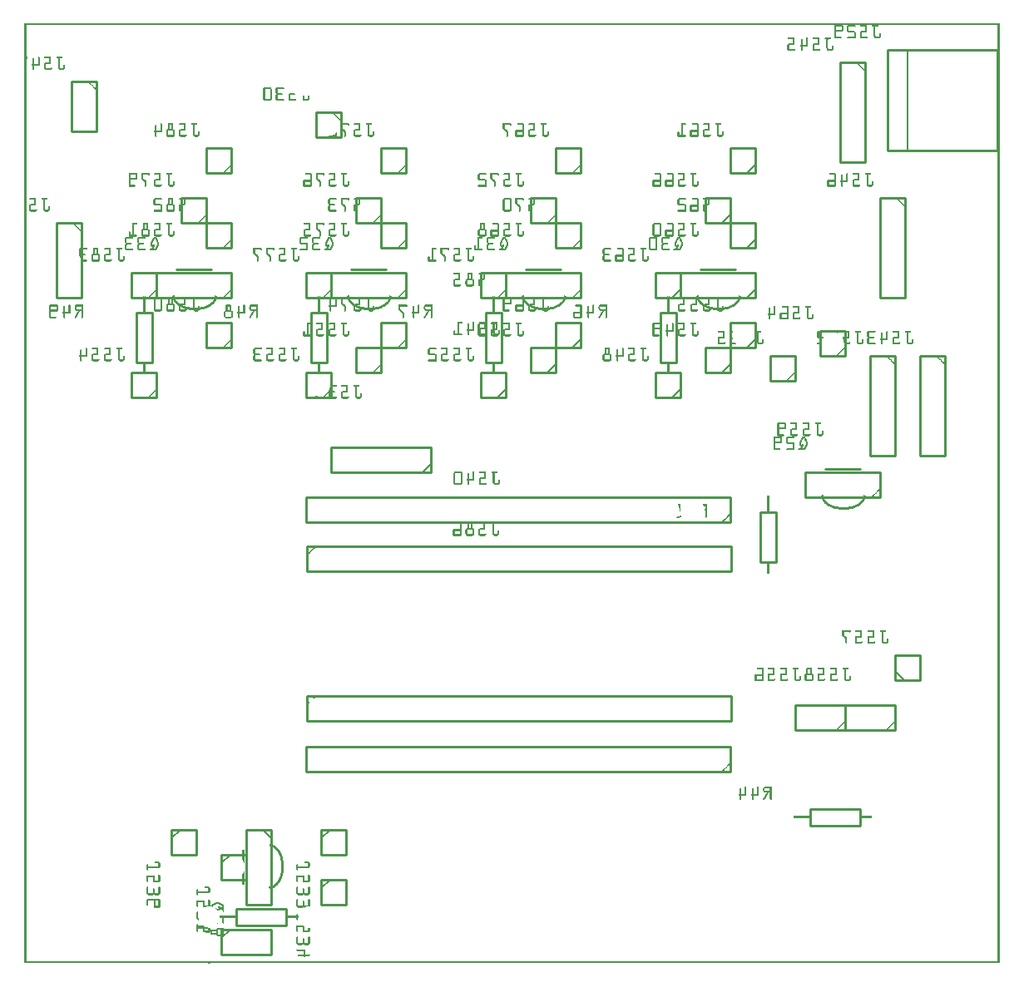
<source format=gbo>
G04 MADE WITH FRITZING*
G04 WWW.FRITZING.ORG*
G04 DOUBLE SIDED*
G04 HOLES PLATED*
G04 CONTOUR ON CENTER OF CONTOUR VECTOR*
%ASAXBY*%
%FSLAX23Y23*%
%MOIN*%
%OFA0B0*%
%SFA1.0B1.0*%
%ADD10C,0.010000*%
%ADD11C,0.005000*%
%ADD12R,0.001000X0.001000*%
%LNSILK0*%
G90*
G70*
G54D10*
X3900Y3661D02*
X3900Y3257D01*
D02*
X3900Y3257D02*
X3460Y3257D01*
D02*
X3460Y3257D02*
X3460Y3661D01*
D02*
X3460Y3661D02*
X3900Y3661D01*
G54D11*
D02*
X3540Y3257D02*
X3540Y3661D01*
G54D10*
D02*
X1270Y3411D02*
X1270Y3311D01*
D02*
X1270Y3311D02*
X1170Y3311D01*
D02*
X1170Y3311D02*
X1170Y3411D01*
D02*
X1170Y3411D02*
X1270Y3411D01*
D02*
X850Y152D02*
X1050Y152D01*
D02*
X1050Y152D02*
X1050Y218D01*
D02*
X1050Y218D02*
X850Y218D01*
D02*
X850Y218D02*
X850Y152D01*
D02*
X990Y535D02*
X990Y235D01*
D02*
X990Y235D02*
X890Y235D01*
D02*
X890Y235D02*
X890Y535D01*
D02*
X890Y535D02*
X990Y535D01*
G54D11*
D02*
X990Y500D02*
X955Y535D01*
G54D10*
D02*
X790Y135D02*
X990Y135D01*
D02*
X990Y135D02*
X990Y35D01*
D02*
X990Y35D02*
X790Y35D01*
D02*
X790Y35D02*
X790Y135D01*
G54D11*
D02*
X825Y135D02*
X790Y100D01*
G54D10*
D02*
X1190Y535D02*
X1290Y535D01*
D02*
X1290Y535D02*
X1290Y435D01*
D02*
X1290Y435D02*
X1190Y435D01*
D02*
X1190Y435D02*
X1190Y535D01*
G54D11*
D02*
X1225Y535D02*
X1190Y500D01*
G54D10*
D02*
X1190Y335D02*
X1290Y335D01*
D02*
X1290Y335D02*
X1290Y235D01*
D02*
X1290Y235D02*
X1190Y235D01*
D02*
X1190Y235D02*
X1190Y335D01*
G54D11*
D02*
X1225Y335D02*
X1190Y300D01*
G54D10*
D02*
X790Y435D02*
X890Y435D01*
D02*
X890Y435D02*
X890Y335D01*
D02*
X890Y335D02*
X790Y335D01*
D02*
X790Y335D02*
X790Y435D01*
G54D11*
D02*
X825Y435D02*
X790Y400D01*
G54D10*
D02*
X590Y535D02*
X690Y535D01*
D02*
X690Y535D02*
X690Y435D01*
D02*
X690Y435D02*
X590Y435D01*
D02*
X590Y435D02*
X590Y535D01*
G54D11*
D02*
X625Y535D02*
X590Y500D01*
G54D10*
D02*
X3150Y552D02*
X3350Y552D01*
D02*
X3350Y552D02*
X3350Y618D01*
D02*
X3350Y618D02*
X3150Y618D01*
D02*
X3150Y618D02*
X3150Y552D01*
D02*
X3351Y1981D02*
X3211Y1981D01*
D02*
X2851Y2781D02*
X2711Y2781D01*
D02*
X2151Y2781D02*
X2011Y2781D01*
D02*
X1451Y2781D02*
X1311Y2781D01*
D02*
X751Y2781D02*
X611Y2781D01*
D02*
X2948Y1807D02*
X2948Y1607D01*
D02*
X2948Y1607D02*
X3014Y1607D01*
D02*
X3014Y1607D02*
X3014Y1807D01*
D02*
X3014Y1807D02*
X2948Y1807D01*
D02*
X2548Y2607D02*
X2548Y2407D01*
D02*
X2548Y2407D02*
X2614Y2407D01*
D02*
X2614Y2407D02*
X2614Y2607D01*
D02*
X2614Y2607D02*
X2548Y2607D01*
D02*
X1848Y2607D02*
X1848Y2407D01*
D02*
X1848Y2407D02*
X1914Y2407D01*
D02*
X1914Y2407D02*
X1914Y2607D01*
D02*
X1914Y2607D02*
X1848Y2607D01*
D02*
X1148Y2607D02*
X1148Y2407D01*
D02*
X1148Y2407D02*
X1214Y2407D01*
D02*
X1214Y2407D02*
X1214Y2607D01*
D02*
X1214Y2607D02*
X1148Y2607D01*
D02*
X448Y2607D02*
X448Y2407D01*
D02*
X448Y2407D02*
X514Y2407D01*
D02*
X514Y2407D02*
X514Y2607D01*
D02*
X514Y2607D02*
X448Y2607D01*
D02*
X1631Y1967D02*
X1231Y1967D01*
D02*
X1231Y1967D02*
X1231Y2067D01*
D02*
X1231Y2067D02*
X1631Y2067D01*
D02*
X1631Y2067D02*
X1631Y1967D01*
G54D11*
D02*
X1596Y1967D02*
X1631Y2002D01*
G54D10*
D02*
X1133Y1070D02*
X2833Y1070D01*
D02*
X2833Y1070D02*
X2833Y970D01*
D02*
X2833Y970D02*
X1133Y970D01*
D02*
X1133Y970D02*
X1133Y1070D01*
D02*
X1133Y1670D02*
X2833Y1670D01*
D02*
X2833Y1670D02*
X2833Y1570D01*
D02*
X2833Y1570D02*
X1133Y1570D01*
D02*
X1133Y1570D02*
X1133Y1670D01*
D02*
X3490Y2435D02*
X3490Y2035D01*
D02*
X3490Y2035D02*
X3390Y2035D01*
D02*
X3390Y2035D02*
X3390Y2435D01*
D02*
X3390Y2435D02*
X3490Y2435D01*
D02*
X3690Y2435D02*
X3690Y2035D01*
D02*
X3690Y2035D02*
X3590Y2035D01*
D02*
X3590Y2035D02*
X3590Y2435D01*
D02*
X3590Y2435D02*
X3690Y2435D01*
D02*
X231Y2967D02*
X231Y2667D01*
D02*
X231Y2667D02*
X131Y2667D01*
D02*
X131Y2667D02*
X131Y2967D01*
D02*
X131Y2967D02*
X231Y2967D01*
D02*
X3370Y3611D02*
X3370Y3211D01*
D02*
X3370Y3211D02*
X3270Y3211D01*
D02*
X3270Y3211D02*
X3270Y3611D01*
D02*
X3270Y3611D02*
X3370Y3611D01*
D02*
X3531Y3067D02*
X3531Y2667D01*
D02*
X3531Y2667D02*
X3431Y2667D01*
D02*
X3431Y2667D02*
X3431Y3067D01*
D02*
X3431Y3067D02*
X3531Y3067D01*
D02*
X290Y3535D02*
X290Y3335D01*
D02*
X290Y3335D02*
X190Y3335D01*
D02*
X190Y3335D02*
X190Y3535D01*
D02*
X190Y3535D02*
X290Y3535D01*
D02*
X2631Y2267D02*
X2531Y2267D01*
D02*
X2531Y2267D02*
X2531Y2367D01*
D02*
X2531Y2367D02*
X2631Y2367D01*
D02*
X2631Y2367D02*
X2631Y2267D01*
G54D11*
D02*
X2596Y2267D02*
X2631Y2302D01*
G54D10*
D02*
X2831Y2367D02*
X2731Y2367D01*
D02*
X2731Y2367D02*
X2731Y2467D01*
D02*
X2731Y2467D02*
X2831Y2467D01*
D02*
X2831Y2467D02*
X2831Y2367D01*
G54D11*
D02*
X2796Y2367D02*
X2831Y2402D01*
G54D10*
D02*
X2131Y2367D02*
X2031Y2367D01*
D02*
X2031Y2367D02*
X2031Y2467D01*
D02*
X2031Y2467D02*
X2131Y2467D01*
D02*
X2131Y2467D02*
X2131Y2367D01*
G54D11*
D02*
X2096Y2367D02*
X2131Y2402D01*
G54D10*
D02*
X1431Y2367D02*
X1331Y2367D01*
D02*
X1331Y2367D02*
X1331Y2467D01*
D02*
X1331Y2467D02*
X1431Y2467D01*
D02*
X1431Y2467D02*
X1431Y2367D01*
D02*
X1931Y2267D02*
X1831Y2267D01*
D02*
X1831Y2267D02*
X1831Y2367D01*
D02*
X1831Y2367D02*
X1931Y2367D01*
D02*
X1931Y2367D02*
X1931Y2267D01*
G54D11*
D02*
X1896Y2267D02*
X1931Y2302D01*
G54D10*
D02*
X1231Y2267D02*
X1131Y2267D01*
D02*
X1131Y2267D02*
X1131Y2367D01*
D02*
X1131Y2367D02*
X1231Y2367D01*
D02*
X1231Y2367D02*
X1231Y2267D01*
D02*
X531Y2267D02*
X431Y2267D01*
D02*
X431Y2267D02*
X431Y2367D01*
D02*
X431Y2367D02*
X531Y2367D01*
D02*
X531Y2367D02*
X531Y2267D01*
D02*
X2931Y2467D02*
X2831Y2467D01*
D02*
X2831Y2467D02*
X2831Y2567D01*
D02*
X2831Y2567D02*
X2931Y2567D01*
D02*
X2931Y2567D02*
X2931Y2467D01*
G54D11*
D02*
X2896Y2467D02*
X2931Y2502D01*
G54D10*
D02*
X3290Y935D02*
X3090Y935D01*
D02*
X3090Y935D02*
X3090Y1035D01*
D02*
X3090Y1035D02*
X3290Y1035D01*
D02*
X3290Y1035D02*
X3290Y935D01*
D02*
X3490Y1135D02*
X3490Y1235D01*
D02*
X3490Y1235D02*
X3590Y1235D01*
D02*
X3590Y1235D02*
X3590Y1135D01*
D02*
X3590Y1135D02*
X3490Y1135D01*
G54D11*
D02*
X3490Y1170D02*
X3525Y1135D01*
G54D10*
D02*
X3490Y935D02*
X3290Y935D01*
D02*
X3290Y935D02*
X3290Y1035D01*
D02*
X3290Y1035D02*
X3490Y1035D01*
D02*
X3490Y1035D02*
X3490Y935D01*
D02*
X3431Y1867D02*
X3131Y1867D01*
D02*
X3131Y1867D02*
X3131Y1967D01*
D02*
X3131Y1967D02*
X3431Y1967D01*
D02*
X3431Y1967D02*
X3431Y1867D01*
D02*
X2931Y2667D02*
X2631Y2667D01*
D02*
X2631Y2667D02*
X2631Y2767D01*
D02*
X2631Y2767D02*
X2931Y2767D01*
D02*
X2931Y2767D02*
X2931Y2667D01*
G54D11*
D02*
X2896Y2667D02*
X2931Y2702D01*
G54D10*
D02*
X2931Y3167D02*
X2831Y3167D01*
D02*
X2831Y3167D02*
X2831Y3267D01*
D02*
X2831Y3267D02*
X2931Y3267D01*
D02*
X2931Y3267D02*
X2931Y3167D01*
G54D11*
D02*
X2896Y3167D02*
X2931Y3202D01*
G54D10*
D02*
X2931Y2867D02*
X2831Y2867D01*
D02*
X2831Y2867D02*
X2831Y2967D01*
D02*
X2831Y2967D02*
X2931Y2967D01*
D02*
X2931Y2967D02*
X2931Y2867D01*
G54D11*
D02*
X2896Y2867D02*
X2931Y2902D01*
G54D10*
D02*
X2631Y2667D02*
X2531Y2667D01*
D02*
X2531Y2667D02*
X2531Y2767D01*
D02*
X2531Y2767D02*
X2631Y2767D01*
D02*
X2631Y2767D02*
X2631Y2667D01*
G54D11*
D02*
X2596Y2667D02*
X2631Y2702D01*
G54D10*
D02*
X3290Y2435D02*
X3190Y2435D01*
D02*
X3190Y2435D02*
X3190Y2535D01*
D02*
X3190Y2535D02*
X3290Y2535D01*
D02*
X3290Y2535D02*
X3290Y2435D01*
D02*
X3090Y2335D02*
X2990Y2335D01*
D02*
X2990Y2335D02*
X2990Y2435D01*
D02*
X2990Y2435D02*
X3090Y2435D01*
D02*
X3090Y2435D02*
X3090Y2335D01*
D02*
X2831Y2967D02*
X2731Y2967D01*
D02*
X2731Y2967D02*
X2731Y3067D01*
D02*
X2731Y3067D02*
X2831Y3067D01*
D02*
X2831Y3067D02*
X2831Y2967D01*
G54D11*
D02*
X2796Y2967D02*
X2831Y3002D01*
G54D10*
D02*
X2231Y3167D02*
X2131Y3167D01*
D02*
X2131Y3167D02*
X2131Y3267D01*
D02*
X2131Y3267D02*
X2231Y3267D01*
D02*
X2231Y3267D02*
X2231Y3167D01*
D02*
X2231Y2667D02*
X1931Y2667D01*
D02*
X1931Y2667D02*
X1931Y2767D01*
D02*
X1931Y2767D02*
X2231Y2767D01*
D02*
X2231Y2767D02*
X2231Y2667D01*
D02*
X2231Y2467D02*
X2131Y2467D01*
D02*
X2131Y2467D02*
X2131Y2567D01*
D02*
X2131Y2567D02*
X2231Y2567D01*
D02*
X2231Y2567D02*
X2231Y2467D01*
G54D11*
D02*
X2196Y2467D02*
X2231Y2502D01*
G54D10*
D02*
X2231Y2867D02*
X2131Y2867D01*
D02*
X2131Y2867D02*
X2131Y2967D01*
D02*
X2131Y2967D02*
X2231Y2967D01*
D02*
X2231Y2967D02*
X2231Y2867D01*
D02*
X1931Y2667D02*
X1831Y2667D01*
D02*
X1831Y2667D02*
X1831Y2767D01*
D02*
X1831Y2767D02*
X1931Y2767D01*
D02*
X1931Y2767D02*
X1931Y2667D01*
D02*
X2131Y2967D02*
X2031Y2967D01*
D02*
X2031Y2967D02*
X2031Y3067D01*
D02*
X2031Y3067D02*
X2131Y3067D01*
D02*
X2131Y3067D02*
X2131Y2967D01*
D02*
X1531Y2867D02*
X1431Y2867D01*
D02*
X1431Y2867D02*
X1431Y2967D01*
D02*
X1431Y2967D02*
X1531Y2967D01*
D02*
X1531Y2967D02*
X1531Y2867D01*
D02*
X1531Y2467D02*
X1431Y2467D01*
D02*
X1431Y2467D02*
X1431Y2567D01*
D02*
X1431Y2567D02*
X1531Y2567D01*
D02*
X1531Y2567D02*
X1531Y2467D01*
D02*
X1531Y2667D02*
X1231Y2667D01*
D02*
X1231Y2667D02*
X1231Y2767D01*
D02*
X1231Y2767D02*
X1531Y2767D01*
D02*
X1531Y2767D02*
X1531Y2667D01*
D02*
X1431Y2967D02*
X1331Y2967D01*
D02*
X1331Y2967D02*
X1331Y3067D01*
D02*
X1331Y3067D02*
X1431Y3067D01*
D02*
X1431Y3067D02*
X1431Y2967D01*
D02*
X1231Y2667D02*
X1131Y2667D01*
D02*
X1131Y2667D02*
X1131Y2767D01*
D02*
X1131Y2767D02*
X1231Y2767D01*
D02*
X1231Y2767D02*
X1231Y2667D01*
D02*
X1531Y3167D02*
X1431Y3167D01*
D02*
X1431Y3167D02*
X1431Y3267D01*
D02*
X1431Y3267D02*
X1531Y3267D01*
D02*
X1531Y3267D02*
X1531Y3167D01*
D02*
X731Y2967D02*
X631Y2967D01*
D02*
X631Y2967D02*
X631Y3067D01*
D02*
X631Y3067D02*
X731Y3067D01*
D02*
X731Y3067D02*
X731Y2967D01*
D02*
X831Y2467D02*
X731Y2467D01*
D02*
X731Y2467D02*
X731Y2567D01*
D02*
X731Y2567D02*
X831Y2567D01*
D02*
X831Y2567D02*
X831Y2467D01*
D02*
X831Y2667D02*
X531Y2667D01*
D02*
X531Y2667D02*
X531Y2767D01*
D02*
X531Y2767D02*
X831Y2767D01*
D02*
X831Y2767D02*
X831Y2667D01*
D02*
X831Y2867D02*
X731Y2867D01*
D02*
X731Y2867D02*
X731Y2967D01*
D02*
X731Y2967D02*
X831Y2967D01*
D02*
X831Y2967D02*
X831Y2867D01*
D02*
X531Y2667D02*
X431Y2667D01*
D02*
X431Y2667D02*
X431Y2767D01*
D02*
X431Y2767D02*
X531Y2767D01*
D02*
X531Y2767D02*
X531Y2667D01*
D02*
X831Y3167D02*
X731Y3167D01*
D02*
X731Y3167D02*
X731Y3267D01*
D02*
X731Y3267D02*
X831Y3267D01*
D02*
X831Y3267D02*
X831Y3167D01*
D02*
X2831Y1767D02*
X1131Y1767D01*
D02*
X1131Y1767D02*
X1131Y1867D01*
D02*
X1131Y1867D02*
X2831Y1867D01*
D02*
X2831Y1867D02*
X2831Y1767D01*
D02*
X2831Y767D02*
X1131Y767D01*
D02*
X1131Y767D02*
X1131Y867D01*
D02*
X1131Y867D02*
X2831Y867D01*
D02*
X2831Y867D02*
X2831Y767D01*
G54D12*
X1Y3768D02*
X3908Y3768D01*
X1Y3767D02*
X3908Y3767D01*
X1Y3766D02*
X3908Y3766D01*
X1Y3765D02*
X3908Y3765D01*
X1Y3764D02*
X3908Y3764D01*
X1Y3763D02*
X3908Y3763D01*
X1Y3762D02*
X3908Y3762D01*
X1Y3761D02*
X3908Y3761D01*
X1Y3760D02*
X8Y3760D01*
X3249Y3760D02*
X3279Y3760D01*
X3302Y3760D02*
X3329Y3760D01*
X3350Y3760D02*
X3375Y3760D01*
X3399Y3760D02*
X3420Y3760D01*
X3901Y3760D02*
X3908Y3760D01*
X1Y3759D02*
X8Y3759D01*
X3248Y3759D02*
X3280Y3759D01*
X3300Y3759D02*
X3330Y3759D01*
X3349Y3759D02*
X3375Y3759D01*
X3398Y3759D02*
X3421Y3759D01*
X3901Y3759D02*
X3908Y3759D01*
X1Y3758D02*
X8Y3758D01*
X3247Y3758D02*
X3280Y3758D01*
X3299Y3758D02*
X3331Y3758D01*
X3349Y3758D02*
X3375Y3758D01*
X3398Y3758D02*
X3421Y3758D01*
X3901Y3758D02*
X3908Y3758D01*
X1Y3757D02*
X8Y3757D01*
X3247Y3757D02*
X3281Y3757D01*
X3298Y3757D02*
X3331Y3757D01*
X3349Y3757D02*
X3375Y3757D01*
X3398Y3757D02*
X3421Y3757D01*
X3901Y3757D02*
X3908Y3757D01*
X1Y3756D02*
X8Y3756D01*
X3247Y3756D02*
X3281Y3756D01*
X3298Y3756D02*
X3331Y3756D01*
X3349Y3756D02*
X3375Y3756D01*
X3398Y3756D02*
X3421Y3756D01*
X3901Y3756D02*
X3908Y3756D01*
X1Y3755D02*
X8Y3755D01*
X3247Y3755D02*
X3281Y3755D01*
X3297Y3755D02*
X3330Y3755D01*
X3350Y3755D02*
X3375Y3755D01*
X3398Y3755D02*
X3421Y3755D01*
X3901Y3755D02*
X3908Y3755D01*
X1Y3754D02*
X8Y3754D01*
X3247Y3754D02*
X3281Y3754D01*
X3297Y3754D02*
X3329Y3754D01*
X3351Y3754D02*
X3375Y3754D01*
X3400Y3754D02*
X3419Y3754D01*
X3901Y3754D02*
X3908Y3754D01*
X1Y3753D02*
X8Y3753D01*
X3247Y3753D02*
X3253Y3753D01*
X3275Y3753D02*
X3281Y3753D01*
X3297Y3753D02*
X3303Y3753D01*
X3369Y3753D02*
X3375Y3753D01*
X3404Y3753D02*
X3410Y3753D01*
X3901Y3753D02*
X3908Y3753D01*
X1Y3752D02*
X8Y3752D01*
X3247Y3752D02*
X3253Y3752D01*
X3275Y3752D02*
X3281Y3752D01*
X3297Y3752D02*
X3303Y3752D01*
X3369Y3752D02*
X3375Y3752D01*
X3404Y3752D02*
X3410Y3752D01*
X3901Y3752D02*
X3908Y3752D01*
X1Y3751D02*
X8Y3751D01*
X3247Y3751D02*
X3253Y3751D01*
X3275Y3751D02*
X3281Y3751D01*
X3297Y3751D02*
X3303Y3751D01*
X3369Y3751D02*
X3375Y3751D01*
X3404Y3751D02*
X3410Y3751D01*
X3901Y3751D02*
X3908Y3751D01*
X1Y3750D02*
X8Y3750D01*
X3247Y3750D02*
X3253Y3750D01*
X3275Y3750D02*
X3281Y3750D01*
X3297Y3750D02*
X3303Y3750D01*
X3369Y3750D02*
X3375Y3750D01*
X3404Y3750D02*
X3410Y3750D01*
X3901Y3750D02*
X3908Y3750D01*
X1Y3749D02*
X8Y3749D01*
X3247Y3749D02*
X3253Y3749D01*
X3275Y3749D02*
X3281Y3749D01*
X3297Y3749D02*
X3303Y3749D01*
X3369Y3749D02*
X3375Y3749D01*
X3404Y3749D02*
X3410Y3749D01*
X3901Y3749D02*
X3908Y3749D01*
X1Y3748D02*
X8Y3748D01*
X3247Y3748D02*
X3253Y3748D01*
X3275Y3748D02*
X3281Y3748D01*
X3297Y3748D02*
X3303Y3748D01*
X3369Y3748D02*
X3375Y3748D01*
X3404Y3748D02*
X3410Y3748D01*
X3901Y3748D02*
X3908Y3748D01*
X1Y3747D02*
X8Y3747D01*
X3247Y3747D02*
X3253Y3747D01*
X3275Y3747D02*
X3281Y3747D01*
X3297Y3747D02*
X3303Y3747D01*
X3369Y3747D02*
X3375Y3747D01*
X3404Y3747D02*
X3410Y3747D01*
X3901Y3747D02*
X3908Y3747D01*
X1Y3746D02*
X8Y3746D01*
X3247Y3746D02*
X3253Y3746D01*
X3275Y3746D02*
X3281Y3746D01*
X3297Y3746D02*
X3303Y3746D01*
X3369Y3746D02*
X3375Y3746D01*
X3404Y3746D02*
X3410Y3746D01*
X3901Y3746D02*
X3908Y3746D01*
X1Y3745D02*
X8Y3745D01*
X3247Y3745D02*
X3253Y3745D01*
X3275Y3745D02*
X3281Y3745D01*
X3297Y3745D02*
X3303Y3745D01*
X3369Y3745D02*
X3375Y3745D01*
X3404Y3745D02*
X3410Y3745D01*
X3901Y3745D02*
X3908Y3745D01*
X1Y3744D02*
X8Y3744D01*
X3247Y3744D02*
X3253Y3744D01*
X3275Y3744D02*
X3281Y3744D01*
X3297Y3744D02*
X3303Y3744D01*
X3369Y3744D02*
X3375Y3744D01*
X3404Y3744D02*
X3410Y3744D01*
X3901Y3744D02*
X3908Y3744D01*
X1Y3743D02*
X8Y3743D01*
X3247Y3743D02*
X3253Y3743D01*
X3275Y3743D02*
X3281Y3743D01*
X3297Y3743D02*
X3303Y3743D01*
X3369Y3743D02*
X3375Y3743D01*
X3404Y3743D02*
X3410Y3743D01*
X3901Y3743D02*
X3908Y3743D01*
X1Y3742D02*
X8Y3742D01*
X3247Y3742D02*
X3253Y3742D01*
X3275Y3742D02*
X3281Y3742D01*
X3297Y3742D02*
X3303Y3742D01*
X3369Y3742D02*
X3375Y3742D01*
X3404Y3742D02*
X3410Y3742D01*
X3901Y3742D02*
X3908Y3742D01*
X1Y3741D02*
X8Y3741D01*
X3247Y3741D02*
X3253Y3741D01*
X3274Y3741D02*
X3281Y3741D01*
X3297Y3741D02*
X3303Y3741D01*
X3369Y3741D02*
X3375Y3741D01*
X3404Y3741D02*
X3410Y3741D01*
X3901Y3741D02*
X3908Y3741D01*
X1Y3740D02*
X8Y3740D01*
X3247Y3740D02*
X3281Y3740D01*
X3297Y3740D02*
X3303Y3740D01*
X3369Y3740D02*
X3375Y3740D01*
X3404Y3740D02*
X3410Y3740D01*
X3901Y3740D02*
X3908Y3740D01*
X1Y3739D02*
X8Y3739D01*
X3247Y3739D02*
X3281Y3739D01*
X3297Y3739D02*
X3303Y3739D01*
X3369Y3739D02*
X3375Y3739D01*
X3404Y3739D02*
X3410Y3739D01*
X3901Y3739D02*
X3908Y3739D01*
X1Y3738D02*
X8Y3738D01*
X3247Y3738D02*
X3281Y3738D01*
X3297Y3738D02*
X3303Y3738D01*
X3369Y3738D02*
X3375Y3738D01*
X3404Y3738D02*
X3410Y3738D01*
X3901Y3738D02*
X3908Y3738D01*
X1Y3737D02*
X8Y3737D01*
X3247Y3737D02*
X3281Y3737D01*
X3297Y3737D02*
X3324Y3737D01*
X3355Y3737D02*
X3375Y3737D01*
X3404Y3737D02*
X3410Y3737D01*
X3901Y3737D02*
X3908Y3737D01*
X1Y3736D02*
X8Y3736D01*
X3247Y3736D02*
X3280Y3736D01*
X3297Y3736D02*
X3327Y3736D01*
X3352Y3736D02*
X3375Y3736D01*
X3404Y3736D02*
X3410Y3736D01*
X3901Y3736D02*
X3908Y3736D01*
X1Y3735D02*
X8Y3735D01*
X3247Y3735D02*
X3280Y3735D01*
X3298Y3735D02*
X3329Y3735D01*
X3351Y3735D02*
X3375Y3735D01*
X3404Y3735D02*
X3410Y3735D01*
X3901Y3735D02*
X3908Y3735D01*
X1Y3734D02*
X8Y3734D01*
X3247Y3734D02*
X3278Y3734D01*
X3298Y3734D02*
X3329Y3734D01*
X3350Y3734D02*
X3375Y3734D01*
X3404Y3734D02*
X3410Y3734D01*
X3901Y3734D02*
X3908Y3734D01*
X1Y3733D02*
X8Y3733D01*
X3247Y3733D02*
X3253Y3733D01*
X3299Y3733D02*
X3330Y3733D01*
X3350Y3733D02*
X3375Y3733D01*
X3404Y3733D02*
X3410Y3733D01*
X3901Y3733D02*
X3908Y3733D01*
X1Y3732D02*
X8Y3732D01*
X3247Y3732D02*
X3253Y3732D01*
X3300Y3732D02*
X3330Y3732D01*
X3349Y3732D02*
X3375Y3732D01*
X3404Y3732D02*
X3410Y3732D01*
X3901Y3732D02*
X3908Y3732D01*
X1Y3731D02*
X8Y3731D01*
X3247Y3731D02*
X3253Y3731D01*
X3301Y3731D02*
X3331Y3731D01*
X3349Y3731D02*
X3375Y3731D01*
X3404Y3731D02*
X3410Y3731D01*
X3901Y3731D02*
X3908Y3731D01*
X1Y3730D02*
X8Y3730D01*
X3247Y3730D02*
X3253Y3730D01*
X3324Y3730D02*
X3331Y3730D01*
X3349Y3730D02*
X3355Y3730D01*
X3404Y3730D02*
X3410Y3730D01*
X3901Y3730D02*
X3908Y3730D01*
X1Y3729D02*
X8Y3729D01*
X3247Y3729D02*
X3253Y3729D01*
X3325Y3729D02*
X3331Y3729D01*
X3349Y3729D02*
X3355Y3729D01*
X3404Y3729D02*
X3410Y3729D01*
X3901Y3729D02*
X3908Y3729D01*
X1Y3728D02*
X8Y3728D01*
X3247Y3728D02*
X3253Y3728D01*
X3325Y3728D02*
X3331Y3728D01*
X3349Y3728D02*
X3355Y3728D01*
X3404Y3728D02*
X3410Y3728D01*
X3427Y3728D02*
X3429Y3728D01*
X3901Y3728D02*
X3908Y3728D01*
X1Y3727D02*
X8Y3727D01*
X3247Y3727D02*
X3253Y3727D01*
X3325Y3727D02*
X3331Y3727D01*
X3349Y3727D02*
X3355Y3727D01*
X3404Y3727D02*
X3410Y3727D01*
X3425Y3727D02*
X3430Y3727D01*
X3901Y3727D02*
X3908Y3727D01*
X1Y3726D02*
X8Y3726D01*
X3247Y3726D02*
X3253Y3726D01*
X3325Y3726D02*
X3331Y3726D01*
X3349Y3726D02*
X3355Y3726D01*
X3404Y3726D02*
X3410Y3726D01*
X3425Y3726D02*
X3431Y3726D01*
X3901Y3726D02*
X3908Y3726D01*
X1Y3725D02*
X8Y3725D01*
X3247Y3725D02*
X3253Y3725D01*
X3325Y3725D02*
X3331Y3725D01*
X3349Y3725D02*
X3355Y3725D01*
X3404Y3725D02*
X3410Y3725D01*
X3425Y3725D02*
X3431Y3725D01*
X3901Y3725D02*
X3908Y3725D01*
X1Y3724D02*
X8Y3724D01*
X3247Y3724D02*
X3253Y3724D01*
X3325Y3724D02*
X3331Y3724D01*
X3349Y3724D02*
X3355Y3724D01*
X3404Y3724D02*
X3410Y3724D01*
X3425Y3724D02*
X3431Y3724D01*
X3901Y3724D02*
X3908Y3724D01*
X1Y3723D02*
X8Y3723D01*
X3247Y3723D02*
X3253Y3723D01*
X3325Y3723D02*
X3331Y3723D01*
X3349Y3723D02*
X3355Y3723D01*
X3404Y3723D02*
X3410Y3723D01*
X3425Y3723D02*
X3431Y3723D01*
X3901Y3723D02*
X3908Y3723D01*
X1Y3722D02*
X8Y3722D01*
X3247Y3722D02*
X3253Y3722D01*
X3325Y3722D02*
X3331Y3722D01*
X3349Y3722D02*
X3355Y3722D01*
X3404Y3722D02*
X3410Y3722D01*
X3425Y3722D02*
X3431Y3722D01*
X3901Y3722D02*
X3908Y3722D01*
X1Y3721D02*
X8Y3721D01*
X3247Y3721D02*
X3253Y3721D01*
X3325Y3721D02*
X3331Y3721D01*
X3349Y3721D02*
X3355Y3721D01*
X3404Y3721D02*
X3410Y3721D01*
X3425Y3721D02*
X3431Y3721D01*
X3901Y3721D02*
X3908Y3721D01*
X1Y3720D02*
X8Y3720D01*
X3247Y3720D02*
X3253Y3720D01*
X3325Y3720D02*
X3331Y3720D01*
X3349Y3720D02*
X3355Y3720D01*
X3404Y3720D02*
X3410Y3720D01*
X3425Y3720D02*
X3431Y3720D01*
X3901Y3720D02*
X3908Y3720D01*
X1Y3719D02*
X8Y3719D01*
X3247Y3719D02*
X3253Y3719D01*
X3325Y3719D02*
X3331Y3719D01*
X3349Y3719D02*
X3355Y3719D01*
X3404Y3719D02*
X3410Y3719D01*
X3425Y3719D02*
X3431Y3719D01*
X3901Y3719D02*
X3908Y3719D01*
X1Y3718D02*
X8Y3718D01*
X3247Y3718D02*
X3253Y3718D01*
X3325Y3718D02*
X3331Y3718D01*
X3349Y3718D02*
X3355Y3718D01*
X3404Y3718D02*
X3410Y3718D01*
X3425Y3718D02*
X3431Y3718D01*
X3901Y3718D02*
X3908Y3718D01*
X1Y3717D02*
X8Y3717D01*
X3247Y3717D02*
X3253Y3717D01*
X3325Y3717D02*
X3331Y3717D01*
X3349Y3717D02*
X3355Y3717D01*
X3404Y3717D02*
X3410Y3717D01*
X3425Y3717D02*
X3431Y3717D01*
X3901Y3717D02*
X3908Y3717D01*
X1Y3716D02*
X8Y3716D01*
X3247Y3716D02*
X3253Y3716D01*
X3325Y3716D02*
X3331Y3716D01*
X3349Y3716D02*
X3355Y3716D01*
X3404Y3716D02*
X3411Y3716D01*
X3425Y3716D02*
X3431Y3716D01*
X3901Y3716D02*
X3908Y3716D01*
X1Y3715D02*
X8Y3715D01*
X3247Y3715D02*
X3253Y3715D01*
X3325Y3715D02*
X3331Y3715D01*
X3349Y3715D02*
X3355Y3715D01*
X3375Y3715D02*
X3378Y3715D01*
X3405Y3715D02*
X3411Y3715D01*
X3424Y3715D02*
X3431Y3715D01*
X3901Y3715D02*
X3908Y3715D01*
X1Y3714D02*
X8Y3714D01*
X3247Y3714D02*
X3253Y3714D01*
X3325Y3714D02*
X3331Y3714D01*
X3349Y3714D02*
X3355Y3714D01*
X3373Y3714D02*
X3379Y3714D01*
X3405Y3714D02*
X3412Y3714D01*
X3423Y3714D02*
X3431Y3714D01*
X3901Y3714D02*
X3908Y3714D01*
X1Y3713D02*
X8Y3713D01*
X3247Y3713D02*
X3272Y3713D01*
X3299Y3713D02*
X3331Y3713D01*
X3349Y3713D02*
X3379Y3713D01*
X3405Y3713D02*
X3431Y3713D01*
X3901Y3713D02*
X3908Y3713D01*
X1Y3712D02*
X8Y3712D01*
X3247Y3712D02*
X3273Y3712D01*
X3298Y3712D02*
X3331Y3712D01*
X3349Y3712D02*
X3380Y3712D01*
X3406Y3712D02*
X3430Y3712D01*
X3901Y3712D02*
X3908Y3712D01*
X1Y3711D02*
X8Y3711D01*
X3247Y3711D02*
X3274Y3711D01*
X3297Y3711D02*
X3331Y3711D01*
X3349Y3711D02*
X3379Y3711D01*
X3406Y3711D02*
X3430Y3711D01*
X3901Y3711D02*
X3908Y3711D01*
X1Y3710D02*
X8Y3710D01*
X3061Y3710D02*
X3085Y3710D01*
X3136Y3710D02*
X3137Y3710D01*
X3161Y3710D02*
X3185Y3710D01*
X3210Y3710D02*
X3229Y3710D01*
X3247Y3710D02*
X3274Y3710D01*
X3297Y3710D02*
X3331Y3710D01*
X3350Y3710D02*
X3379Y3710D01*
X3407Y3710D02*
X3429Y3710D01*
X3901Y3710D02*
X3908Y3710D01*
X1Y3709D02*
X8Y3709D01*
X3059Y3709D02*
X3085Y3709D01*
X3134Y3709D02*
X3139Y3709D01*
X3160Y3709D02*
X3186Y3709D01*
X3209Y3709D02*
X3231Y3709D01*
X3247Y3709D02*
X3274Y3709D01*
X3297Y3709D02*
X3331Y3709D01*
X3351Y3709D02*
X3378Y3709D01*
X3408Y3709D02*
X3428Y3709D01*
X3901Y3709D02*
X3908Y3709D01*
X1Y3708D02*
X8Y3708D01*
X3059Y3708D02*
X3085Y3708D01*
X3134Y3708D02*
X3139Y3708D01*
X3159Y3708D02*
X3186Y3708D01*
X3208Y3708D02*
X3231Y3708D01*
X3248Y3708D02*
X3273Y3708D01*
X3298Y3708D02*
X3331Y3708D01*
X3352Y3708D02*
X3376Y3708D01*
X3410Y3708D02*
X3427Y3708D01*
X3901Y3708D02*
X3908Y3708D01*
X1Y3707D02*
X8Y3707D01*
X3058Y3707D02*
X3085Y3707D01*
X3134Y3707D02*
X3139Y3707D01*
X3159Y3707D02*
X3186Y3707D01*
X3208Y3707D02*
X3231Y3707D01*
X3249Y3707D02*
X3272Y3707D01*
X3299Y3707D02*
X3331Y3707D01*
X3353Y3707D02*
X3374Y3707D01*
X3412Y3707D02*
X3424Y3707D01*
X3901Y3707D02*
X3908Y3707D01*
X1Y3706D02*
X8Y3706D01*
X3059Y3706D02*
X3085Y3706D01*
X3133Y3706D02*
X3139Y3706D01*
X3159Y3706D02*
X3186Y3706D01*
X3208Y3706D02*
X3231Y3706D01*
X3901Y3706D02*
X3908Y3706D01*
X1Y3705D02*
X8Y3705D01*
X3059Y3705D02*
X3085Y3705D01*
X3133Y3705D02*
X3139Y3705D01*
X3159Y3705D02*
X3186Y3705D01*
X3208Y3705D02*
X3231Y3705D01*
X3901Y3705D02*
X3908Y3705D01*
X1Y3704D02*
X8Y3704D01*
X3060Y3704D02*
X3085Y3704D01*
X3115Y3704D02*
X3117Y3704D01*
X3133Y3704D02*
X3139Y3704D01*
X3160Y3704D02*
X3186Y3704D01*
X3209Y3704D02*
X3230Y3704D01*
X3901Y3704D02*
X3908Y3704D01*
X1Y3703D02*
X8Y3703D01*
X3079Y3703D02*
X3085Y3703D01*
X3114Y3703D02*
X3118Y3703D01*
X3133Y3703D02*
X3139Y3703D01*
X3179Y3703D02*
X3186Y3703D01*
X3214Y3703D02*
X3221Y3703D01*
X3901Y3703D02*
X3908Y3703D01*
X1Y3702D02*
X8Y3702D01*
X3079Y3702D02*
X3085Y3702D01*
X3113Y3702D02*
X3119Y3702D01*
X3133Y3702D02*
X3139Y3702D01*
X3180Y3702D02*
X3186Y3702D01*
X3214Y3702D02*
X3220Y3702D01*
X3901Y3702D02*
X3908Y3702D01*
X1Y3701D02*
X8Y3701D01*
X3079Y3701D02*
X3085Y3701D01*
X3113Y3701D02*
X3119Y3701D01*
X3133Y3701D02*
X3139Y3701D01*
X3180Y3701D02*
X3186Y3701D01*
X3214Y3701D02*
X3220Y3701D01*
X3901Y3701D02*
X3908Y3701D01*
X1Y3700D02*
X8Y3700D01*
X3079Y3700D02*
X3085Y3700D01*
X3113Y3700D02*
X3119Y3700D01*
X3133Y3700D02*
X3139Y3700D01*
X3180Y3700D02*
X3186Y3700D01*
X3214Y3700D02*
X3220Y3700D01*
X3901Y3700D02*
X3908Y3700D01*
X1Y3699D02*
X8Y3699D01*
X3079Y3699D02*
X3085Y3699D01*
X3113Y3699D02*
X3119Y3699D01*
X3133Y3699D02*
X3139Y3699D01*
X3180Y3699D02*
X3186Y3699D01*
X3214Y3699D02*
X3220Y3699D01*
X3901Y3699D02*
X3908Y3699D01*
X1Y3698D02*
X8Y3698D01*
X3079Y3698D02*
X3085Y3698D01*
X3113Y3698D02*
X3119Y3698D01*
X3133Y3698D02*
X3139Y3698D01*
X3180Y3698D02*
X3186Y3698D01*
X3214Y3698D02*
X3220Y3698D01*
X3901Y3698D02*
X3908Y3698D01*
X1Y3697D02*
X8Y3697D01*
X3079Y3697D02*
X3085Y3697D01*
X3113Y3697D02*
X3119Y3697D01*
X3133Y3697D02*
X3139Y3697D01*
X3180Y3697D02*
X3186Y3697D01*
X3214Y3697D02*
X3220Y3697D01*
X3901Y3697D02*
X3908Y3697D01*
X1Y3696D02*
X8Y3696D01*
X3079Y3696D02*
X3085Y3696D01*
X3113Y3696D02*
X3119Y3696D01*
X3133Y3696D02*
X3139Y3696D01*
X3180Y3696D02*
X3186Y3696D01*
X3214Y3696D02*
X3220Y3696D01*
X3901Y3696D02*
X3908Y3696D01*
X1Y3695D02*
X8Y3695D01*
X3079Y3695D02*
X3085Y3695D01*
X3113Y3695D02*
X3119Y3695D01*
X3133Y3695D02*
X3139Y3695D01*
X3180Y3695D02*
X3186Y3695D01*
X3214Y3695D02*
X3220Y3695D01*
X3901Y3695D02*
X3908Y3695D01*
X1Y3694D02*
X8Y3694D01*
X3079Y3694D02*
X3085Y3694D01*
X3113Y3694D02*
X3119Y3694D01*
X3133Y3694D02*
X3139Y3694D01*
X3180Y3694D02*
X3186Y3694D01*
X3214Y3694D02*
X3220Y3694D01*
X3901Y3694D02*
X3908Y3694D01*
X1Y3693D02*
X8Y3693D01*
X3079Y3693D02*
X3085Y3693D01*
X3113Y3693D02*
X3119Y3693D01*
X3133Y3693D02*
X3139Y3693D01*
X3180Y3693D02*
X3186Y3693D01*
X3214Y3693D02*
X3220Y3693D01*
X3901Y3693D02*
X3908Y3693D01*
X1Y3692D02*
X8Y3692D01*
X3079Y3692D02*
X3085Y3692D01*
X3113Y3692D02*
X3119Y3692D01*
X3133Y3692D02*
X3139Y3692D01*
X3180Y3692D02*
X3186Y3692D01*
X3214Y3692D02*
X3220Y3692D01*
X3901Y3692D02*
X3908Y3692D01*
X1Y3691D02*
X8Y3691D01*
X3079Y3691D02*
X3085Y3691D01*
X3113Y3691D02*
X3119Y3691D01*
X3133Y3691D02*
X3139Y3691D01*
X3180Y3691D02*
X3186Y3691D01*
X3214Y3691D02*
X3220Y3691D01*
X3901Y3691D02*
X3908Y3691D01*
X1Y3690D02*
X8Y3690D01*
X3079Y3690D02*
X3085Y3690D01*
X3113Y3690D02*
X3119Y3690D01*
X3133Y3690D02*
X3139Y3690D01*
X3180Y3690D02*
X3186Y3690D01*
X3214Y3690D02*
X3220Y3690D01*
X3901Y3690D02*
X3908Y3690D01*
X1Y3689D02*
X8Y3689D01*
X3079Y3689D02*
X3085Y3689D01*
X3113Y3689D02*
X3119Y3689D01*
X3133Y3689D02*
X3139Y3689D01*
X3180Y3689D02*
X3186Y3689D01*
X3214Y3689D02*
X3220Y3689D01*
X3901Y3689D02*
X3908Y3689D01*
X1Y3688D02*
X8Y3688D01*
X3079Y3688D02*
X3085Y3688D01*
X3113Y3688D02*
X3119Y3688D01*
X3133Y3688D02*
X3139Y3688D01*
X3180Y3688D02*
X3186Y3688D01*
X3214Y3688D02*
X3220Y3688D01*
X3901Y3688D02*
X3908Y3688D01*
X1Y3687D02*
X8Y3687D01*
X3079Y3687D02*
X3085Y3687D01*
X3113Y3687D02*
X3119Y3687D01*
X3133Y3687D02*
X3139Y3687D01*
X3179Y3687D02*
X3186Y3687D01*
X3214Y3687D02*
X3220Y3687D01*
X3901Y3687D02*
X3908Y3687D01*
X1Y3686D02*
X8Y3686D01*
X3062Y3686D02*
X3085Y3686D01*
X3113Y3686D02*
X3119Y3686D01*
X3133Y3686D02*
X3139Y3686D01*
X3163Y3686D02*
X3186Y3686D01*
X3214Y3686D02*
X3220Y3686D01*
X3901Y3686D02*
X3908Y3686D01*
X1Y3685D02*
X8Y3685D01*
X3061Y3685D02*
X3085Y3685D01*
X3113Y3685D02*
X3119Y3685D01*
X3133Y3685D02*
X3139Y3685D01*
X3161Y3685D02*
X3186Y3685D01*
X3214Y3685D02*
X3220Y3685D01*
X3901Y3685D02*
X3908Y3685D01*
X1Y3684D02*
X8Y3684D01*
X3060Y3684D02*
X3085Y3684D01*
X3113Y3684D02*
X3119Y3684D01*
X3133Y3684D02*
X3139Y3684D01*
X3160Y3684D02*
X3186Y3684D01*
X3214Y3684D02*
X3220Y3684D01*
X3901Y3684D02*
X3908Y3684D01*
X1Y3683D02*
X8Y3683D01*
X3059Y3683D02*
X3085Y3683D01*
X3113Y3683D02*
X3119Y3683D01*
X3133Y3683D02*
X3139Y3683D01*
X3160Y3683D02*
X3186Y3683D01*
X3214Y3683D02*
X3220Y3683D01*
X3901Y3683D02*
X3908Y3683D01*
X1Y3682D02*
X8Y3682D01*
X3059Y3682D02*
X3085Y3682D01*
X3113Y3682D02*
X3119Y3682D01*
X3133Y3682D02*
X3139Y3682D01*
X3159Y3682D02*
X3186Y3682D01*
X3214Y3682D02*
X3220Y3682D01*
X3901Y3682D02*
X3908Y3682D01*
X1Y3681D02*
X8Y3681D01*
X3059Y3681D02*
X3085Y3681D01*
X3112Y3681D02*
X3119Y3681D01*
X3133Y3681D02*
X3139Y3681D01*
X3159Y3681D02*
X3186Y3681D01*
X3214Y3681D02*
X3220Y3681D01*
X3901Y3681D02*
X3908Y3681D01*
X1Y3680D02*
X8Y3680D01*
X3058Y3680D02*
X3085Y3680D01*
X3110Y3680D02*
X3139Y3680D01*
X3159Y3680D02*
X3185Y3680D01*
X3214Y3680D02*
X3220Y3680D01*
X3901Y3680D02*
X3908Y3680D01*
X1Y3679D02*
X8Y3679D01*
X3058Y3679D02*
X3064Y3679D01*
X3109Y3679D02*
X3139Y3679D01*
X3159Y3679D02*
X3165Y3679D01*
X3214Y3679D02*
X3220Y3679D01*
X3901Y3679D02*
X3908Y3679D01*
X1Y3678D02*
X8Y3678D01*
X3058Y3678D02*
X3064Y3678D01*
X3109Y3678D02*
X3139Y3678D01*
X3159Y3678D02*
X3165Y3678D01*
X3214Y3678D02*
X3220Y3678D01*
X3238Y3678D02*
X3238Y3678D01*
X3901Y3678D02*
X3908Y3678D01*
X1Y3677D02*
X8Y3677D01*
X3058Y3677D02*
X3064Y3677D01*
X3109Y3677D02*
X3139Y3677D01*
X3159Y3677D02*
X3165Y3677D01*
X3214Y3677D02*
X3220Y3677D01*
X3236Y3677D02*
X3240Y3677D01*
X3901Y3677D02*
X3908Y3677D01*
X1Y3676D02*
X8Y3676D01*
X3058Y3676D02*
X3064Y3676D01*
X3109Y3676D02*
X3139Y3676D01*
X3159Y3676D02*
X3165Y3676D01*
X3214Y3676D02*
X3220Y3676D01*
X3235Y3676D02*
X3241Y3676D01*
X3901Y3676D02*
X3908Y3676D01*
X1Y3675D02*
X8Y3675D01*
X3058Y3675D02*
X3064Y3675D01*
X3109Y3675D02*
X3139Y3675D01*
X3159Y3675D02*
X3165Y3675D01*
X3214Y3675D02*
X3220Y3675D01*
X3235Y3675D02*
X3241Y3675D01*
X3901Y3675D02*
X3908Y3675D01*
X1Y3674D02*
X8Y3674D01*
X3058Y3674D02*
X3064Y3674D01*
X3111Y3674D02*
X3139Y3674D01*
X3159Y3674D02*
X3165Y3674D01*
X3214Y3674D02*
X3220Y3674D01*
X3235Y3674D02*
X3241Y3674D01*
X3901Y3674D02*
X3908Y3674D01*
X1Y3673D02*
X8Y3673D01*
X3058Y3673D02*
X3064Y3673D01*
X3113Y3673D02*
X3119Y3673D01*
X3159Y3673D02*
X3165Y3673D01*
X3214Y3673D02*
X3220Y3673D01*
X3235Y3673D02*
X3241Y3673D01*
X3901Y3673D02*
X3908Y3673D01*
X1Y3672D02*
X8Y3672D01*
X3058Y3672D02*
X3064Y3672D01*
X3113Y3672D02*
X3119Y3672D01*
X3159Y3672D02*
X3165Y3672D01*
X3214Y3672D02*
X3220Y3672D01*
X3235Y3672D02*
X3241Y3672D01*
X3901Y3672D02*
X3908Y3672D01*
X1Y3671D02*
X8Y3671D01*
X3058Y3671D02*
X3064Y3671D01*
X3113Y3671D02*
X3119Y3671D01*
X3159Y3671D02*
X3165Y3671D01*
X3214Y3671D02*
X3220Y3671D01*
X3235Y3671D02*
X3241Y3671D01*
X3901Y3671D02*
X3908Y3671D01*
X1Y3670D02*
X8Y3670D01*
X3058Y3670D02*
X3064Y3670D01*
X3113Y3670D02*
X3119Y3670D01*
X3159Y3670D02*
X3165Y3670D01*
X3214Y3670D02*
X3220Y3670D01*
X3235Y3670D02*
X3241Y3670D01*
X3901Y3670D02*
X3908Y3670D01*
X1Y3669D02*
X8Y3669D01*
X3058Y3669D02*
X3064Y3669D01*
X3113Y3669D02*
X3119Y3669D01*
X3159Y3669D02*
X3165Y3669D01*
X3214Y3669D02*
X3220Y3669D01*
X3235Y3669D02*
X3241Y3669D01*
X3901Y3669D02*
X3908Y3669D01*
X1Y3668D02*
X8Y3668D01*
X3058Y3668D02*
X3064Y3668D01*
X3113Y3668D02*
X3119Y3668D01*
X3159Y3668D02*
X3165Y3668D01*
X3214Y3668D02*
X3220Y3668D01*
X3235Y3668D02*
X3241Y3668D01*
X3901Y3668D02*
X3908Y3668D01*
X1Y3667D02*
X8Y3667D01*
X3058Y3667D02*
X3064Y3667D01*
X3113Y3667D02*
X3119Y3667D01*
X3159Y3667D02*
X3165Y3667D01*
X3214Y3667D02*
X3220Y3667D01*
X3235Y3667D02*
X3241Y3667D01*
X3901Y3667D02*
X3908Y3667D01*
X1Y3666D02*
X8Y3666D01*
X3058Y3666D02*
X3064Y3666D01*
X3113Y3666D02*
X3119Y3666D01*
X3159Y3666D02*
X3165Y3666D01*
X3215Y3666D02*
X3221Y3666D01*
X3235Y3666D02*
X3241Y3666D01*
X3901Y3666D02*
X3908Y3666D01*
X1Y3665D02*
X8Y3665D01*
X3058Y3665D02*
X3064Y3665D01*
X3085Y3665D02*
X3087Y3665D01*
X3113Y3665D02*
X3119Y3665D01*
X3159Y3665D02*
X3165Y3665D01*
X3186Y3665D02*
X3188Y3665D01*
X3215Y3665D02*
X3221Y3665D01*
X3234Y3665D02*
X3241Y3665D01*
X3901Y3665D02*
X3908Y3665D01*
X1Y3664D02*
X8Y3664D01*
X3058Y3664D02*
X3064Y3664D01*
X3083Y3664D02*
X3088Y3664D01*
X3113Y3664D02*
X3119Y3664D01*
X3159Y3664D02*
X3165Y3664D01*
X3184Y3664D02*
X3189Y3664D01*
X3215Y3664D02*
X3222Y3664D01*
X3234Y3664D02*
X3241Y3664D01*
X3901Y3664D02*
X3908Y3664D01*
X1Y3663D02*
X8Y3663D01*
X3058Y3663D02*
X3089Y3663D01*
X3113Y3663D02*
X3119Y3663D01*
X3159Y3663D02*
X3189Y3663D01*
X3215Y3663D02*
X3241Y3663D01*
X3901Y3663D02*
X3908Y3663D01*
X1Y3662D02*
X8Y3662D01*
X3059Y3662D02*
X3089Y3662D01*
X3113Y3662D02*
X3119Y3662D01*
X3159Y3662D02*
X3190Y3662D01*
X3216Y3662D02*
X3240Y3662D01*
X3901Y3662D02*
X3908Y3662D01*
X1Y3661D02*
X8Y3661D01*
X3059Y3661D02*
X3089Y3661D01*
X3113Y3661D02*
X3119Y3661D01*
X3159Y3661D02*
X3190Y3661D01*
X3216Y3661D02*
X3240Y3661D01*
X3901Y3661D02*
X3908Y3661D01*
X1Y3660D02*
X8Y3660D01*
X3059Y3660D02*
X3089Y3660D01*
X3113Y3660D02*
X3119Y3660D01*
X3160Y3660D02*
X3189Y3660D01*
X3217Y3660D02*
X3239Y3660D01*
X3901Y3660D02*
X3908Y3660D01*
X1Y3659D02*
X8Y3659D01*
X3060Y3659D02*
X3088Y3659D01*
X3113Y3659D02*
X3119Y3659D01*
X3160Y3659D02*
X3188Y3659D01*
X3218Y3659D02*
X3238Y3659D01*
X3901Y3659D02*
X3908Y3659D01*
X1Y3658D02*
X8Y3658D01*
X3061Y3658D02*
X3086Y3658D01*
X3113Y3658D02*
X3118Y3658D01*
X3161Y3658D02*
X3186Y3658D01*
X3219Y3658D02*
X3237Y3658D01*
X3901Y3658D02*
X3908Y3658D01*
X1Y3657D02*
X8Y3657D01*
X3062Y3657D02*
X3084Y3657D01*
X3114Y3657D02*
X3117Y3657D01*
X3163Y3657D02*
X3185Y3657D01*
X3221Y3657D02*
X3235Y3657D01*
X3901Y3657D02*
X3908Y3657D01*
X1Y3656D02*
X8Y3656D01*
X3901Y3656D02*
X3908Y3656D01*
X1Y3655D02*
X8Y3655D01*
X3901Y3655D02*
X3908Y3655D01*
X1Y3654D02*
X8Y3654D01*
X3901Y3654D02*
X3908Y3654D01*
X1Y3653D02*
X8Y3653D01*
X3901Y3653D02*
X3908Y3653D01*
X1Y3652D02*
X8Y3652D01*
X3901Y3652D02*
X3908Y3652D01*
X1Y3651D02*
X8Y3651D01*
X3901Y3651D02*
X3908Y3651D01*
X1Y3650D02*
X8Y3650D01*
X3901Y3650D02*
X3908Y3650D01*
X1Y3649D02*
X8Y3649D01*
X3901Y3649D02*
X3908Y3649D01*
X1Y3648D02*
X8Y3648D01*
X3901Y3648D02*
X3908Y3648D01*
X1Y3647D02*
X8Y3647D01*
X3901Y3647D02*
X3908Y3647D01*
X1Y3646D02*
X8Y3646D01*
X3901Y3646D02*
X3908Y3646D01*
X1Y3645D02*
X8Y3645D01*
X3901Y3645D02*
X3908Y3645D01*
X1Y3644D02*
X8Y3644D01*
X3901Y3644D02*
X3908Y3644D01*
X1Y3643D02*
X8Y3643D01*
X3901Y3643D02*
X3908Y3643D01*
X1Y3642D02*
X8Y3642D01*
X3901Y3642D02*
X3908Y3642D01*
X1Y3641D02*
X8Y3641D01*
X3901Y3641D02*
X3908Y3641D01*
X1Y3640D02*
X8Y3640D01*
X3901Y3640D02*
X3908Y3640D01*
X1Y3639D02*
X8Y3639D01*
X3901Y3639D02*
X3908Y3639D01*
X1Y3638D02*
X8Y3638D01*
X3901Y3638D02*
X3908Y3638D01*
X1Y3637D02*
X8Y3637D01*
X3901Y3637D02*
X3908Y3637D01*
X1Y3636D02*
X8Y3636D01*
X3901Y3636D02*
X3908Y3636D01*
X1Y3635D02*
X8Y3635D01*
X3901Y3635D02*
X3908Y3635D01*
X1Y3634D02*
X10Y3634D01*
X57Y3634D02*
X59Y3634D01*
X82Y3634D02*
X107Y3634D01*
X131Y3634D02*
X151Y3634D01*
X3901Y3634D02*
X3908Y3634D01*
X1Y3633D02*
X11Y3633D01*
X55Y3633D02*
X60Y3633D01*
X81Y3633D02*
X107Y3633D01*
X130Y3633D02*
X152Y3633D01*
X3901Y3633D02*
X3908Y3633D01*
X1Y3632D02*
X12Y3632D01*
X55Y3632D02*
X60Y3632D01*
X80Y3632D02*
X107Y3632D01*
X129Y3632D02*
X152Y3632D01*
X3901Y3632D02*
X3908Y3632D01*
X1Y3631D02*
X12Y3631D01*
X55Y3631D02*
X61Y3631D01*
X80Y3631D02*
X107Y3631D01*
X129Y3631D02*
X153Y3631D01*
X3901Y3631D02*
X3908Y3631D01*
X1Y3630D02*
X12Y3630D01*
X55Y3630D02*
X61Y3630D01*
X80Y3630D02*
X107Y3630D01*
X129Y3630D02*
X152Y3630D01*
X3901Y3630D02*
X3908Y3630D01*
X1Y3629D02*
X12Y3629D01*
X55Y3629D02*
X61Y3629D01*
X81Y3629D02*
X107Y3629D01*
X130Y3629D02*
X152Y3629D01*
X3901Y3629D02*
X3908Y3629D01*
X1Y3628D02*
X12Y3628D01*
X36Y3628D02*
X38Y3628D01*
X55Y3628D02*
X61Y3628D01*
X82Y3628D02*
X107Y3628D01*
X131Y3628D02*
X151Y3628D01*
X3901Y3628D02*
X3908Y3628D01*
X1Y3627D02*
X11Y3627D01*
X35Y3627D02*
X39Y3627D01*
X55Y3627D02*
X61Y3627D01*
X101Y3627D02*
X107Y3627D01*
X136Y3627D02*
X142Y3627D01*
X3901Y3627D02*
X3908Y3627D01*
X1Y3626D02*
X11Y3626D01*
X34Y3626D02*
X40Y3626D01*
X55Y3626D02*
X61Y3626D01*
X101Y3626D02*
X107Y3626D01*
X136Y3626D02*
X142Y3626D01*
X3901Y3626D02*
X3908Y3626D01*
X1Y3625D02*
X10Y3625D01*
X34Y3625D02*
X40Y3625D01*
X55Y3625D02*
X61Y3625D01*
X101Y3625D02*
X107Y3625D01*
X136Y3625D02*
X142Y3625D01*
X3901Y3625D02*
X3908Y3625D01*
X1Y3624D02*
X8Y3624D01*
X34Y3624D02*
X40Y3624D01*
X55Y3624D02*
X61Y3624D01*
X101Y3624D02*
X107Y3624D01*
X136Y3624D02*
X142Y3624D01*
X3901Y3624D02*
X3908Y3624D01*
X1Y3623D02*
X8Y3623D01*
X34Y3623D02*
X40Y3623D01*
X55Y3623D02*
X61Y3623D01*
X101Y3623D02*
X107Y3623D01*
X136Y3623D02*
X142Y3623D01*
X3901Y3623D02*
X3908Y3623D01*
X1Y3622D02*
X8Y3622D01*
X34Y3622D02*
X40Y3622D01*
X55Y3622D02*
X61Y3622D01*
X101Y3622D02*
X107Y3622D01*
X136Y3622D02*
X142Y3622D01*
X3901Y3622D02*
X3908Y3622D01*
X1Y3621D02*
X8Y3621D01*
X34Y3621D02*
X40Y3621D01*
X55Y3621D02*
X61Y3621D01*
X101Y3621D02*
X107Y3621D01*
X136Y3621D02*
X142Y3621D01*
X3901Y3621D02*
X3908Y3621D01*
X1Y3620D02*
X8Y3620D01*
X34Y3620D02*
X40Y3620D01*
X55Y3620D02*
X61Y3620D01*
X101Y3620D02*
X107Y3620D01*
X136Y3620D02*
X142Y3620D01*
X3901Y3620D02*
X3908Y3620D01*
X1Y3619D02*
X8Y3619D01*
X34Y3619D02*
X40Y3619D01*
X55Y3619D02*
X61Y3619D01*
X101Y3619D02*
X107Y3619D01*
X136Y3619D02*
X142Y3619D01*
X3901Y3619D02*
X3908Y3619D01*
X1Y3618D02*
X8Y3618D01*
X34Y3618D02*
X40Y3618D01*
X55Y3618D02*
X61Y3618D01*
X101Y3618D02*
X107Y3618D01*
X136Y3618D02*
X142Y3618D01*
X3901Y3618D02*
X3908Y3618D01*
X1Y3617D02*
X8Y3617D01*
X34Y3617D02*
X40Y3617D01*
X55Y3617D02*
X61Y3617D01*
X101Y3617D02*
X107Y3617D01*
X136Y3617D02*
X142Y3617D01*
X3901Y3617D02*
X3908Y3617D01*
X1Y3616D02*
X8Y3616D01*
X34Y3616D02*
X40Y3616D01*
X55Y3616D02*
X61Y3616D01*
X101Y3616D02*
X107Y3616D01*
X136Y3616D02*
X142Y3616D01*
X3901Y3616D02*
X3908Y3616D01*
X1Y3615D02*
X8Y3615D01*
X34Y3615D02*
X40Y3615D01*
X55Y3615D02*
X61Y3615D01*
X101Y3615D02*
X107Y3615D01*
X136Y3615D02*
X142Y3615D01*
X3901Y3615D02*
X3908Y3615D01*
X1Y3614D02*
X8Y3614D01*
X34Y3614D02*
X40Y3614D01*
X55Y3614D02*
X61Y3614D01*
X101Y3614D02*
X107Y3614D01*
X136Y3614D02*
X142Y3614D01*
X3901Y3614D02*
X3908Y3614D01*
X1Y3613D02*
X8Y3613D01*
X34Y3613D02*
X40Y3613D01*
X55Y3613D02*
X61Y3613D01*
X101Y3613D02*
X107Y3613D01*
X136Y3613D02*
X142Y3613D01*
X3901Y3613D02*
X3908Y3613D01*
X1Y3612D02*
X8Y3612D01*
X34Y3612D02*
X40Y3612D01*
X55Y3612D02*
X61Y3612D01*
X101Y3612D02*
X107Y3612D01*
X136Y3612D02*
X142Y3612D01*
X3901Y3612D02*
X3908Y3612D01*
X1Y3611D02*
X8Y3611D01*
X34Y3611D02*
X40Y3611D01*
X55Y3611D02*
X61Y3611D01*
X100Y3611D02*
X107Y3611D01*
X136Y3611D02*
X142Y3611D01*
X3336Y3611D02*
X3337Y3611D01*
X3901Y3611D02*
X3908Y3611D01*
X1Y3610D02*
X8Y3610D01*
X34Y3610D02*
X40Y3610D01*
X55Y3610D02*
X61Y3610D01*
X84Y3610D02*
X107Y3610D01*
X136Y3610D02*
X142Y3610D01*
X3335Y3610D02*
X3338Y3610D01*
X3901Y3610D02*
X3908Y3610D01*
X1Y3609D02*
X8Y3609D01*
X34Y3609D02*
X40Y3609D01*
X55Y3609D02*
X61Y3609D01*
X82Y3609D02*
X107Y3609D01*
X136Y3609D02*
X142Y3609D01*
X3334Y3609D02*
X3339Y3609D01*
X3901Y3609D02*
X3908Y3609D01*
X1Y3608D02*
X8Y3608D01*
X34Y3608D02*
X40Y3608D01*
X55Y3608D02*
X61Y3608D01*
X81Y3608D02*
X107Y3608D01*
X136Y3608D02*
X142Y3608D01*
X3334Y3608D02*
X3340Y3608D01*
X3901Y3608D02*
X3908Y3608D01*
X1Y3607D02*
X8Y3607D01*
X34Y3607D02*
X40Y3607D01*
X55Y3607D02*
X61Y3607D01*
X81Y3607D02*
X107Y3607D01*
X136Y3607D02*
X142Y3607D01*
X3335Y3607D02*
X3341Y3607D01*
X3901Y3607D02*
X3908Y3607D01*
X1Y3606D02*
X8Y3606D01*
X34Y3606D02*
X40Y3606D01*
X55Y3606D02*
X61Y3606D01*
X80Y3606D02*
X107Y3606D01*
X136Y3606D02*
X142Y3606D01*
X3336Y3606D02*
X3342Y3606D01*
X3901Y3606D02*
X3908Y3606D01*
X1Y3605D02*
X8Y3605D01*
X33Y3605D02*
X61Y3605D01*
X80Y3605D02*
X107Y3605D01*
X136Y3605D02*
X142Y3605D01*
X3337Y3605D02*
X3343Y3605D01*
X3901Y3605D02*
X3908Y3605D01*
X1Y3604D02*
X8Y3604D01*
X31Y3604D02*
X61Y3604D01*
X80Y3604D02*
X106Y3604D01*
X136Y3604D02*
X142Y3604D01*
X3338Y3604D02*
X3344Y3604D01*
X3901Y3604D02*
X3908Y3604D01*
X1Y3603D02*
X8Y3603D01*
X30Y3603D02*
X61Y3603D01*
X80Y3603D02*
X86Y3603D01*
X136Y3603D02*
X142Y3603D01*
X3339Y3603D02*
X3345Y3603D01*
X3901Y3603D02*
X3908Y3603D01*
X1Y3602D02*
X8Y3602D01*
X30Y3602D02*
X61Y3602D01*
X80Y3602D02*
X86Y3602D01*
X136Y3602D02*
X142Y3602D01*
X158Y3602D02*
X160Y3602D01*
X3340Y3602D02*
X3346Y3602D01*
X3901Y3602D02*
X3908Y3602D01*
X1Y3601D02*
X8Y3601D01*
X30Y3601D02*
X61Y3601D01*
X80Y3601D02*
X86Y3601D01*
X136Y3601D02*
X142Y3601D01*
X157Y3601D02*
X161Y3601D01*
X3341Y3601D02*
X3347Y3601D01*
X3901Y3601D02*
X3908Y3601D01*
X1Y3600D02*
X8Y3600D01*
X30Y3600D02*
X61Y3600D01*
X80Y3600D02*
X86Y3600D01*
X136Y3600D02*
X142Y3600D01*
X156Y3600D02*
X162Y3600D01*
X3342Y3600D02*
X3348Y3600D01*
X3901Y3600D02*
X3908Y3600D01*
X1Y3599D02*
X8Y3599D01*
X31Y3599D02*
X61Y3599D01*
X80Y3599D02*
X86Y3599D01*
X136Y3599D02*
X142Y3599D01*
X156Y3599D02*
X162Y3599D01*
X3343Y3599D02*
X3349Y3599D01*
X3901Y3599D02*
X3908Y3599D01*
X1Y3598D02*
X8Y3598D01*
X33Y3598D02*
X40Y3598D01*
X80Y3598D02*
X86Y3598D01*
X136Y3598D02*
X142Y3598D01*
X156Y3598D02*
X162Y3598D01*
X3344Y3598D02*
X3350Y3598D01*
X3901Y3598D02*
X3908Y3598D01*
X1Y3597D02*
X8Y3597D01*
X34Y3597D02*
X40Y3597D01*
X80Y3597D02*
X86Y3597D01*
X136Y3597D02*
X142Y3597D01*
X156Y3597D02*
X162Y3597D01*
X3345Y3597D02*
X3351Y3597D01*
X3901Y3597D02*
X3908Y3597D01*
X1Y3596D02*
X8Y3596D01*
X34Y3596D02*
X40Y3596D01*
X80Y3596D02*
X86Y3596D01*
X136Y3596D02*
X142Y3596D01*
X156Y3596D02*
X162Y3596D01*
X3346Y3596D02*
X3352Y3596D01*
X3901Y3596D02*
X3908Y3596D01*
X1Y3595D02*
X8Y3595D01*
X34Y3595D02*
X40Y3595D01*
X80Y3595D02*
X86Y3595D01*
X136Y3595D02*
X142Y3595D01*
X156Y3595D02*
X162Y3595D01*
X3347Y3595D02*
X3353Y3595D01*
X3901Y3595D02*
X3908Y3595D01*
X1Y3594D02*
X8Y3594D01*
X34Y3594D02*
X40Y3594D01*
X80Y3594D02*
X86Y3594D01*
X136Y3594D02*
X142Y3594D01*
X156Y3594D02*
X162Y3594D01*
X3348Y3594D02*
X3354Y3594D01*
X3901Y3594D02*
X3908Y3594D01*
X1Y3593D02*
X8Y3593D01*
X34Y3593D02*
X40Y3593D01*
X80Y3593D02*
X86Y3593D01*
X136Y3593D02*
X142Y3593D01*
X156Y3593D02*
X162Y3593D01*
X3350Y3593D02*
X3355Y3593D01*
X3901Y3593D02*
X3908Y3593D01*
X1Y3592D02*
X8Y3592D01*
X34Y3592D02*
X40Y3592D01*
X80Y3592D02*
X86Y3592D01*
X136Y3592D02*
X142Y3592D01*
X156Y3592D02*
X162Y3592D01*
X3351Y3592D02*
X3356Y3592D01*
X3901Y3592D02*
X3908Y3592D01*
X1Y3591D02*
X8Y3591D01*
X34Y3591D02*
X40Y3591D01*
X80Y3591D02*
X86Y3591D01*
X136Y3591D02*
X142Y3591D01*
X156Y3591D02*
X162Y3591D01*
X3352Y3591D02*
X3357Y3591D01*
X3901Y3591D02*
X3908Y3591D01*
X1Y3590D02*
X8Y3590D01*
X34Y3590D02*
X40Y3590D01*
X80Y3590D02*
X86Y3590D01*
X136Y3590D02*
X142Y3590D01*
X156Y3590D02*
X162Y3590D01*
X3353Y3590D02*
X3358Y3590D01*
X3901Y3590D02*
X3908Y3590D01*
X1Y3589D02*
X8Y3589D01*
X34Y3589D02*
X40Y3589D01*
X80Y3589D02*
X86Y3589D01*
X107Y3589D02*
X109Y3589D01*
X136Y3589D02*
X142Y3589D01*
X156Y3589D02*
X162Y3589D01*
X3353Y3589D02*
X3359Y3589D01*
X3901Y3589D02*
X3908Y3589D01*
X1Y3588D02*
X8Y3588D01*
X34Y3588D02*
X40Y3588D01*
X80Y3588D02*
X86Y3588D01*
X105Y3588D02*
X110Y3588D01*
X136Y3588D02*
X143Y3588D01*
X155Y3588D02*
X162Y3588D01*
X3354Y3588D02*
X3360Y3588D01*
X3901Y3588D02*
X3908Y3588D01*
X1Y3587D02*
X8Y3587D01*
X34Y3587D02*
X40Y3587D01*
X80Y3587D02*
X111Y3587D01*
X136Y3587D02*
X162Y3587D01*
X3355Y3587D02*
X3361Y3587D01*
X3901Y3587D02*
X3908Y3587D01*
X1Y3586D02*
X8Y3586D01*
X34Y3586D02*
X40Y3586D01*
X80Y3586D02*
X111Y3586D01*
X137Y3586D02*
X161Y3586D01*
X3356Y3586D02*
X3362Y3586D01*
X3901Y3586D02*
X3908Y3586D01*
X1Y3585D02*
X8Y3585D01*
X34Y3585D02*
X40Y3585D01*
X80Y3585D02*
X111Y3585D01*
X137Y3585D02*
X161Y3585D01*
X3357Y3585D02*
X3363Y3585D01*
X3901Y3585D02*
X3908Y3585D01*
X1Y3584D02*
X8Y3584D01*
X34Y3584D02*
X40Y3584D01*
X81Y3584D02*
X110Y3584D01*
X138Y3584D02*
X160Y3584D01*
X3358Y3584D02*
X3364Y3584D01*
X3901Y3584D02*
X3908Y3584D01*
X1Y3583D02*
X8Y3583D01*
X34Y3583D02*
X40Y3583D01*
X82Y3583D02*
X109Y3583D01*
X139Y3583D02*
X159Y3583D01*
X3359Y3583D02*
X3365Y3583D01*
X3901Y3583D02*
X3908Y3583D01*
X1Y3582D02*
X8Y3582D01*
X35Y3582D02*
X39Y3582D01*
X83Y3582D02*
X107Y3582D01*
X140Y3582D02*
X158Y3582D01*
X3360Y3582D02*
X3366Y3582D01*
X3901Y3582D02*
X3908Y3582D01*
X1Y3581D02*
X8Y3581D01*
X36Y3581D02*
X38Y3581D01*
X84Y3581D02*
X106Y3581D01*
X143Y3581D02*
X156Y3581D01*
X3361Y3581D02*
X3367Y3581D01*
X3901Y3581D02*
X3908Y3581D01*
X1Y3580D02*
X8Y3580D01*
X3362Y3580D02*
X3368Y3580D01*
X3901Y3580D02*
X3908Y3580D01*
X1Y3579D02*
X8Y3579D01*
X3363Y3579D02*
X3369Y3579D01*
X3901Y3579D02*
X3908Y3579D01*
X1Y3578D02*
X8Y3578D01*
X3364Y3578D02*
X3370Y3578D01*
X3901Y3578D02*
X3908Y3578D01*
X1Y3577D02*
X8Y3577D01*
X3365Y3577D02*
X3370Y3577D01*
X3901Y3577D02*
X3908Y3577D01*
X1Y3576D02*
X8Y3576D01*
X3366Y3576D02*
X3370Y3576D01*
X3901Y3576D02*
X3908Y3576D01*
X1Y3575D02*
X8Y3575D01*
X3367Y3575D02*
X3369Y3575D01*
X3901Y3575D02*
X3908Y3575D01*
X1Y3574D02*
X8Y3574D01*
X3901Y3574D02*
X3908Y3574D01*
X1Y3573D02*
X8Y3573D01*
X3901Y3573D02*
X3908Y3573D01*
X1Y3572D02*
X8Y3572D01*
X3901Y3572D02*
X3908Y3572D01*
X1Y3571D02*
X8Y3571D01*
X3901Y3571D02*
X3908Y3571D01*
X1Y3570D02*
X8Y3570D01*
X3901Y3570D02*
X3908Y3570D01*
X1Y3569D02*
X8Y3569D01*
X3901Y3569D02*
X3908Y3569D01*
X1Y3568D02*
X8Y3568D01*
X3901Y3568D02*
X3908Y3568D01*
X1Y3567D02*
X8Y3567D01*
X3901Y3567D02*
X3908Y3567D01*
X1Y3566D02*
X8Y3566D01*
X3901Y3566D02*
X3908Y3566D01*
X1Y3565D02*
X8Y3565D01*
X3901Y3565D02*
X3908Y3565D01*
X1Y3564D02*
X8Y3564D01*
X3901Y3564D02*
X3908Y3564D01*
X1Y3563D02*
X8Y3563D01*
X3901Y3563D02*
X3908Y3563D01*
X1Y3562D02*
X8Y3562D01*
X3901Y3562D02*
X3908Y3562D01*
X1Y3561D02*
X8Y3561D01*
X3901Y3561D02*
X3908Y3561D01*
X1Y3560D02*
X8Y3560D01*
X3901Y3560D02*
X3908Y3560D01*
X1Y3559D02*
X8Y3559D01*
X3901Y3559D02*
X3908Y3559D01*
X1Y3558D02*
X8Y3558D01*
X3901Y3558D02*
X3908Y3558D01*
X1Y3557D02*
X8Y3557D01*
X3901Y3557D02*
X3908Y3557D01*
X1Y3556D02*
X8Y3556D01*
X3901Y3556D02*
X3908Y3556D01*
X1Y3555D02*
X8Y3555D01*
X3901Y3555D02*
X3908Y3555D01*
X1Y3554D02*
X8Y3554D01*
X3901Y3554D02*
X3908Y3554D01*
X1Y3553D02*
X8Y3553D01*
X3901Y3553D02*
X3908Y3553D01*
X1Y3552D02*
X8Y3552D01*
X3901Y3552D02*
X3908Y3552D01*
X1Y3551D02*
X8Y3551D01*
X3901Y3551D02*
X3908Y3551D01*
X1Y3550D02*
X8Y3550D01*
X3901Y3550D02*
X3908Y3550D01*
X1Y3549D02*
X8Y3549D01*
X3901Y3549D02*
X3908Y3549D01*
X1Y3548D02*
X8Y3548D01*
X3901Y3548D02*
X3908Y3548D01*
X1Y3547D02*
X8Y3547D01*
X3901Y3547D02*
X3908Y3547D01*
X1Y3546D02*
X8Y3546D01*
X3901Y3546D02*
X3908Y3546D01*
X1Y3545D02*
X8Y3545D01*
X3901Y3545D02*
X3908Y3545D01*
X1Y3544D02*
X8Y3544D01*
X3901Y3544D02*
X3908Y3544D01*
X1Y3543D02*
X8Y3543D01*
X3901Y3543D02*
X3908Y3543D01*
X1Y3542D02*
X8Y3542D01*
X3901Y3542D02*
X3908Y3542D01*
X1Y3541D02*
X8Y3541D01*
X3901Y3541D02*
X3908Y3541D01*
X1Y3540D02*
X8Y3540D01*
X3901Y3540D02*
X3908Y3540D01*
X1Y3539D02*
X8Y3539D01*
X3901Y3539D02*
X3908Y3539D01*
X1Y3538D02*
X8Y3538D01*
X3901Y3538D02*
X3908Y3538D01*
X1Y3537D02*
X8Y3537D01*
X3901Y3537D02*
X3908Y3537D01*
X1Y3536D02*
X8Y3536D01*
X3901Y3536D02*
X3908Y3536D01*
X1Y3535D02*
X8Y3535D01*
X257Y3535D02*
X258Y3535D01*
X3901Y3535D02*
X3908Y3535D01*
X1Y3534D02*
X8Y3534D01*
X256Y3534D02*
X259Y3534D01*
X3901Y3534D02*
X3908Y3534D01*
X1Y3533D02*
X8Y3533D01*
X255Y3533D02*
X260Y3533D01*
X3901Y3533D02*
X3908Y3533D01*
X1Y3532D02*
X8Y3532D01*
X255Y3532D02*
X261Y3532D01*
X3901Y3532D02*
X3908Y3532D01*
X1Y3531D02*
X8Y3531D01*
X256Y3531D02*
X262Y3531D01*
X3901Y3531D02*
X3908Y3531D01*
X1Y3530D02*
X8Y3530D01*
X257Y3530D02*
X263Y3530D01*
X3901Y3530D02*
X3908Y3530D01*
X1Y3529D02*
X8Y3529D01*
X258Y3529D02*
X264Y3529D01*
X3901Y3529D02*
X3908Y3529D01*
X1Y3528D02*
X8Y3528D01*
X259Y3528D02*
X265Y3528D01*
X3901Y3528D02*
X3908Y3528D01*
X1Y3527D02*
X8Y3527D01*
X260Y3527D02*
X266Y3527D01*
X3901Y3527D02*
X3908Y3527D01*
X1Y3526D02*
X8Y3526D01*
X261Y3526D02*
X267Y3526D01*
X3901Y3526D02*
X3908Y3526D01*
X1Y3525D02*
X8Y3525D01*
X262Y3525D02*
X268Y3525D01*
X3901Y3525D02*
X3908Y3525D01*
X1Y3524D02*
X8Y3524D01*
X263Y3524D02*
X269Y3524D01*
X3901Y3524D02*
X3908Y3524D01*
X1Y3523D02*
X8Y3523D01*
X264Y3523D02*
X270Y3523D01*
X3901Y3523D02*
X3908Y3523D01*
X1Y3522D02*
X8Y3522D01*
X265Y3522D02*
X271Y3522D01*
X3901Y3522D02*
X3908Y3522D01*
X1Y3521D02*
X8Y3521D01*
X266Y3521D02*
X272Y3521D01*
X3901Y3521D02*
X3908Y3521D01*
X1Y3520D02*
X8Y3520D01*
X267Y3520D02*
X273Y3520D01*
X3901Y3520D02*
X3908Y3520D01*
X1Y3519D02*
X8Y3519D01*
X269Y3519D02*
X274Y3519D01*
X3901Y3519D02*
X3908Y3519D01*
X1Y3518D02*
X8Y3518D01*
X270Y3518D02*
X275Y3518D01*
X3901Y3518D02*
X3908Y3518D01*
X1Y3517D02*
X8Y3517D01*
X271Y3517D02*
X276Y3517D01*
X3901Y3517D02*
X3908Y3517D01*
X1Y3516D02*
X8Y3516D01*
X272Y3516D02*
X277Y3516D01*
X3901Y3516D02*
X3908Y3516D01*
X1Y3515D02*
X8Y3515D01*
X273Y3515D02*
X278Y3515D01*
X3901Y3515D02*
X3908Y3515D01*
X1Y3514D02*
X8Y3514D01*
X274Y3514D02*
X279Y3514D01*
X3901Y3514D02*
X3908Y3514D01*
X1Y3513D02*
X8Y3513D01*
X275Y3513D02*
X280Y3513D01*
X3901Y3513D02*
X3908Y3513D01*
X1Y3512D02*
X8Y3512D01*
X276Y3512D02*
X281Y3512D01*
X3901Y3512D02*
X3908Y3512D01*
X1Y3511D02*
X8Y3511D01*
X276Y3511D02*
X282Y3511D01*
X3901Y3511D02*
X3908Y3511D01*
X1Y3510D02*
X8Y3510D01*
X277Y3510D02*
X283Y3510D01*
X962Y3510D02*
X986Y3510D01*
X1012Y3510D02*
X1039Y3510D01*
X3901Y3510D02*
X3908Y3510D01*
X1Y3509D02*
X8Y3509D01*
X278Y3509D02*
X284Y3509D01*
X961Y3509D02*
X988Y3509D01*
X1011Y3509D02*
X1040Y3509D01*
X3901Y3509D02*
X3908Y3509D01*
X1Y3508D02*
X8Y3508D01*
X279Y3508D02*
X285Y3508D01*
X959Y3508D02*
X989Y3508D01*
X1009Y3508D02*
X1041Y3508D01*
X3901Y3508D02*
X3908Y3508D01*
X1Y3507D02*
X8Y3507D01*
X280Y3507D02*
X286Y3507D01*
X959Y3507D02*
X990Y3507D01*
X1009Y3507D02*
X1041Y3507D01*
X3901Y3507D02*
X3908Y3507D01*
X1Y3506D02*
X8Y3506D01*
X281Y3506D02*
X287Y3506D01*
X958Y3506D02*
X990Y3506D01*
X1008Y3506D02*
X1041Y3506D01*
X3901Y3506D02*
X3908Y3506D01*
X1Y3505D02*
X8Y3505D01*
X282Y3505D02*
X288Y3505D01*
X958Y3505D02*
X991Y3505D01*
X1008Y3505D02*
X1041Y3505D01*
X3901Y3505D02*
X3908Y3505D01*
X1Y3504D02*
X8Y3504D01*
X283Y3504D02*
X289Y3504D01*
X958Y3504D02*
X991Y3504D01*
X1008Y3504D02*
X1040Y3504D01*
X3901Y3504D02*
X3908Y3504D01*
X1Y3503D02*
X8Y3503D01*
X284Y3503D02*
X290Y3503D01*
X957Y3503D02*
X964Y3503D01*
X985Y3503D02*
X991Y3503D01*
X1008Y3503D02*
X1014Y3503D01*
X3901Y3503D02*
X3908Y3503D01*
X1Y3502D02*
X8Y3502D01*
X285Y3502D02*
X291Y3502D01*
X957Y3502D02*
X964Y3502D01*
X985Y3502D02*
X991Y3502D01*
X1008Y3502D02*
X1014Y3502D01*
X3901Y3502D02*
X3908Y3502D01*
X1Y3501D02*
X8Y3501D01*
X286Y3501D02*
X292Y3501D01*
X957Y3501D02*
X964Y3501D01*
X985Y3501D02*
X991Y3501D01*
X1008Y3501D02*
X1014Y3501D01*
X3901Y3501D02*
X3908Y3501D01*
X1Y3500D02*
X8Y3500D01*
X287Y3500D02*
X291Y3500D01*
X957Y3500D02*
X964Y3500D01*
X985Y3500D02*
X991Y3500D01*
X1008Y3500D02*
X1014Y3500D01*
X3901Y3500D02*
X3908Y3500D01*
X1Y3499D02*
X8Y3499D01*
X288Y3499D02*
X290Y3499D01*
X957Y3499D02*
X964Y3499D01*
X985Y3499D02*
X991Y3499D01*
X1008Y3499D02*
X1014Y3499D01*
X3901Y3499D02*
X3908Y3499D01*
X1Y3498D02*
X8Y3498D01*
X957Y3498D02*
X964Y3498D01*
X985Y3498D02*
X991Y3498D01*
X1008Y3498D02*
X1014Y3498D01*
X3901Y3498D02*
X3908Y3498D01*
X1Y3497D02*
X8Y3497D01*
X957Y3497D02*
X964Y3497D01*
X985Y3497D02*
X991Y3497D01*
X1008Y3497D02*
X1014Y3497D01*
X3901Y3497D02*
X3908Y3497D01*
X1Y3496D02*
X8Y3496D01*
X957Y3496D02*
X964Y3496D01*
X985Y3496D02*
X991Y3496D01*
X1008Y3496D02*
X1014Y3496D01*
X3901Y3496D02*
X3908Y3496D01*
X1Y3495D02*
X8Y3495D01*
X957Y3495D02*
X964Y3495D01*
X985Y3495D02*
X991Y3495D01*
X1008Y3495D02*
X1014Y3495D01*
X3901Y3495D02*
X3908Y3495D01*
X1Y3494D02*
X8Y3494D01*
X957Y3494D02*
X964Y3494D01*
X985Y3494D02*
X991Y3494D01*
X1008Y3494D02*
X1014Y3494D01*
X3901Y3494D02*
X3908Y3494D01*
X1Y3493D02*
X8Y3493D01*
X957Y3493D02*
X964Y3493D01*
X985Y3493D02*
X991Y3493D01*
X1008Y3493D02*
X1014Y3493D01*
X3901Y3493D02*
X3908Y3493D01*
X1Y3492D02*
X8Y3492D01*
X957Y3492D02*
X964Y3492D01*
X985Y3492D02*
X991Y3492D01*
X1008Y3492D02*
X1014Y3492D01*
X3901Y3492D02*
X3908Y3492D01*
X1Y3491D02*
X8Y3491D01*
X957Y3491D02*
X964Y3491D01*
X985Y3491D02*
X991Y3491D01*
X1008Y3491D02*
X1014Y3491D01*
X3901Y3491D02*
X3908Y3491D01*
X1Y3490D02*
X8Y3490D01*
X957Y3490D02*
X964Y3490D01*
X985Y3490D02*
X991Y3490D01*
X1008Y3490D02*
X1014Y3490D01*
X3901Y3490D02*
X3908Y3490D01*
X1Y3489D02*
X8Y3489D01*
X957Y3489D02*
X964Y3489D01*
X985Y3489D02*
X991Y3489D01*
X1008Y3489D02*
X1014Y3489D01*
X3901Y3489D02*
X3908Y3489D01*
X1Y3488D02*
X8Y3488D01*
X957Y3488D02*
X964Y3488D01*
X985Y3488D02*
X991Y3488D01*
X1008Y3488D02*
X1015Y3488D01*
X3901Y3488D02*
X3908Y3488D01*
X1Y3487D02*
X8Y3487D01*
X957Y3487D02*
X964Y3487D01*
X985Y3487D02*
X991Y3487D01*
X1008Y3487D02*
X1016Y3487D01*
X1080Y3487D02*
X1080Y3487D01*
X3901Y3487D02*
X3908Y3487D01*
X1Y3486D02*
X8Y3486D01*
X957Y3486D02*
X964Y3486D01*
X985Y3486D02*
X991Y3486D01*
X1009Y3486D02*
X1033Y3486D01*
X1063Y3486D02*
X1082Y3486D01*
X3901Y3486D02*
X3908Y3486D01*
X1Y3485D02*
X8Y3485D01*
X957Y3485D02*
X964Y3485D01*
X985Y3485D02*
X991Y3485D01*
X1009Y3485D02*
X1034Y3485D01*
X1062Y3485D02*
X1084Y3485D01*
X3901Y3485D02*
X3908Y3485D01*
X1Y3484D02*
X8Y3484D01*
X957Y3484D02*
X964Y3484D01*
X985Y3484D02*
X991Y3484D01*
X1010Y3484D02*
X1034Y3484D01*
X1061Y3484D02*
X1086Y3484D01*
X3901Y3484D02*
X3908Y3484D01*
X1Y3483D02*
X8Y3483D01*
X957Y3483D02*
X964Y3483D01*
X985Y3483D02*
X991Y3483D01*
X1010Y3483D02*
X1034Y3483D01*
X1060Y3483D02*
X1086Y3483D01*
X3901Y3483D02*
X3908Y3483D01*
X1Y3482D02*
X8Y3482D01*
X957Y3482D02*
X964Y3482D01*
X985Y3482D02*
X991Y3482D01*
X1009Y3482D02*
X1034Y3482D01*
X1060Y3482D02*
X1086Y3482D01*
X3901Y3482D02*
X3908Y3482D01*
X1Y3481D02*
X8Y3481D01*
X957Y3481D02*
X964Y3481D01*
X985Y3481D02*
X991Y3481D01*
X1009Y3481D02*
X1033Y3481D01*
X1059Y3481D02*
X1086Y3481D01*
X3901Y3481D02*
X3908Y3481D01*
X1Y3480D02*
X8Y3480D01*
X957Y3480D02*
X964Y3480D01*
X985Y3480D02*
X991Y3480D01*
X1008Y3480D02*
X1032Y3480D01*
X1059Y3480D02*
X1086Y3480D01*
X3901Y3480D02*
X3908Y3480D01*
X1Y3479D02*
X8Y3479D01*
X957Y3479D02*
X964Y3479D01*
X985Y3479D02*
X991Y3479D01*
X1008Y3479D02*
X1015Y3479D01*
X1059Y3479D02*
X1065Y3479D01*
X3901Y3479D02*
X3908Y3479D01*
X1Y3478D02*
X8Y3478D01*
X957Y3478D02*
X964Y3478D01*
X985Y3478D02*
X991Y3478D01*
X1008Y3478D02*
X1014Y3478D01*
X1059Y3478D02*
X1065Y3478D01*
X1138Y3478D02*
X1139Y3478D01*
X3901Y3478D02*
X3908Y3478D01*
X1Y3477D02*
X8Y3477D01*
X957Y3477D02*
X964Y3477D01*
X985Y3477D02*
X991Y3477D01*
X1008Y3477D02*
X1014Y3477D01*
X1059Y3477D02*
X1065Y3477D01*
X1136Y3477D02*
X1141Y3477D01*
X3901Y3477D02*
X3908Y3477D01*
X1Y3476D02*
X8Y3476D01*
X957Y3476D02*
X964Y3476D01*
X985Y3476D02*
X991Y3476D01*
X1008Y3476D02*
X1014Y3476D01*
X1059Y3476D02*
X1065Y3476D01*
X1115Y3476D02*
X1121Y3476D01*
X1135Y3476D02*
X1141Y3476D01*
X3901Y3476D02*
X3908Y3476D01*
X1Y3475D02*
X8Y3475D01*
X957Y3475D02*
X964Y3475D01*
X985Y3475D02*
X991Y3475D01*
X1008Y3475D02*
X1014Y3475D01*
X1059Y3475D02*
X1065Y3475D01*
X1115Y3475D02*
X1121Y3475D01*
X1135Y3475D02*
X1141Y3475D01*
X3901Y3475D02*
X3908Y3475D01*
X1Y3474D02*
X8Y3474D01*
X957Y3474D02*
X964Y3474D01*
X985Y3474D02*
X991Y3474D01*
X1008Y3474D02*
X1014Y3474D01*
X1059Y3474D02*
X1065Y3474D01*
X1115Y3474D02*
X1121Y3474D01*
X1135Y3474D02*
X1142Y3474D01*
X3901Y3474D02*
X3908Y3474D01*
X1Y3473D02*
X8Y3473D01*
X957Y3473D02*
X964Y3473D01*
X985Y3473D02*
X991Y3473D01*
X1008Y3473D02*
X1014Y3473D01*
X1059Y3473D02*
X1065Y3473D01*
X1115Y3473D02*
X1121Y3473D01*
X1135Y3473D02*
X1142Y3473D01*
X3901Y3473D02*
X3908Y3473D01*
X1Y3472D02*
X8Y3472D01*
X957Y3472D02*
X964Y3472D01*
X985Y3472D02*
X991Y3472D01*
X1008Y3472D02*
X1014Y3472D01*
X1059Y3472D02*
X1065Y3472D01*
X1115Y3472D02*
X1121Y3472D01*
X1135Y3472D02*
X1142Y3472D01*
X3901Y3472D02*
X3908Y3472D01*
X1Y3471D02*
X8Y3471D01*
X957Y3471D02*
X964Y3471D01*
X985Y3471D02*
X991Y3471D01*
X1008Y3471D02*
X1014Y3471D01*
X1059Y3471D02*
X1065Y3471D01*
X1115Y3471D02*
X1121Y3471D01*
X1135Y3471D02*
X1142Y3471D01*
X3901Y3471D02*
X3908Y3471D01*
X1Y3470D02*
X8Y3470D01*
X957Y3470D02*
X964Y3470D01*
X985Y3470D02*
X991Y3470D01*
X1008Y3470D02*
X1014Y3470D01*
X1059Y3470D02*
X1065Y3470D01*
X1115Y3470D02*
X1121Y3470D01*
X1135Y3470D02*
X1142Y3470D01*
X3901Y3470D02*
X3908Y3470D01*
X1Y3469D02*
X8Y3469D01*
X957Y3469D02*
X964Y3469D01*
X985Y3469D02*
X991Y3469D01*
X1008Y3469D02*
X1014Y3469D01*
X1059Y3469D02*
X1065Y3469D01*
X1115Y3469D02*
X1121Y3469D01*
X1135Y3469D02*
X1142Y3469D01*
X3901Y3469D02*
X3908Y3469D01*
X1Y3468D02*
X8Y3468D01*
X957Y3468D02*
X964Y3468D01*
X985Y3468D02*
X991Y3468D01*
X1008Y3468D02*
X1014Y3468D01*
X1059Y3468D02*
X1065Y3468D01*
X1115Y3468D02*
X1121Y3468D01*
X1135Y3468D02*
X1142Y3468D01*
X3901Y3468D02*
X3908Y3468D01*
X1Y3467D02*
X8Y3467D01*
X957Y3467D02*
X964Y3467D01*
X985Y3467D02*
X991Y3467D01*
X1008Y3467D02*
X1014Y3467D01*
X1059Y3467D02*
X1065Y3467D01*
X1115Y3467D02*
X1121Y3467D01*
X1135Y3467D02*
X1142Y3467D01*
X3901Y3467D02*
X3908Y3467D01*
X1Y3466D02*
X8Y3466D01*
X957Y3466D02*
X964Y3466D01*
X985Y3466D02*
X991Y3466D01*
X1008Y3466D02*
X1014Y3466D01*
X1059Y3466D02*
X1065Y3466D01*
X1115Y3466D02*
X1121Y3466D01*
X1135Y3466D02*
X1141Y3466D01*
X3901Y3466D02*
X3908Y3466D01*
X1Y3465D02*
X8Y3465D01*
X957Y3465D02*
X964Y3465D01*
X985Y3465D02*
X991Y3465D01*
X1008Y3465D02*
X1014Y3465D01*
X1059Y3465D02*
X1065Y3465D01*
X1086Y3465D02*
X1088Y3465D01*
X1115Y3465D02*
X1121Y3465D01*
X1135Y3465D02*
X1141Y3465D01*
X3901Y3465D02*
X3908Y3465D01*
X1Y3464D02*
X8Y3464D01*
X957Y3464D02*
X964Y3464D01*
X985Y3464D02*
X991Y3464D01*
X1008Y3464D02*
X1014Y3464D01*
X1059Y3464D02*
X1065Y3464D01*
X1084Y3464D02*
X1089Y3464D01*
X1115Y3464D02*
X1122Y3464D01*
X1134Y3464D02*
X1141Y3464D01*
X3901Y3464D02*
X3908Y3464D01*
X1Y3463D02*
X8Y3463D01*
X958Y3463D02*
X991Y3463D01*
X1008Y3463D02*
X1039Y3463D01*
X1059Y3463D02*
X1090Y3463D01*
X1116Y3463D02*
X1141Y3463D01*
X3901Y3463D02*
X3908Y3463D01*
X1Y3462D02*
X8Y3462D01*
X958Y3462D02*
X991Y3462D01*
X1008Y3462D02*
X1040Y3462D01*
X1059Y3462D02*
X1090Y3462D01*
X1116Y3462D02*
X1141Y3462D01*
X3901Y3462D02*
X3908Y3462D01*
X1Y3461D02*
X8Y3461D01*
X958Y3461D02*
X991Y3461D01*
X1008Y3461D02*
X1041Y3461D01*
X1060Y3461D02*
X1090Y3461D01*
X1117Y3461D02*
X1140Y3461D01*
X3901Y3461D02*
X3908Y3461D01*
X1Y3460D02*
X8Y3460D01*
X958Y3460D02*
X990Y3460D01*
X1009Y3460D02*
X1041Y3460D01*
X1060Y3460D02*
X1089Y3460D01*
X1117Y3460D02*
X1140Y3460D01*
X3901Y3460D02*
X3908Y3460D01*
X1Y3459D02*
X8Y3459D01*
X959Y3459D02*
X989Y3459D01*
X1009Y3459D02*
X1041Y3459D01*
X1061Y3459D02*
X1088Y3459D01*
X1118Y3459D02*
X1139Y3459D01*
X3901Y3459D02*
X3908Y3459D01*
X1Y3458D02*
X8Y3458D01*
X960Y3458D02*
X989Y3458D01*
X1010Y3458D02*
X1041Y3458D01*
X1062Y3458D02*
X1087Y3458D01*
X1120Y3458D02*
X1137Y3458D01*
X3901Y3458D02*
X3908Y3458D01*
X1Y3457D02*
X8Y3457D01*
X961Y3457D02*
X987Y3457D01*
X1012Y3457D02*
X1040Y3457D01*
X1063Y3457D02*
X1085Y3457D01*
X1121Y3457D02*
X1135Y3457D01*
X3901Y3457D02*
X3908Y3457D01*
X1Y3456D02*
X8Y3456D01*
X3901Y3456D02*
X3908Y3456D01*
X1Y3455D02*
X8Y3455D01*
X3901Y3455D02*
X3908Y3455D01*
X1Y3454D02*
X8Y3454D01*
X3901Y3454D02*
X3908Y3454D01*
X1Y3453D02*
X8Y3453D01*
X3901Y3453D02*
X3908Y3453D01*
X1Y3452D02*
X8Y3452D01*
X3901Y3452D02*
X3908Y3452D01*
X1Y3451D02*
X8Y3451D01*
X3901Y3451D02*
X3908Y3451D01*
X1Y3450D02*
X8Y3450D01*
X3901Y3450D02*
X3908Y3450D01*
X1Y3449D02*
X8Y3449D01*
X3901Y3449D02*
X3908Y3449D01*
X1Y3448D02*
X8Y3448D01*
X3901Y3448D02*
X3908Y3448D01*
X1Y3447D02*
X8Y3447D01*
X3901Y3447D02*
X3908Y3447D01*
X1Y3446D02*
X8Y3446D01*
X3901Y3446D02*
X3908Y3446D01*
X1Y3445D02*
X8Y3445D01*
X3901Y3445D02*
X3908Y3445D01*
X1Y3444D02*
X8Y3444D01*
X3901Y3444D02*
X3908Y3444D01*
X1Y3443D02*
X8Y3443D01*
X3901Y3443D02*
X3908Y3443D01*
X1Y3442D02*
X8Y3442D01*
X3901Y3442D02*
X3908Y3442D01*
X1Y3441D02*
X8Y3441D01*
X3901Y3441D02*
X3908Y3441D01*
X1Y3440D02*
X8Y3440D01*
X3901Y3440D02*
X3908Y3440D01*
X1Y3439D02*
X8Y3439D01*
X3901Y3439D02*
X3908Y3439D01*
X1Y3438D02*
X8Y3438D01*
X3901Y3438D02*
X3908Y3438D01*
X1Y3437D02*
X8Y3437D01*
X3901Y3437D02*
X3908Y3437D01*
X1Y3436D02*
X8Y3436D01*
X3901Y3436D02*
X3908Y3436D01*
X1Y3435D02*
X8Y3435D01*
X3901Y3435D02*
X3908Y3435D01*
X1Y3434D02*
X8Y3434D01*
X3901Y3434D02*
X3908Y3434D01*
X1Y3433D02*
X8Y3433D01*
X3901Y3433D02*
X3908Y3433D01*
X1Y3432D02*
X8Y3432D01*
X3901Y3432D02*
X3908Y3432D01*
X1Y3431D02*
X8Y3431D01*
X3901Y3431D02*
X3908Y3431D01*
X1Y3430D02*
X8Y3430D01*
X3901Y3430D02*
X3908Y3430D01*
X1Y3429D02*
X8Y3429D01*
X3901Y3429D02*
X3908Y3429D01*
X1Y3428D02*
X8Y3428D01*
X3901Y3428D02*
X3908Y3428D01*
X1Y3427D02*
X8Y3427D01*
X3901Y3427D02*
X3908Y3427D01*
X1Y3426D02*
X8Y3426D01*
X3901Y3426D02*
X3908Y3426D01*
X1Y3425D02*
X8Y3425D01*
X3901Y3425D02*
X3908Y3425D01*
X1Y3424D02*
X8Y3424D01*
X3901Y3424D02*
X3908Y3424D01*
X1Y3423D02*
X8Y3423D01*
X3901Y3423D02*
X3908Y3423D01*
X1Y3422D02*
X8Y3422D01*
X3901Y3422D02*
X3908Y3422D01*
X1Y3421D02*
X8Y3421D01*
X3901Y3421D02*
X3908Y3421D01*
X1Y3420D02*
X8Y3420D01*
X3901Y3420D02*
X3908Y3420D01*
X1Y3419D02*
X8Y3419D01*
X3901Y3419D02*
X3908Y3419D01*
X1Y3418D02*
X8Y3418D01*
X3901Y3418D02*
X3908Y3418D01*
X1Y3417D02*
X8Y3417D01*
X3901Y3417D02*
X3908Y3417D01*
X1Y3416D02*
X8Y3416D01*
X3901Y3416D02*
X3908Y3416D01*
X1Y3415D02*
X8Y3415D01*
X3901Y3415D02*
X3908Y3415D01*
X1Y3414D02*
X8Y3414D01*
X3901Y3414D02*
X3908Y3414D01*
X1Y3413D02*
X8Y3413D01*
X3901Y3413D02*
X3908Y3413D01*
X1Y3412D02*
X8Y3412D01*
X3901Y3412D02*
X3908Y3412D01*
X1Y3411D02*
X8Y3411D01*
X1236Y3411D02*
X1237Y3411D01*
X3901Y3411D02*
X3908Y3411D01*
X1Y3410D02*
X8Y3410D01*
X1235Y3410D02*
X1238Y3410D01*
X3901Y3410D02*
X3908Y3410D01*
X1Y3409D02*
X8Y3409D01*
X1234Y3409D02*
X1239Y3409D01*
X3901Y3409D02*
X3908Y3409D01*
X1Y3408D02*
X8Y3408D01*
X1234Y3408D02*
X1240Y3408D01*
X3901Y3408D02*
X3908Y3408D01*
X1Y3407D02*
X8Y3407D01*
X1235Y3407D02*
X1241Y3407D01*
X3901Y3407D02*
X3908Y3407D01*
X1Y3406D02*
X8Y3406D01*
X1236Y3406D02*
X1242Y3406D01*
X3901Y3406D02*
X3908Y3406D01*
X1Y3405D02*
X8Y3405D01*
X1237Y3405D02*
X1243Y3405D01*
X3901Y3405D02*
X3908Y3405D01*
X1Y3404D02*
X8Y3404D01*
X1238Y3404D02*
X1244Y3404D01*
X3901Y3404D02*
X3908Y3404D01*
X1Y3403D02*
X8Y3403D01*
X1239Y3403D02*
X1245Y3403D01*
X3901Y3403D02*
X3908Y3403D01*
X1Y3402D02*
X8Y3402D01*
X1240Y3402D02*
X1246Y3402D01*
X3901Y3402D02*
X3908Y3402D01*
X1Y3401D02*
X8Y3401D01*
X1241Y3401D02*
X1247Y3401D01*
X3901Y3401D02*
X3908Y3401D01*
X1Y3400D02*
X8Y3400D01*
X1242Y3400D02*
X1248Y3400D01*
X3901Y3400D02*
X3908Y3400D01*
X1Y3399D02*
X8Y3399D01*
X1243Y3399D02*
X1249Y3399D01*
X3901Y3399D02*
X3908Y3399D01*
X1Y3398D02*
X8Y3398D01*
X1244Y3398D02*
X1250Y3398D01*
X3901Y3398D02*
X3908Y3398D01*
X1Y3397D02*
X8Y3397D01*
X1245Y3397D02*
X1251Y3397D01*
X3901Y3397D02*
X3908Y3397D01*
X1Y3396D02*
X8Y3396D01*
X1246Y3396D02*
X1252Y3396D01*
X3901Y3396D02*
X3908Y3396D01*
X1Y3395D02*
X8Y3395D01*
X1248Y3395D02*
X1253Y3395D01*
X3901Y3395D02*
X3908Y3395D01*
X1Y3394D02*
X8Y3394D01*
X1249Y3394D02*
X1254Y3394D01*
X3901Y3394D02*
X3908Y3394D01*
X1Y3393D02*
X8Y3393D01*
X1250Y3393D02*
X1255Y3393D01*
X3901Y3393D02*
X3908Y3393D01*
X1Y3392D02*
X8Y3392D01*
X1251Y3392D02*
X1256Y3392D01*
X3901Y3392D02*
X3908Y3392D01*
X1Y3391D02*
X8Y3391D01*
X1252Y3391D02*
X1257Y3391D01*
X3901Y3391D02*
X3908Y3391D01*
X1Y3390D02*
X8Y3390D01*
X1253Y3390D02*
X1258Y3390D01*
X3901Y3390D02*
X3908Y3390D01*
X1Y3389D02*
X8Y3389D01*
X1254Y3389D02*
X1259Y3389D01*
X3901Y3389D02*
X3908Y3389D01*
X1Y3388D02*
X8Y3388D01*
X1255Y3388D02*
X1260Y3388D01*
X3901Y3388D02*
X3908Y3388D01*
X1Y3387D02*
X8Y3387D01*
X1255Y3387D02*
X1261Y3387D01*
X3901Y3387D02*
X3908Y3387D01*
X1Y3386D02*
X8Y3386D01*
X1256Y3386D02*
X1262Y3386D01*
X3901Y3386D02*
X3908Y3386D01*
X1Y3385D02*
X8Y3385D01*
X1257Y3385D02*
X1263Y3385D01*
X3901Y3385D02*
X3908Y3385D01*
X1Y3384D02*
X8Y3384D01*
X1258Y3384D02*
X1264Y3384D01*
X3901Y3384D02*
X3908Y3384D01*
X1Y3383D02*
X8Y3383D01*
X1259Y3383D02*
X1265Y3383D01*
X3901Y3383D02*
X3908Y3383D01*
X1Y3382D02*
X8Y3382D01*
X1260Y3382D02*
X1266Y3382D01*
X3901Y3382D02*
X3908Y3382D01*
X1Y3381D02*
X8Y3381D01*
X1261Y3381D02*
X1267Y3381D01*
X3901Y3381D02*
X3908Y3381D01*
X1Y3380D02*
X8Y3380D01*
X1262Y3380D02*
X1268Y3380D01*
X3901Y3380D02*
X3908Y3380D01*
X1Y3379D02*
X8Y3379D01*
X1263Y3379D02*
X1269Y3379D01*
X3901Y3379D02*
X3908Y3379D01*
X1Y3378D02*
X8Y3378D01*
X1264Y3378D02*
X1270Y3378D01*
X3901Y3378D02*
X3908Y3378D01*
X1Y3377D02*
X8Y3377D01*
X1265Y3377D02*
X1271Y3377D01*
X3901Y3377D02*
X3908Y3377D01*
X1Y3376D02*
X8Y3376D01*
X1266Y3376D02*
X1270Y3376D01*
X3901Y3376D02*
X3908Y3376D01*
X1Y3375D02*
X8Y3375D01*
X1267Y3375D02*
X1269Y3375D01*
X3901Y3375D02*
X3908Y3375D01*
X1Y3374D02*
X8Y3374D01*
X3901Y3374D02*
X3908Y3374D01*
X1Y3373D02*
X8Y3373D01*
X3901Y3373D02*
X3908Y3373D01*
X1Y3372D02*
X8Y3372D01*
X3901Y3372D02*
X3908Y3372D01*
X1Y3371D02*
X8Y3371D01*
X3901Y3371D02*
X3908Y3371D01*
X1Y3370D02*
X8Y3370D01*
X3901Y3370D02*
X3908Y3370D01*
X1Y3369D02*
X8Y3369D01*
X3901Y3369D02*
X3908Y3369D01*
X1Y3368D02*
X8Y3368D01*
X3901Y3368D02*
X3908Y3368D01*
X1Y3367D02*
X8Y3367D01*
X3901Y3367D02*
X3908Y3367D01*
X1Y3366D02*
X8Y3366D01*
X546Y3366D02*
X549Y3366D01*
X577Y3366D02*
X595Y3366D01*
X622Y3366D02*
X647Y3366D01*
X671Y3366D02*
X691Y3366D01*
X1269Y3366D02*
X1300Y3366D01*
X1322Y3366D02*
X1347Y3366D01*
X1371Y3366D02*
X1391Y3366D01*
X1918Y3366D02*
X1950Y3366D01*
X1977Y3366D02*
X2000Y3366D01*
X2022Y3366D02*
X2047Y3366D01*
X2071Y3366D02*
X2091Y3366D01*
X2632Y3366D02*
X2650Y3366D01*
X2677Y3366D02*
X2700Y3366D01*
X2722Y3366D02*
X2747Y3366D01*
X2770Y3366D02*
X2791Y3366D01*
X3901Y3366D02*
X3908Y3366D01*
X1Y3365D02*
X8Y3365D01*
X545Y3365D02*
X550Y3365D01*
X576Y3365D02*
X595Y3365D01*
X621Y3365D02*
X647Y3365D01*
X670Y3365D02*
X692Y3365D01*
X1269Y3365D02*
X1301Y3365D01*
X1321Y3365D02*
X1347Y3365D01*
X1370Y3365D02*
X1392Y3365D01*
X1918Y3365D02*
X1951Y3365D01*
X1976Y3365D02*
X2001Y3365D01*
X2021Y3365D02*
X2047Y3365D01*
X2070Y3365D02*
X2092Y3365D01*
X2632Y3365D02*
X2651Y3365D01*
X2676Y3365D02*
X2701Y3365D01*
X2720Y3365D02*
X2747Y3365D01*
X2769Y3365D02*
X2792Y3365D01*
X3901Y3365D02*
X3908Y3365D01*
X1Y3364D02*
X8Y3364D01*
X545Y3364D02*
X551Y3364D01*
X575Y3364D02*
X596Y3364D01*
X620Y3364D02*
X647Y3364D01*
X669Y3364D02*
X693Y3364D01*
X1269Y3364D02*
X1302Y3364D01*
X1320Y3364D02*
X1347Y3364D01*
X1369Y3364D02*
X1393Y3364D01*
X1918Y3364D02*
X1952Y3364D01*
X1976Y3364D02*
X2002Y3364D01*
X2020Y3364D02*
X2047Y3364D01*
X2069Y3364D02*
X2092Y3364D01*
X2632Y3364D02*
X2652Y3364D01*
X2675Y3364D02*
X2702Y3364D01*
X2720Y3364D02*
X2747Y3364D01*
X2769Y3364D02*
X2792Y3364D01*
X3901Y3364D02*
X3908Y3364D01*
X1Y3363D02*
X8Y3363D01*
X545Y3363D02*
X551Y3363D01*
X575Y3363D02*
X596Y3363D01*
X620Y3363D02*
X647Y3363D01*
X669Y3363D02*
X693Y3363D01*
X1269Y3363D02*
X1302Y3363D01*
X1320Y3363D02*
X1347Y3363D01*
X1369Y3363D02*
X1393Y3363D01*
X1918Y3363D02*
X1952Y3363D01*
X1975Y3363D02*
X2002Y3363D01*
X2020Y3363D02*
X2047Y3363D01*
X2069Y3363D02*
X2093Y3363D01*
X2632Y3363D02*
X2652Y3363D01*
X2675Y3363D02*
X2702Y3363D01*
X2720Y3363D02*
X2747Y3363D01*
X2769Y3363D02*
X2792Y3363D01*
X3901Y3363D02*
X3908Y3363D01*
X1Y3362D02*
X8Y3362D01*
X545Y3362D02*
X551Y3362D01*
X575Y3362D02*
X596Y3362D01*
X620Y3362D02*
X647Y3362D01*
X669Y3362D02*
X693Y3362D01*
X1269Y3362D02*
X1302Y3362D01*
X1320Y3362D02*
X1347Y3362D01*
X1369Y3362D02*
X1393Y3362D01*
X1918Y3362D02*
X1952Y3362D01*
X1976Y3362D02*
X2002Y3362D01*
X2020Y3362D02*
X2047Y3362D01*
X2069Y3362D02*
X2092Y3362D01*
X2632Y3362D02*
X2651Y3362D01*
X2675Y3362D02*
X2702Y3362D01*
X2720Y3362D02*
X2747Y3362D01*
X2769Y3362D02*
X2792Y3362D01*
X3901Y3362D02*
X3908Y3362D01*
X1Y3361D02*
X8Y3361D01*
X545Y3361D02*
X551Y3361D01*
X575Y3361D02*
X596Y3361D01*
X621Y3361D02*
X647Y3361D01*
X670Y3361D02*
X692Y3361D01*
X1269Y3361D02*
X1302Y3361D01*
X1321Y3361D02*
X1347Y3361D01*
X1370Y3361D02*
X1392Y3361D01*
X1918Y3361D02*
X1952Y3361D01*
X1976Y3361D02*
X2002Y3361D01*
X2021Y3361D02*
X2047Y3361D01*
X2070Y3361D02*
X2092Y3361D01*
X2632Y3361D02*
X2651Y3361D01*
X2676Y3361D02*
X2702Y3361D01*
X2721Y3361D02*
X2747Y3361D01*
X2770Y3361D02*
X2792Y3361D01*
X3901Y3361D02*
X3908Y3361D01*
X1Y3360D02*
X8Y3360D01*
X526Y3360D02*
X529Y3360D01*
X545Y3360D02*
X551Y3360D01*
X575Y3360D02*
X596Y3360D01*
X622Y3360D02*
X647Y3360D01*
X671Y3360D02*
X691Y3360D01*
X1269Y3360D02*
X1302Y3360D01*
X1322Y3360D02*
X1347Y3360D01*
X1371Y3360D02*
X1391Y3360D01*
X1918Y3360D02*
X1952Y3360D01*
X1977Y3360D02*
X2002Y3360D01*
X2022Y3360D02*
X2047Y3360D01*
X2071Y3360D02*
X2091Y3360D01*
X2632Y3360D02*
X2650Y3360D01*
X2677Y3360D02*
X2702Y3360D01*
X2722Y3360D02*
X2747Y3360D01*
X2771Y3360D02*
X2791Y3360D01*
X3901Y3360D02*
X3908Y3360D01*
X1Y3359D02*
X8Y3359D01*
X525Y3359D02*
X529Y3359D01*
X545Y3359D02*
X551Y3359D01*
X575Y3359D02*
X581Y3359D01*
X590Y3359D02*
X596Y3359D01*
X641Y3359D02*
X647Y3359D01*
X676Y3359D02*
X682Y3359D01*
X1269Y3359D02*
X1275Y3359D01*
X1296Y3359D02*
X1302Y3359D01*
X1341Y3359D02*
X1347Y3359D01*
X1376Y3359D02*
X1382Y3359D01*
X1918Y3359D02*
X1924Y3359D01*
X1946Y3359D02*
X1951Y3359D01*
X1996Y3359D02*
X2002Y3359D01*
X2041Y3359D02*
X2047Y3359D01*
X2076Y3359D02*
X2082Y3359D01*
X2632Y3359D02*
X2638Y3359D01*
X2696Y3359D02*
X2702Y3359D01*
X2741Y3359D02*
X2747Y3359D01*
X2775Y3359D02*
X2781Y3359D01*
X3901Y3359D02*
X3908Y3359D01*
X1Y3358D02*
X8Y3358D01*
X524Y3358D02*
X530Y3358D01*
X545Y3358D02*
X551Y3358D01*
X575Y3358D02*
X581Y3358D01*
X590Y3358D02*
X596Y3358D01*
X641Y3358D02*
X647Y3358D01*
X676Y3358D02*
X682Y3358D01*
X1269Y3358D02*
X1275Y3358D01*
X1297Y3358D02*
X1301Y3358D01*
X1341Y3358D02*
X1347Y3358D01*
X1376Y3358D02*
X1382Y3358D01*
X1918Y3358D02*
X1924Y3358D01*
X1947Y3358D02*
X1951Y3358D01*
X1996Y3358D02*
X2002Y3358D01*
X2041Y3358D02*
X2047Y3358D01*
X2076Y3358D02*
X2082Y3358D01*
X2632Y3358D02*
X2638Y3358D01*
X2696Y3358D02*
X2702Y3358D01*
X2741Y3358D02*
X2747Y3358D01*
X2775Y3358D02*
X2781Y3358D01*
X3901Y3358D02*
X3908Y3358D01*
X1Y3357D02*
X8Y3357D01*
X524Y3357D02*
X530Y3357D01*
X545Y3357D02*
X551Y3357D01*
X575Y3357D02*
X581Y3357D01*
X590Y3357D02*
X596Y3357D01*
X641Y3357D02*
X647Y3357D01*
X676Y3357D02*
X682Y3357D01*
X1269Y3357D02*
X1275Y3357D01*
X1298Y3357D02*
X1300Y3357D01*
X1341Y3357D02*
X1347Y3357D01*
X1376Y3357D02*
X1382Y3357D01*
X1918Y3357D02*
X1924Y3357D01*
X1948Y3357D02*
X1950Y3357D01*
X1996Y3357D02*
X2002Y3357D01*
X2041Y3357D02*
X2047Y3357D01*
X2076Y3357D02*
X2082Y3357D01*
X2632Y3357D02*
X2638Y3357D01*
X2696Y3357D02*
X2702Y3357D01*
X2741Y3357D02*
X2747Y3357D01*
X2775Y3357D02*
X2781Y3357D01*
X3901Y3357D02*
X3908Y3357D01*
X1Y3356D02*
X8Y3356D01*
X524Y3356D02*
X530Y3356D01*
X545Y3356D02*
X551Y3356D01*
X575Y3356D02*
X581Y3356D01*
X590Y3356D02*
X596Y3356D01*
X641Y3356D02*
X647Y3356D01*
X676Y3356D02*
X682Y3356D01*
X1269Y3356D02*
X1275Y3356D01*
X1341Y3356D02*
X1347Y3356D01*
X1376Y3356D02*
X1382Y3356D01*
X1918Y3356D02*
X1924Y3356D01*
X1996Y3356D02*
X2002Y3356D01*
X2041Y3356D02*
X2047Y3356D01*
X2076Y3356D02*
X2082Y3356D01*
X2632Y3356D02*
X2638Y3356D01*
X2696Y3356D02*
X2702Y3356D01*
X2741Y3356D02*
X2747Y3356D01*
X2775Y3356D02*
X2781Y3356D01*
X3901Y3356D02*
X3908Y3356D01*
X1Y3355D02*
X8Y3355D01*
X524Y3355D02*
X530Y3355D01*
X545Y3355D02*
X551Y3355D01*
X575Y3355D02*
X581Y3355D01*
X590Y3355D02*
X596Y3355D01*
X641Y3355D02*
X647Y3355D01*
X676Y3355D02*
X682Y3355D01*
X1269Y3355D02*
X1275Y3355D01*
X1341Y3355D02*
X1347Y3355D01*
X1376Y3355D02*
X1382Y3355D01*
X1918Y3355D02*
X1924Y3355D01*
X1996Y3355D02*
X2002Y3355D01*
X2041Y3355D02*
X2047Y3355D01*
X2076Y3355D02*
X2082Y3355D01*
X2632Y3355D02*
X2638Y3355D01*
X2696Y3355D02*
X2702Y3355D01*
X2741Y3355D02*
X2747Y3355D01*
X2775Y3355D02*
X2781Y3355D01*
X3901Y3355D02*
X3908Y3355D01*
X1Y3354D02*
X8Y3354D01*
X524Y3354D02*
X530Y3354D01*
X545Y3354D02*
X551Y3354D01*
X575Y3354D02*
X581Y3354D01*
X590Y3354D02*
X596Y3354D01*
X641Y3354D02*
X647Y3354D01*
X676Y3354D02*
X682Y3354D01*
X1269Y3354D02*
X1275Y3354D01*
X1341Y3354D02*
X1347Y3354D01*
X1376Y3354D02*
X1382Y3354D01*
X1918Y3354D02*
X1924Y3354D01*
X1996Y3354D02*
X2002Y3354D01*
X2041Y3354D02*
X2047Y3354D01*
X2076Y3354D02*
X2082Y3354D01*
X2632Y3354D02*
X2638Y3354D01*
X2696Y3354D02*
X2702Y3354D01*
X2741Y3354D02*
X2747Y3354D01*
X2775Y3354D02*
X2781Y3354D01*
X3901Y3354D02*
X3908Y3354D01*
X1Y3353D02*
X8Y3353D01*
X524Y3353D02*
X530Y3353D01*
X545Y3353D02*
X551Y3353D01*
X575Y3353D02*
X581Y3353D01*
X590Y3353D02*
X596Y3353D01*
X641Y3353D02*
X647Y3353D01*
X676Y3353D02*
X682Y3353D01*
X1269Y3353D02*
X1275Y3353D01*
X1341Y3353D02*
X1347Y3353D01*
X1376Y3353D02*
X1382Y3353D01*
X1918Y3353D02*
X1924Y3353D01*
X1996Y3353D02*
X2002Y3353D01*
X2041Y3353D02*
X2047Y3353D01*
X2076Y3353D02*
X2082Y3353D01*
X2632Y3353D02*
X2638Y3353D01*
X2696Y3353D02*
X2702Y3353D01*
X2741Y3353D02*
X2747Y3353D01*
X2775Y3353D02*
X2781Y3353D01*
X3901Y3353D02*
X3908Y3353D01*
X1Y3352D02*
X8Y3352D01*
X524Y3352D02*
X530Y3352D01*
X545Y3352D02*
X551Y3352D01*
X575Y3352D02*
X581Y3352D01*
X590Y3352D02*
X596Y3352D01*
X641Y3352D02*
X647Y3352D01*
X676Y3352D02*
X682Y3352D01*
X1269Y3352D02*
X1275Y3352D01*
X1341Y3352D02*
X1347Y3352D01*
X1376Y3352D02*
X1382Y3352D01*
X1918Y3352D02*
X1924Y3352D01*
X1996Y3352D02*
X2002Y3352D01*
X2041Y3352D02*
X2047Y3352D01*
X2076Y3352D02*
X2082Y3352D01*
X2632Y3352D02*
X2638Y3352D01*
X2696Y3352D02*
X2702Y3352D01*
X2741Y3352D02*
X2747Y3352D01*
X2775Y3352D02*
X2781Y3352D01*
X3901Y3352D02*
X3908Y3352D01*
X1Y3351D02*
X8Y3351D01*
X524Y3351D02*
X530Y3351D01*
X545Y3351D02*
X551Y3351D01*
X575Y3351D02*
X581Y3351D01*
X590Y3351D02*
X596Y3351D01*
X641Y3351D02*
X647Y3351D01*
X676Y3351D02*
X682Y3351D01*
X1269Y3351D02*
X1275Y3351D01*
X1341Y3351D02*
X1347Y3351D01*
X1376Y3351D02*
X1382Y3351D01*
X1918Y3351D02*
X1924Y3351D01*
X1996Y3351D02*
X2002Y3351D01*
X2041Y3351D02*
X2047Y3351D01*
X2076Y3351D02*
X2082Y3351D01*
X2632Y3351D02*
X2638Y3351D01*
X2696Y3351D02*
X2702Y3351D01*
X2741Y3351D02*
X2747Y3351D01*
X2775Y3351D02*
X2781Y3351D01*
X3901Y3351D02*
X3908Y3351D01*
X1Y3350D02*
X8Y3350D01*
X524Y3350D02*
X530Y3350D01*
X545Y3350D02*
X551Y3350D01*
X575Y3350D02*
X581Y3350D01*
X590Y3350D02*
X596Y3350D01*
X641Y3350D02*
X647Y3350D01*
X676Y3350D02*
X682Y3350D01*
X1269Y3350D02*
X1275Y3350D01*
X1341Y3350D02*
X1347Y3350D01*
X1376Y3350D02*
X1382Y3350D01*
X1918Y3350D02*
X1924Y3350D01*
X1996Y3350D02*
X2002Y3350D01*
X2041Y3350D02*
X2047Y3350D01*
X2076Y3350D02*
X2082Y3350D01*
X2632Y3350D02*
X2638Y3350D01*
X2696Y3350D02*
X2702Y3350D01*
X2741Y3350D02*
X2747Y3350D01*
X2775Y3350D02*
X2781Y3350D01*
X3901Y3350D02*
X3908Y3350D01*
X1Y3349D02*
X8Y3349D01*
X524Y3349D02*
X530Y3349D01*
X545Y3349D02*
X551Y3349D01*
X575Y3349D02*
X581Y3349D01*
X590Y3349D02*
X596Y3349D01*
X641Y3349D02*
X647Y3349D01*
X676Y3349D02*
X682Y3349D01*
X1269Y3349D02*
X1275Y3349D01*
X1341Y3349D02*
X1347Y3349D01*
X1376Y3349D02*
X1382Y3349D01*
X1918Y3349D02*
X1924Y3349D01*
X1996Y3349D02*
X2002Y3349D01*
X2041Y3349D02*
X2047Y3349D01*
X2076Y3349D02*
X2082Y3349D01*
X2632Y3349D02*
X2638Y3349D01*
X2696Y3349D02*
X2702Y3349D01*
X2741Y3349D02*
X2747Y3349D01*
X2775Y3349D02*
X2781Y3349D01*
X3901Y3349D02*
X3908Y3349D01*
X1Y3348D02*
X8Y3348D01*
X524Y3348D02*
X530Y3348D01*
X545Y3348D02*
X551Y3348D01*
X575Y3348D02*
X581Y3348D01*
X590Y3348D02*
X596Y3348D01*
X641Y3348D02*
X647Y3348D01*
X676Y3348D02*
X682Y3348D01*
X1269Y3348D02*
X1275Y3348D01*
X1341Y3348D02*
X1347Y3348D01*
X1376Y3348D02*
X1382Y3348D01*
X1918Y3348D02*
X1924Y3348D01*
X1996Y3348D02*
X2002Y3348D01*
X2041Y3348D02*
X2047Y3348D01*
X2076Y3348D02*
X2082Y3348D01*
X2632Y3348D02*
X2638Y3348D01*
X2696Y3348D02*
X2702Y3348D01*
X2741Y3348D02*
X2747Y3348D01*
X2775Y3348D02*
X2781Y3348D01*
X3901Y3348D02*
X3908Y3348D01*
X1Y3347D02*
X8Y3347D01*
X524Y3347D02*
X530Y3347D01*
X545Y3347D02*
X551Y3347D01*
X575Y3347D02*
X581Y3347D01*
X590Y3347D02*
X596Y3347D01*
X641Y3347D02*
X647Y3347D01*
X676Y3347D02*
X682Y3347D01*
X1269Y3347D02*
X1275Y3347D01*
X1341Y3347D02*
X1347Y3347D01*
X1376Y3347D02*
X1382Y3347D01*
X1918Y3347D02*
X1924Y3347D01*
X1996Y3347D02*
X2002Y3347D01*
X2041Y3347D02*
X2047Y3347D01*
X2076Y3347D02*
X2082Y3347D01*
X2632Y3347D02*
X2638Y3347D01*
X2696Y3347D02*
X2702Y3347D01*
X2741Y3347D02*
X2747Y3347D01*
X2775Y3347D02*
X2781Y3347D01*
X3901Y3347D02*
X3908Y3347D01*
X1Y3346D02*
X8Y3346D01*
X524Y3346D02*
X530Y3346D01*
X545Y3346D02*
X551Y3346D01*
X575Y3346D02*
X581Y3346D01*
X590Y3346D02*
X596Y3346D01*
X641Y3346D02*
X647Y3346D01*
X676Y3346D02*
X682Y3346D01*
X1269Y3346D02*
X1276Y3346D01*
X1341Y3346D02*
X1347Y3346D01*
X1376Y3346D02*
X1382Y3346D01*
X1918Y3346D02*
X1925Y3346D01*
X1996Y3346D02*
X2002Y3346D01*
X2041Y3346D02*
X2047Y3346D01*
X2076Y3346D02*
X2082Y3346D01*
X2632Y3346D02*
X2638Y3346D01*
X2696Y3346D02*
X2702Y3346D01*
X2741Y3346D02*
X2747Y3346D01*
X2775Y3346D02*
X2781Y3346D01*
X3901Y3346D02*
X3908Y3346D01*
X1Y3345D02*
X8Y3345D01*
X524Y3345D02*
X530Y3345D01*
X545Y3345D02*
X551Y3345D01*
X575Y3345D02*
X581Y3345D01*
X590Y3345D02*
X596Y3345D01*
X641Y3345D02*
X647Y3345D01*
X676Y3345D02*
X682Y3345D01*
X1269Y3345D02*
X1277Y3345D01*
X1341Y3345D02*
X1347Y3345D01*
X1376Y3345D02*
X1382Y3345D01*
X1918Y3345D02*
X1927Y3345D01*
X1996Y3345D02*
X2002Y3345D01*
X2041Y3345D02*
X2047Y3345D01*
X2076Y3345D02*
X2082Y3345D01*
X2632Y3345D02*
X2638Y3345D01*
X2696Y3345D02*
X2702Y3345D01*
X2741Y3345D02*
X2747Y3345D01*
X2775Y3345D02*
X2781Y3345D01*
X3901Y3345D02*
X3908Y3345D01*
X1Y3344D02*
X8Y3344D01*
X524Y3344D02*
X530Y3344D01*
X545Y3344D02*
X551Y3344D01*
X575Y3344D02*
X581Y3344D01*
X590Y3344D02*
X596Y3344D01*
X641Y3344D02*
X647Y3344D01*
X676Y3344D02*
X682Y3344D01*
X1269Y3344D02*
X1278Y3344D01*
X1341Y3344D02*
X1347Y3344D01*
X1376Y3344D02*
X1382Y3344D01*
X1919Y3344D02*
X1928Y3344D01*
X1996Y3344D02*
X2002Y3344D01*
X2041Y3344D02*
X2047Y3344D01*
X2076Y3344D02*
X2082Y3344D01*
X2632Y3344D02*
X2638Y3344D01*
X2696Y3344D02*
X2702Y3344D01*
X2741Y3344D02*
X2747Y3344D01*
X2775Y3344D02*
X2781Y3344D01*
X3901Y3344D02*
X3908Y3344D01*
X1Y3343D02*
X8Y3343D01*
X524Y3343D02*
X530Y3343D01*
X545Y3343D02*
X551Y3343D01*
X574Y3343D02*
X597Y3343D01*
X627Y3343D02*
X647Y3343D01*
X676Y3343D02*
X682Y3343D01*
X1270Y3343D02*
X1279Y3343D01*
X1326Y3343D02*
X1347Y3343D01*
X1376Y3343D02*
X1382Y3343D01*
X1919Y3343D02*
X1929Y3343D01*
X1996Y3343D02*
X2002Y3343D01*
X2026Y3343D02*
X2047Y3343D01*
X2076Y3343D02*
X2082Y3343D01*
X2632Y3343D02*
X2638Y3343D01*
X2696Y3343D02*
X2702Y3343D01*
X2726Y3343D02*
X2747Y3343D01*
X2775Y3343D02*
X2781Y3343D01*
X3901Y3343D02*
X3908Y3343D01*
X1Y3342D02*
X8Y3342D01*
X524Y3342D02*
X530Y3342D01*
X545Y3342D02*
X551Y3342D01*
X572Y3342D02*
X600Y3342D01*
X624Y3342D02*
X647Y3342D01*
X676Y3342D02*
X682Y3342D01*
X1271Y3342D02*
X1280Y3342D01*
X1324Y3342D02*
X1347Y3342D01*
X1376Y3342D02*
X1382Y3342D01*
X1920Y3342D02*
X1930Y3342D01*
X1996Y3342D02*
X2002Y3342D01*
X2024Y3342D02*
X2047Y3342D01*
X2076Y3342D02*
X2082Y3342D01*
X2632Y3342D02*
X2638Y3342D01*
X2696Y3342D02*
X2702Y3342D01*
X2723Y3342D02*
X2747Y3342D01*
X2775Y3342D02*
X2781Y3342D01*
X3901Y3342D02*
X3908Y3342D01*
X1Y3341D02*
X8Y3341D01*
X524Y3341D02*
X530Y3341D01*
X545Y3341D02*
X551Y3341D01*
X570Y3341D02*
X601Y3341D01*
X622Y3341D02*
X647Y3341D01*
X676Y3341D02*
X682Y3341D01*
X1272Y3341D02*
X1282Y3341D01*
X1322Y3341D02*
X1347Y3341D01*
X1376Y3341D02*
X1382Y3341D01*
X1921Y3341D02*
X1931Y3341D01*
X1996Y3341D02*
X2002Y3341D01*
X2022Y3341D02*
X2047Y3341D01*
X2076Y3341D02*
X2082Y3341D01*
X2632Y3341D02*
X2638Y3341D01*
X2696Y3341D02*
X2702Y3341D01*
X2722Y3341D02*
X2747Y3341D01*
X2775Y3341D02*
X2781Y3341D01*
X3901Y3341D02*
X3908Y3341D01*
X1Y3340D02*
X8Y3340D01*
X524Y3340D02*
X530Y3340D01*
X545Y3340D02*
X551Y3340D01*
X570Y3340D02*
X601Y3340D01*
X622Y3340D02*
X647Y3340D01*
X676Y3340D02*
X682Y3340D01*
X1273Y3340D02*
X1283Y3340D01*
X1322Y3340D02*
X1347Y3340D01*
X1376Y3340D02*
X1382Y3340D01*
X1923Y3340D02*
X1932Y3340D01*
X1996Y3340D02*
X2002Y3340D01*
X2021Y3340D02*
X2047Y3340D01*
X2076Y3340D02*
X2082Y3340D01*
X2632Y3340D02*
X2638Y3340D01*
X2696Y3340D02*
X2702Y3340D01*
X2721Y3340D02*
X2747Y3340D01*
X2775Y3340D02*
X2781Y3340D01*
X3901Y3340D02*
X3908Y3340D01*
X1Y3339D02*
X8Y3339D01*
X524Y3339D02*
X530Y3339D01*
X545Y3339D02*
X551Y3339D01*
X569Y3339D02*
X602Y3339D01*
X621Y3339D02*
X647Y3339D01*
X676Y3339D02*
X682Y3339D01*
X1274Y3339D02*
X1284Y3339D01*
X1321Y3339D02*
X1347Y3339D01*
X1376Y3339D02*
X1382Y3339D01*
X1924Y3339D02*
X1934Y3339D01*
X1971Y3339D02*
X2002Y3339D01*
X2021Y3339D02*
X2047Y3339D01*
X2076Y3339D02*
X2082Y3339D01*
X2632Y3339D02*
X2638Y3339D01*
X2671Y3339D02*
X2702Y3339D01*
X2721Y3339D02*
X2747Y3339D01*
X2775Y3339D02*
X2781Y3339D01*
X3901Y3339D02*
X3908Y3339D01*
X1Y3338D02*
X8Y3338D01*
X524Y3338D02*
X530Y3338D01*
X545Y3338D02*
X551Y3338D01*
X569Y3338D02*
X602Y3338D01*
X621Y3338D02*
X647Y3338D01*
X676Y3338D02*
X682Y3338D01*
X1275Y3338D02*
X1285Y3338D01*
X1320Y3338D02*
X1347Y3338D01*
X1376Y3338D02*
X1382Y3338D01*
X1925Y3338D02*
X1935Y3338D01*
X1969Y3338D02*
X2002Y3338D01*
X2020Y3338D02*
X2047Y3338D01*
X2076Y3338D02*
X2082Y3338D01*
X2632Y3338D02*
X2638Y3338D01*
X2669Y3338D02*
X2702Y3338D01*
X2720Y3338D02*
X2747Y3338D01*
X2775Y3338D02*
X2781Y3338D01*
X3901Y3338D02*
X3908Y3338D01*
X1Y3337D02*
X8Y3337D01*
X522Y3337D02*
X551Y3337D01*
X569Y3337D02*
X602Y3337D01*
X620Y3337D02*
X647Y3337D01*
X676Y3337D02*
X682Y3337D01*
X1277Y3337D02*
X1286Y3337D01*
X1320Y3337D02*
X1347Y3337D01*
X1376Y3337D02*
X1382Y3337D01*
X1926Y3337D02*
X1936Y3337D01*
X1969Y3337D02*
X2002Y3337D01*
X2020Y3337D02*
X2047Y3337D01*
X2076Y3337D02*
X2082Y3337D01*
X2632Y3337D02*
X2638Y3337D01*
X2669Y3337D02*
X2702Y3337D01*
X2720Y3337D02*
X2747Y3337D01*
X2775Y3337D02*
X2781Y3337D01*
X3901Y3337D02*
X3908Y3337D01*
X1Y3336D02*
X8Y3336D01*
X521Y3336D02*
X551Y3336D01*
X569Y3336D02*
X575Y3336D01*
X596Y3336D02*
X602Y3336D01*
X620Y3336D02*
X627Y3336D01*
X676Y3336D02*
X682Y3336D01*
X1278Y3336D02*
X1287Y3336D01*
X1320Y3336D02*
X1327Y3336D01*
X1376Y3336D02*
X1382Y3336D01*
X1927Y3336D02*
X1937Y3336D01*
X1968Y3336D02*
X2002Y3336D01*
X2020Y3336D02*
X2026Y3336D01*
X2076Y3336D02*
X2082Y3336D01*
X2632Y3336D02*
X2638Y3336D01*
X2668Y3336D02*
X2702Y3336D01*
X2720Y3336D02*
X2726Y3336D01*
X2775Y3336D02*
X2781Y3336D01*
X3901Y3336D02*
X3908Y3336D01*
X1Y3335D02*
X8Y3335D01*
X520Y3335D02*
X551Y3335D01*
X569Y3335D02*
X575Y3335D01*
X596Y3335D02*
X602Y3335D01*
X620Y3335D02*
X626Y3335D01*
X676Y3335D02*
X682Y3335D01*
X1279Y3335D02*
X1288Y3335D01*
X1320Y3335D02*
X1326Y3335D01*
X1376Y3335D02*
X1382Y3335D01*
X1929Y3335D02*
X1938Y3335D01*
X1968Y3335D02*
X2002Y3335D01*
X2020Y3335D02*
X2026Y3335D01*
X2076Y3335D02*
X2082Y3335D01*
X2632Y3335D02*
X2638Y3335D01*
X2668Y3335D02*
X2702Y3335D01*
X2720Y3335D02*
X2726Y3335D01*
X2775Y3335D02*
X2781Y3335D01*
X3901Y3335D02*
X3908Y3335D01*
X1Y3334D02*
X8Y3334D01*
X520Y3334D02*
X551Y3334D01*
X569Y3334D02*
X575Y3334D01*
X596Y3334D02*
X602Y3334D01*
X620Y3334D02*
X626Y3334D01*
X676Y3334D02*
X682Y3334D01*
X698Y3334D02*
X701Y3334D01*
X1280Y3334D02*
X1288Y3334D01*
X1320Y3334D02*
X1326Y3334D01*
X1376Y3334D02*
X1382Y3334D01*
X1398Y3334D02*
X1400Y3334D01*
X1930Y3334D02*
X1938Y3334D01*
X1968Y3334D02*
X2002Y3334D01*
X2020Y3334D02*
X2026Y3334D01*
X2076Y3334D02*
X2082Y3334D01*
X2098Y3334D02*
X2100Y3334D01*
X2632Y3334D02*
X2638Y3334D01*
X2668Y3334D02*
X2702Y3334D01*
X2720Y3334D02*
X2726Y3334D01*
X2775Y3334D02*
X2781Y3334D01*
X2798Y3334D02*
X2800Y3334D01*
X3901Y3334D02*
X3908Y3334D01*
X1Y3333D02*
X8Y3333D01*
X520Y3333D02*
X551Y3333D01*
X569Y3333D02*
X575Y3333D01*
X596Y3333D02*
X602Y3333D01*
X620Y3333D02*
X626Y3333D01*
X676Y3333D02*
X682Y3333D01*
X697Y3333D02*
X702Y3333D01*
X1281Y3333D02*
X1288Y3333D01*
X1320Y3333D02*
X1326Y3333D01*
X1376Y3333D02*
X1382Y3333D01*
X1397Y3333D02*
X1402Y3333D01*
X1931Y3333D02*
X1938Y3333D01*
X1968Y3333D02*
X2002Y3333D01*
X2020Y3333D02*
X2026Y3333D01*
X2076Y3333D02*
X2082Y3333D01*
X2097Y3333D02*
X2101Y3333D01*
X2620Y3333D02*
X2622Y3333D01*
X2632Y3333D02*
X2638Y3333D01*
X2668Y3333D02*
X2702Y3333D01*
X2720Y3333D02*
X2726Y3333D01*
X2775Y3333D02*
X2781Y3333D01*
X2797Y3333D02*
X2801Y3333D01*
X3901Y3333D02*
X3908Y3333D01*
X1Y3332D02*
X8Y3332D01*
X520Y3332D02*
X551Y3332D01*
X569Y3332D02*
X575Y3332D01*
X596Y3332D02*
X602Y3332D01*
X620Y3332D02*
X626Y3332D01*
X676Y3332D02*
X682Y3332D01*
X696Y3332D02*
X702Y3332D01*
X1282Y3332D02*
X1288Y3332D01*
X1320Y3332D02*
X1326Y3332D01*
X1376Y3332D02*
X1382Y3332D01*
X1396Y3332D02*
X1402Y3332D01*
X1932Y3332D02*
X1938Y3332D01*
X1968Y3332D02*
X1975Y3332D01*
X1996Y3332D02*
X2002Y3332D01*
X2020Y3332D02*
X2026Y3332D01*
X2076Y3332D02*
X2082Y3332D01*
X2096Y3332D02*
X2102Y3332D01*
X2619Y3332D02*
X2623Y3332D01*
X2632Y3332D02*
X2638Y3332D01*
X2668Y3332D02*
X2674Y3332D01*
X2696Y3332D02*
X2702Y3332D01*
X2720Y3332D02*
X2726Y3332D01*
X2775Y3332D02*
X2781Y3332D01*
X2796Y3332D02*
X2802Y3332D01*
X3901Y3332D02*
X3908Y3332D01*
X1Y3331D02*
X8Y3331D01*
X521Y3331D02*
X551Y3331D01*
X569Y3331D02*
X575Y3331D01*
X596Y3331D02*
X602Y3331D01*
X620Y3331D02*
X626Y3331D01*
X676Y3331D02*
X682Y3331D01*
X696Y3331D02*
X703Y3331D01*
X1282Y3331D02*
X1288Y3331D01*
X1320Y3331D02*
X1326Y3331D01*
X1376Y3331D02*
X1382Y3331D01*
X1396Y3331D02*
X1402Y3331D01*
X1932Y3331D02*
X1938Y3331D01*
X1968Y3331D02*
X1974Y3331D01*
X1996Y3331D02*
X2002Y3331D01*
X2020Y3331D02*
X2026Y3331D01*
X2076Y3331D02*
X2082Y3331D01*
X2096Y3331D02*
X2102Y3331D01*
X2618Y3331D02*
X2624Y3331D01*
X2632Y3331D02*
X2638Y3331D01*
X2668Y3331D02*
X2674Y3331D01*
X2696Y3331D02*
X2702Y3331D01*
X2720Y3331D02*
X2726Y3331D01*
X2775Y3331D02*
X2781Y3331D01*
X2796Y3331D02*
X2802Y3331D01*
X3901Y3331D02*
X3908Y3331D01*
X1Y3330D02*
X8Y3330D01*
X524Y3330D02*
X530Y3330D01*
X569Y3330D02*
X575Y3330D01*
X596Y3330D02*
X602Y3330D01*
X620Y3330D02*
X626Y3330D01*
X676Y3330D02*
X682Y3330D01*
X696Y3330D02*
X703Y3330D01*
X1252Y3330D02*
X1252Y3330D01*
X1282Y3330D02*
X1288Y3330D01*
X1320Y3330D02*
X1326Y3330D01*
X1376Y3330D02*
X1382Y3330D01*
X1396Y3330D02*
X1402Y3330D01*
X1932Y3330D02*
X1938Y3330D01*
X1968Y3330D02*
X1974Y3330D01*
X1996Y3330D02*
X2002Y3330D01*
X2020Y3330D02*
X2026Y3330D01*
X2076Y3330D02*
X2082Y3330D01*
X2096Y3330D02*
X2102Y3330D01*
X2618Y3330D02*
X2624Y3330D01*
X2632Y3330D02*
X2638Y3330D01*
X2668Y3330D02*
X2674Y3330D01*
X2696Y3330D02*
X2702Y3330D01*
X2720Y3330D02*
X2726Y3330D01*
X2775Y3330D02*
X2781Y3330D01*
X2796Y3330D02*
X2802Y3330D01*
X3901Y3330D02*
X3908Y3330D01*
X1Y3329D02*
X8Y3329D01*
X524Y3329D02*
X530Y3329D01*
X569Y3329D02*
X575Y3329D01*
X596Y3329D02*
X602Y3329D01*
X620Y3329D02*
X626Y3329D01*
X676Y3329D02*
X682Y3329D01*
X696Y3329D02*
X703Y3329D01*
X1251Y3329D02*
X1252Y3329D01*
X1282Y3329D02*
X1288Y3329D01*
X1320Y3329D02*
X1326Y3329D01*
X1376Y3329D02*
X1382Y3329D01*
X1396Y3329D02*
X1402Y3329D01*
X1932Y3329D02*
X1938Y3329D01*
X1968Y3329D02*
X1974Y3329D01*
X1996Y3329D02*
X2002Y3329D01*
X2020Y3329D02*
X2026Y3329D01*
X2076Y3329D02*
X2082Y3329D01*
X2096Y3329D02*
X2102Y3329D01*
X2618Y3329D02*
X2624Y3329D01*
X2632Y3329D02*
X2638Y3329D01*
X2668Y3329D02*
X2674Y3329D01*
X2696Y3329D02*
X2702Y3329D01*
X2720Y3329D02*
X2726Y3329D01*
X2775Y3329D02*
X2781Y3329D01*
X2796Y3329D02*
X2802Y3329D01*
X3901Y3329D02*
X3908Y3329D01*
X1Y3328D02*
X8Y3328D01*
X524Y3328D02*
X530Y3328D01*
X569Y3328D02*
X575Y3328D01*
X596Y3328D02*
X602Y3328D01*
X620Y3328D02*
X626Y3328D01*
X676Y3328D02*
X682Y3328D01*
X696Y3328D02*
X703Y3328D01*
X1250Y3328D02*
X1252Y3328D01*
X1282Y3328D02*
X1288Y3328D01*
X1320Y3328D02*
X1326Y3328D01*
X1376Y3328D02*
X1382Y3328D01*
X1396Y3328D02*
X1402Y3328D01*
X1932Y3328D02*
X1938Y3328D01*
X1968Y3328D02*
X1974Y3328D01*
X1996Y3328D02*
X2002Y3328D01*
X2020Y3328D02*
X2026Y3328D01*
X2076Y3328D02*
X2082Y3328D01*
X2096Y3328D02*
X2102Y3328D01*
X2618Y3328D02*
X2624Y3328D01*
X2632Y3328D02*
X2638Y3328D01*
X2668Y3328D02*
X2674Y3328D01*
X2696Y3328D02*
X2702Y3328D01*
X2720Y3328D02*
X2726Y3328D01*
X2775Y3328D02*
X2781Y3328D01*
X2796Y3328D02*
X2802Y3328D01*
X3901Y3328D02*
X3908Y3328D01*
X1Y3327D02*
X8Y3327D01*
X524Y3327D02*
X530Y3327D01*
X569Y3327D02*
X575Y3327D01*
X596Y3327D02*
X602Y3327D01*
X620Y3327D02*
X626Y3327D01*
X676Y3327D02*
X682Y3327D01*
X696Y3327D02*
X703Y3327D01*
X1249Y3327D02*
X1252Y3327D01*
X1282Y3327D02*
X1288Y3327D01*
X1320Y3327D02*
X1326Y3327D01*
X1376Y3327D02*
X1382Y3327D01*
X1396Y3327D02*
X1402Y3327D01*
X1932Y3327D02*
X1938Y3327D01*
X1968Y3327D02*
X1974Y3327D01*
X1996Y3327D02*
X2002Y3327D01*
X2020Y3327D02*
X2026Y3327D01*
X2076Y3327D02*
X2082Y3327D01*
X2096Y3327D02*
X2102Y3327D01*
X2618Y3327D02*
X2624Y3327D01*
X2632Y3327D02*
X2638Y3327D01*
X2668Y3327D02*
X2674Y3327D01*
X2696Y3327D02*
X2702Y3327D01*
X2720Y3327D02*
X2726Y3327D01*
X2775Y3327D02*
X2781Y3327D01*
X2796Y3327D02*
X2802Y3327D01*
X3901Y3327D02*
X3908Y3327D01*
X1Y3326D02*
X8Y3326D01*
X524Y3326D02*
X530Y3326D01*
X569Y3326D02*
X575Y3326D01*
X596Y3326D02*
X602Y3326D01*
X620Y3326D02*
X626Y3326D01*
X676Y3326D02*
X682Y3326D01*
X696Y3326D02*
X703Y3326D01*
X1247Y3326D02*
X1252Y3326D01*
X1282Y3326D02*
X1288Y3326D01*
X1320Y3326D02*
X1326Y3326D01*
X1376Y3326D02*
X1382Y3326D01*
X1396Y3326D02*
X1402Y3326D01*
X1932Y3326D02*
X1938Y3326D01*
X1968Y3326D02*
X1974Y3326D01*
X1996Y3326D02*
X2002Y3326D01*
X2020Y3326D02*
X2026Y3326D01*
X2076Y3326D02*
X2082Y3326D01*
X2096Y3326D02*
X2102Y3326D01*
X2618Y3326D02*
X2624Y3326D01*
X2632Y3326D02*
X2638Y3326D01*
X2668Y3326D02*
X2674Y3326D01*
X2696Y3326D02*
X2702Y3326D01*
X2720Y3326D02*
X2726Y3326D01*
X2775Y3326D02*
X2781Y3326D01*
X2796Y3326D02*
X2802Y3326D01*
X3901Y3326D02*
X3908Y3326D01*
X1Y3325D02*
X8Y3325D01*
X524Y3325D02*
X530Y3325D01*
X569Y3325D02*
X575Y3325D01*
X596Y3325D02*
X602Y3325D01*
X620Y3325D02*
X626Y3325D01*
X676Y3325D02*
X682Y3325D01*
X696Y3325D02*
X703Y3325D01*
X1246Y3325D02*
X1252Y3325D01*
X1282Y3325D02*
X1288Y3325D01*
X1320Y3325D02*
X1326Y3325D01*
X1376Y3325D02*
X1382Y3325D01*
X1396Y3325D02*
X1402Y3325D01*
X1932Y3325D02*
X1938Y3325D01*
X1968Y3325D02*
X1974Y3325D01*
X1996Y3325D02*
X2002Y3325D01*
X2020Y3325D02*
X2026Y3325D01*
X2076Y3325D02*
X2082Y3325D01*
X2096Y3325D02*
X2102Y3325D01*
X2618Y3325D02*
X2624Y3325D01*
X2632Y3325D02*
X2638Y3325D01*
X2668Y3325D02*
X2674Y3325D01*
X2696Y3325D02*
X2702Y3325D01*
X2720Y3325D02*
X2726Y3325D01*
X2775Y3325D02*
X2781Y3325D01*
X2796Y3325D02*
X2802Y3325D01*
X3901Y3325D02*
X3908Y3325D01*
X1Y3324D02*
X8Y3324D01*
X524Y3324D02*
X530Y3324D01*
X569Y3324D02*
X575Y3324D01*
X596Y3324D02*
X602Y3324D01*
X620Y3324D02*
X626Y3324D01*
X676Y3324D02*
X682Y3324D01*
X696Y3324D02*
X703Y3324D01*
X1246Y3324D02*
X1252Y3324D01*
X1282Y3324D02*
X1288Y3324D01*
X1320Y3324D02*
X1326Y3324D01*
X1376Y3324D02*
X1382Y3324D01*
X1396Y3324D02*
X1402Y3324D01*
X1932Y3324D02*
X1938Y3324D01*
X1968Y3324D02*
X1974Y3324D01*
X1996Y3324D02*
X2002Y3324D01*
X2020Y3324D02*
X2026Y3324D01*
X2076Y3324D02*
X2082Y3324D01*
X2096Y3324D02*
X2102Y3324D01*
X2618Y3324D02*
X2624Y3324D01*
X2632Y3324D02*
X2638Y3324D01*
X2668Y3324D02*
X2674Y3324D01*
X2696Y3324D02*
X2702Y3324D01*
X2720Y3324D02*
X2726Y3324D01*
X2775Y3324D02*
X2781Y3324D01*
X2796Y3324D02*
X2802Y3324D01*
X3901Y3324D02*
X3908Y3324D01*
X1Y3323D02*
X8Y3323D01*
X524Y3323D02*
X530Y3323D01*
X569Y3323D02*
X575Y3323D01*
X596Y3323D02*
X602Y3323D01*
X620Y3323D02*
X626Y3323D01*
X676Y3323D02*
X682Y3323D01*
X696Y3323D02*
X703Y3323D01*
X1246Y3323D02*
X1252Y3323D01*
X1282Y3323D02*
X1288Y3323D01*
X1320Y3323D02*
X1326Y3323D01*
X1376Y3323D02*
X1382Y3323D01*
X1396Y3323D02*
X1402Y3323D01*
X1932Y3323D02*
X1938Y3323D01*
X1968Y3323D02*
X1974Y3323D01*
X1996Y3323D02*
X2002Y3323D01*
X2020Y3323D02*
X2026Y3323D01*
X2076Y3323D02*
X2082Y3323D01*
X2096Y3323D02*
X2102Y3323D01*
X2618Y3323D02*
X2624Y3323D01*
X2632Y3323D02*
X2638Y3323D01*
X2668Y3323D02*
X2674Y3323D01*
X2696Y3323D02*
X2702Y3323D01*
X2720Y3323D02*
X2726Y3323D01*
X2775Y3323D02*
X2782Y3323D01*
X2796Y3323D02*
X2802Y3323D01*
X3901Y3323D02*
X3908Y3323D01*
X1Y3322D02*
X8Y3322D01*
X524Y3322D02*
X530Y3322D01*
X569Y3322D02*
X575Y3322D01*
X596Y3322D02*
X602Y3322D01*
X620Y3322D02*
X626Y3322D01*
X676Y3322D02*
X682Y3322D01*
X696Y3322D02*
X702Y3322D01*
X1246Y3322D02*
X1252Y3322D01*
X1282Y3322D02*
X1288Y3322D01*
X1320Y3322D02*
X1326Y3322D01*
X1376Y3322D02*
X1382Y3322D01*
X1396Y3322D02*
X1402Y3322D01*
X1932Y3322D02*
X1938Y3322D01*
X1968Y3322D02*
X1974Y3322D01*
X1996Y3322D02*
X2002Y3322D01*
X2020Y3322D02*
X2026Y3322D01*
X2076Y3322D02*
X2082Y3322D01*
X2096Y3322D02*
X2102Y3322D01*
X2618Y3322D02*
X2624Y3322D01*
X2632Y3322D02*
X2638Y3322D01*
X2668Y3322D02*
X2674Y3322D01*
X2696Y3322D02*
X2702Y3322D01*
X2720Y3322D02*
X2726Y3322D01*
X2776Y3322D02*
X2782Y3322D01*
X2796Y3322D02*
X2802Y3322D01*
X3901Y3322D02*
X3908Y3322D01*
X1Y3321D02*
X8Y3321D01*
X524Y3321D02*
X530Y3321D01*
X569Y3321D02*
X575Y3321D01*
X596Y3321D02*
X602Y3321D01*
X620Y3321D02*
X626Y3321D01*
X647Y3321D02*
X649Y3321D01*
X676Y3321D02*
X683Y3321D01*
X696Y3321D02*
X702Y3321D01*
X1246Y3321D02*
X1252Y3321D01*
X1282Y3321D02*
X1288Y3321D01*
X1320Y3321D02*
X1326Y3321D01*
X1347Y3321D02*
X1349Y3321D01*
X1376Y3321D02*
X1382Y3321D01*
X1396Y3321D02*
X1402Y3321D01*
X1932Y3321D02*
X1938Y3321D01*
X1968Y3321D02*
X1974Y3321D01*
X1996Y3321D02*
X2002Y3321D01*
X2020Y3321D02*
X2026Y3321D01*
X2046Y3321D02*
X2049Y3321D01*
X2076Y3321D02*
X2082Y3321D01*
X2095Y3321D02*
X2102Y3321D01*
X2618Y3321D02*
X2624Y3321D01*
X2632Y3321D02*
X2638Y3321D01*
X2668Y3321D02*
X2674Y3321D01*
X2696Y3321D02*
X2702Y3321D01*
X2720Y3321D02*
X2726Y3321D01*
X2746Y3321D02*
X2749Y3321D01*
X2776Y3321D02*
X2782Y3321D01*
X2795Y3321D02*
X2802Y3321D01*
X3901Y3321D02*
X3908Y3321D01*
X1Y3320D02*
X8Y3320D01*
X524Y3320D02*
X530Y3320D01*
X569Y3320D02*
X575Y3320D01*
X596Y3320D02*
X602Y3320D01*
X620Y3320D02*
X626Y3320D01*
X645Y3320D02*
X650Y3320D01*
X676Y3320D02*
X684Y3320D01*
X695Y3320D02*
X702Y3320D01*
X1246Y3320D02*
X1252Y3320D01*
X1282Y3320D02*
X1288Y3320D01*
X1320Y3320D02*
X1326Y3320D01*
X1345Y3320D02*
X1350Y3320D01*
X1376Y3320D02*
X1384Y3320D01*
X1395Y3320D02*
X1402Y3320D01*
X1932Y3320D02*
X1938Y3320D01*
X1968Y3320D02*
X1974Y3320D01*
X1996Y3320D02*
X2002Y3320D01*
X2020Y3320D02*
X2026Y3320D01*
X2044Y3320D02*
X2050Y3320D01*
X2076Y3320D02*
X2083Y3320D01*
X2095Y3320D02*
X2102Y3320D01*
X2618Y3320D02*
X2624Y3320D01*
X2632Y3320D02*
X2638Y3320D01*
X2668Y3320D02*
X2674Y3320D01*
X2696Y3320D02*
X2702Y3320D01*
X2720Y3320D02*
X2726Y3320D01*
X2744Y3320D02*
X2750Y3320D01*
X2776Y3320D02*
X2783Y3320D01*
X2794Y3320D02*
X2802Y3320D01*
X3901Y3320D02*
X3908Y3320D01*
X1Y3319D02*
X8Y3319D01*
X524Y3319D02*
X530Y3319D01*
X569Y3319D02*
X602Y3319D01*
X620Y3319D02*
X651Y3319D01*
X677Y3319D02*
X702Y3319D01*
X1235Y3319D02*
X1252Y3319D01*
X1282Y3319D02*
X1288Y3319D01*
X1320Y3319D02*
X1351Y3319D01*
X1377Y3319D02*
X1402Y3319D01*
X1932Y3319D02*
X1938Y3319D01*
X1968Y3319D02*
X2002Y3319D01*
X2020Y3319D02*
X2051Y3319D01*
X2076Y3319D02*
X2102Y3319D01*
X2618Y3319D02*
X2650Y3319D01*
X2668Y3319D02*
X2702Y3319D01*
X2720Y3319D02*
X2751Y3319D01*
X2776Y3319D02*
X2802Y3319D01*
X3901Y3319D02*
X3908Y3319D01*
X1Y3318D02*
X8Y3318D01*
X524Y3318D02*
X530Y3318D01*
X569Y3318D02*
X602Y3318D01*
X620Y3318D02*
X651Y3318D01*
X677Y3318D02*
X702Y3318D01*
X1231Y3318D02*
X1252Y3318D01*
X1282Y3318D02*
X1288Y3318D01*
X1320Y3318D02*
X1351Y3318D01*
X1377Y3318D02*
X1401Y3318D01*
X1932Y3318D02*
X1938Y3318D01*
X1968Y3318D02*
X2002Y3318D01*
X2020Y3318D02*
X2051Y3318D01*
X2077Y3318D02*
X2101Y3318D01*
X2618Y3318D02*
X2651Y3318D01*
X2668Y3318D02*
X2702Y3318D01*
X2720Y3318D02*
X2751Y3318D01*
X2777Y3318D02*
X2801Y3318D01*
X3901Y3318D02*
X3908Y3318D01*
X1Y3317D02*
X8Y3317D01*
X524Y3317D02*
X530Y3317D01*
X569Y3317D02*
X602Y3317D01*
X621Y3317D02*
X651Y3317D01*
X678Y3317D02*
X701Y3317D01*
X1226Y3317D02*
X1251Y3317D01*
X1282Y3317D02*
X1288Y3317D01*
X1321Y3317D02*
X1351Y3317D01*
X1378Y3317D02*
X1401Y3317D01*
X1932Y3317D02*
X1938Y3317D01*
X1968Y3317D02*
X2002Y3317D01*
X2020Y3317D02*
X2051Y3317D01*
X2078Y3317D02*
X2101Y3317D01*
X2618Y3317D02*
X2652Y3317D01*
X2668Y3317D02*
X2702Y3317D01*
X2720Y3317D02*
X2751Y3317D01*
X2777Y3317D02*
X2801Y3317D01*
X3901Y3317D02*
X3908Y3317D01*
X1Y3316D02*
X8Y3316D01*
X524Y3316D02*
X530Y3316D01*
X570Y3316D02*
X601Y3316D01*
X621Y3316D02*
X650Y3316D01*
X679Y3316D02*
X700Y3316D01*
X1219Y3316D02*
X1251Y3316D01*
X1282Y3316D02*
X1288Y3316D01*
X1321Y3316D02*
X1350Y3316D01*
X1378Y3316D02*
X1400Y3316D01*
X1932Y3316D02*
X1938Y3316D01*
X1968Y3316D02*
X2002Y3316D01*
X2021Y3316D02*
X2050Y3316D01*
X2078Y3316D02*
X2100Y3316D01*
X2618Y3316D02*
X2652Y3316D01*
X2668Y3316D02*
X2702Y3316D01*
X2721Y3316D02*
X2750Y3316D01*
X2778Y3316D02*
X2800Y3316D01*
X3901Y3316D02*
X3908Y3316D01*
X1Y3315D02*
X8Y3315D01*
X524Y3315D02*
X530Y3315D01*
X570Y3315D02*
X601Y3315D01*
X622Y3315D02*
X649Y3315D01*
X680Y3315D02*
X699Y3315D01*
X1220Y3315D02*
X1250Y3315D01*
X1283Y3315D02*
X1288Y3315D01*
X1322Y3315D02*
X1349Y3315D01*
X1379Y3315D02*
X1399Y3315D01*
X1932Y3315D02*
X1938Y3315D01*
X1969Y3315D02*
X2002Y3315D01*
X2022Y3315D02*
X2049Y3315D01*
X2079Y3315D02*
X2099Y3315D01*
X2618Y3315D02*
X2652Y3315D01*
X2668Y3315D02*
X2702Y3315D01*
X2722Y3315D02*
X2749Y3315D01*
X2779Y3315D02*
X2799Y3315D01*
X3901Y3315D02*
X3908Y3315D01*
X1Y3314D02*
X8Y3314D01*
X525Y3314D02*
X529Y3314D01*
X572Y3314D02*
X599Y3314D01*
X623Y3314D02*
X647Y3314D01*
X681Y3314D02*
X698Y3314D01*
X1221Y3314D02*
X1249Y3314D01*
X1283Y3314D02*
X1288Y3314D01*
X1323Y3314D02*
X1347Y3314D01*
X1381Y3314D02*
X1398Y3314D01*
X1933Y3314D02*
X1937Y3314D01*
X1969Y3314D02*
X2001Y3314D01*
X2023Y3314D02*
X2047Y3314D01*
X2081Y3314D02*
X2098Y3314D01*
X2619Y3314D02*
X2651Y3314D01*
X2669Y3314D02*
X2701Y3314D01*
X2723Y3314D02*
X2747Y3314D01*
X2781Y3314D02*
X2798Y3314D01*
X3901Y3314D02*
X3908Y3314D01*
X1Y3313D02*
X8Y3313D01*
X526Y3313D02*
X528Y3313D01*
X573Y3313D02*
X598Y3313D01*
X625Y3313D02*
X645Y3313D01*
X683Y3313D02*
X696Y3313D01*
X1223Y3313D02*
X1248Y3313D01*
X1284Y3313D02*
X1287Y3313D01*
X1325Y3313D02*
X1345Y3313D01*
X1383Y3313D02*
X1396Y3313D01*
X1934Y3313D02*
X1936Y3313D01*
X1970Y3313D02*
X2000Y3313D01*
X2024Y3313D02*
X2045Y3313D01*
X2083Y3313D02*
X2096Y3313D01*
X2620Y3313D02*
X2650Y3313D01*
X2670Y3313D02*
X2700Y3313D01*
X2724Y3313D02*
X2745Y3313D01*
X2783Y3313D02*
X2795Y3313D01*
X3901Y3313D02*
X3908Y3313D01*
X1Y3312D02*
X8Y3312D01*
X3901Y3312D02*
X3908Y3312D01*
X1Y3311D02*
X8Y3311D01*
X3901Y3311D02*
X3908Y3311D01*
X1Y3310D02*
X8Y3310D01*
X3901Y3310D02*
X3908Y3310D01*
X1Y3309D02*
X8Y3309D01*
X3901Y3309D02*
X3908Y3309D01*
X1Y3308D02*
X8Y3308D01*
X3901Y3308D02*
X3908Y3308D01*
X1Y3307D02*
X8Y3307D01*
X3901Y3307D02*
X3908Y3307D01*
X1Y3306D02*
X8Y3306D01*
X3901Y3306D02*
X3908Y3306D01*
X1Y3305D02*
X8Y3305D01*
X3901Y3305D02*
X3908Y3305D01*
X1Y3304D02*
X8Y3304D01*
X3901Y3304D02*
X3908Y3304D01*
X1Y3303D02*
X8Y3303D01*
X3901Y3303D02*
X3908Y3303D01*
X1Y3302D02*
X8Y3302D01*
X3901Y3302D02*
X3908Y3302D01*
X1Y3301D02*
X8Y3301D01*
X3901Y3301D02*
X3908Y3301D01*
X1Y3300D02*
X8Y3300D01*
X3901Y3300D02*
X3908Y3300D01*
X1Y3299D02*
X8Y3299D01*
X3901Y3299D02*
X3908Y3299D01*
X1Y3298D02*
X8Y3298D01*
X3901Y3298D02*
X3908Y3298D01*
X1Y3297D02*
X8Y3297D01*
X3901Y3297D02*
X3908Y3297D01*
X1Y3296D02*
X8Y3296D01*
X3901Y3296D02*
X3908Y3296D01*
X1Y3295D02*
X8Y3295D01*
X3901Y3295D02*
X3908Y3295D01*
X1Y3294D02*
X8Y3294D01*
X3901Y3294D02*
X3908Y3294D01*
X1Y3293D02*
X8Y3293D01*
X3901Y3293D02*
X3908Y3293D01*
X1Y3292D02*
X8Y3292D01*
X3901Y3292D02*
X3908Y3292D01*
X1Y3291D02*
X8Y3291D01*
X3901Y3291D02*
X3908Y3291D01*
X1Y3290D02*
X8Y3290D01*
X3901Y3290D02*
X3908Y3290D01*
X1Y3289D02*
X8Y3289D01*
X3901Y3289D02*
X3908Y3289D01*
X1Y3288D02*
X8Y3288D01*
X3901Y3288D02*
X3908Y3288D01*
X1Y3287D02*
X8Y3287D01*
X3901Y3287D02*
X3908Y3287D01*
X1Y3286D02*
X8Y3286D01*
X3901Y3286D02*
X3908Y3286D01*
X1Y3285D02*
X8Y3285D01*
X3901Y3285D02*
X3908Y3285D01*
X1Y3284D02*
X8Y3284D01*
X3901Y3284D02*
X3908Y3284D01*
X1Y3283D02*
X8Y3283D01*
X3901Y3283D02*
X3908Y3283D01*
X1Y3282D02*
X8Y3282D01*
X3901Y3282D02*
X3908Y3282D01*
X1Y3281D02*
X8Y3281D01*
X3901Y3281D02*
X3908Y3281D01*
X1Y3280D02*
X8Y3280D01*
X3901Y3280D02*
X3908Y3280D01*
X1Y3279D02*
X8Y3279D01*
X3901Y3279D02*
X3908Y3279D01*
X1Y3278D02*
X8Y3278D01*
X3901Y3278D02*
X3908Y3278D01*
X1Y3277D02*
X8Y3277D01*
X3901Y3277D02*
X3908Y3277D01*
X1Y3276D02*
X8Y3276D01*
X3901Y3276D02*
X3908Y3276D01*
X1Y3275D02*
X8Y3275D01*
X3901Y3275D02*
X3908Y3275D01*
X1Y3274D02*
X8Y3274D01*
X3901Y3274D02*
X3908Y3274D01*
X1Y3273D02*
X8Y3273D01*
X3901Y3273D02*
X3908Y3273D01*
X1Y3272D02*
X8Y3272D01*
X3901Y3272D02*
X3908Y3272D01*
X1Y3271D02*
X8Y3271D01*
X3901Y3271D02*
X3908Y3271D01*
X1Y3270D02*
X8Y3270D01*
X3901Y3270D02*
X3908Y3270D01*
X1Y3269D02*
X8Y3269D01*
X3901Y3269D02*
X3908Y3269D01*
X1Y3268D02*
X8Y3268D01*
X3901Y3268D02*
X3908Y3268D01*
X1Y3267D02*
X8Y3267D01*
X3901Y3267D02*
X3908Y3267D01*
X1Y3266D02*
X8Y3266D01*
X3901Y3266D02*
X3908Y3266D01*
X1Y3265D02*
X8Y3265D01*
X3901Y3265D02*
X3908Y3265D01*
X1Y3264D02*
X8Y3264D01*
X3901Y3264D02*
X3908Y3264D01*
X1Y3263D02*
X8Y3263D01*
X3901Y3263D02*
X3908Y3263D01*
X1Y3262D02*
X8Y3262D01*
X3901Y3262D02*
X3908Y3262D01*
X1Y3261D02*
X8Y3261D01*
X3901Y3261D02*
X3908Y3261D01*
X1Y3260D02*
X8Y3260D01*
X3901Y3260D02*
X3908Y3260D01*
X1Y3259D02*
X8Y3259D01*
X3901Y3259D02*
X3908Y3259D01*
X1Y3258D02*
X8Y3258D01*
X3901Y3258D02*
X3908Y3258D01*
X1Y3257D02*
X8Y3257D01*
X3901Y3257D02*
X3908Y3257D01*
X1Y3256D02*
X8Y3256D01*
X3901Y3256D02*
X3908Y3256D01*
X1Y3255D02*
X8Y3255D01*
X3901Y3255D02*
X3908Y3255D01*
X1Y3254D02*
X8Y3254D01*
X3901Y3254D02*
X3908Y3254D01*
X1Y3253D02*
X8Y3253D01*
X3901Y3253D02*
X3908Y3253D01*
X1Y3252D02*
X8Y3252D01*
X3901Y3252D02*
X3908Y3252D01*
X1Y3251D02*
X8Y3251D01*
X3901Y3251D02*
X3908Y3251D01*
X1Y3250D02*
X8Y3250D01*
X3901Y3250D02*
X3908Y3250D01*
X1Y3249D02*
X8Y3249D01*
X3901Y3249D02*
X3908Y3249D01*
X1Y3248D02*
X8Y3248D01*
X3901Y3248D02*
X3908Y3248D01*
X1Y3247D02*
X8Y3247D01*
X3901Y3247D02*
X3908Y3247D01*
X1Y3246D02*
X8Y3246D01*
X3901Y3246D02*
X3908Y3246D01*
X1Y3245D02*
X8Y3245D01*
X3901Y3245D02*
X3908Y3245D01*
X1Y3244D02*
X8Y3244D01*
X3901Y3244D02*
X3908Y3244D01*
X1Y3243D02*
X8Y3243D01*
X3901Y3243D02*
X3908Y3243D01*
X1Y3242D02*
X8Y3242D01*
X3901Y3242D02*
X3908Y3242D01*
X1Y3241D02*
X8Y3241D01*
X3901Y3241D02*
X3908Y3241D01*
X1Y3240D02*
X8Y3240D01*
X3901Y3240D02*
X3908Y3240D01*
X1Y3239D02*
X8Y3239D01*
X3901Y3239D02*
X3908Y3239D01*
X1Y3238D02*
X8Y3238D01*
X3901Y3238D02*
X3908Y3238D01*
X1Y3237D02*
X8Y3237D01*
X3901Y3237D02*
X3908Y3237D01*
X1Y3236D02*
X8Y3236D01*
X3901Y3236D02*
X3908Y3236D01*
X1Y3235D02*
X8Y3235D01*
X3901Y3235D02*
X3908Y3235D01*
X1Y3234D02*
X8Y3234D01*
X3901Y3234D02*
X3908Y3234D01*
X1Y3233D02*
X8Y3233D01*
X3901Y3233D02*
X3908Y3233D01*
X1Y3232D02*
X8Y3232D01*
X3901Y3232D02*
X3908Y3232D01*
X1Y3231D02*
X8Y3231D01*
X3901Y3231D02*
X3908Y3231D01*
X1Y3230D02*
X8Y3230D01*
X3901Y3230D02*
X3908Y3230D01*
X1Y3229D02*
X8Y3229D01*
X3901Y3229D02*
X3908Y3229D01*
X1Y3228D02*
X8Y3228D01*
X3901Y3228D02*
X3908Y3228D01*
X1Y3227D02*
X8Y3227D01*
X3901Y3227D02*
X3908Y3227D01*
X1Y3226D02*
X8Y3226D01*
X3901Y3226D02*
X3908Y3226D01*
X1Y3225D02*
X8Y3225D01*
X3901Y3225D02*
X3908Y3225D01*
X1Y3224D02*
X8Y3224D01*
X3901Y3224D02*
X3908Y3224D01*
X1Y3223D02*
X8Y3223D01*
X3901Y3223D02*
X3908Y3223D01*
X1Y3222D02*
X8Y3222D01*
X3901Y3222D02*
X3908Y3222D01*
X1Y3221D02*
X8Y3221D01*
X3901Y3221D02*
X3908Y3221D01*
X1Y3220D02*
X8Y3220D01*
X3901Y3220D02*
X3908Y3220D01*
X1Y3219D02*
X8Y3219D01*
X3901Y3219D02*
X3908Y3219D01*
X1Y3218D02*
X8Y3218D01*
X3901Y3218D02*
X3908Y3218D01*
X1Y3217D02*
X8Y3217D01*
X3901Y3217D02*
X3908Y3217D01*
X1Y3216D02*
X8Y3216D01*
X3901Y3216D02*
X3908Y3216D01*
X1Y3215D02*
X8Y3215D01*
X3901Y3215D02*
X3908Y3215D01*
X1Y3214D02*
X8Y3214D01*
X3901Y3214D02*
X3908Y3214D01*
X1Y3213D02*
X8Y3213D01*
X3901Y3213D02*
X3908Y3213D01*
X1Y3212D02*
X8Y3212D01*
X3901Y3212D02*
X3908Y3212D01*
X1Y3211D02*
X8Y3211D01*
X3901Y3211D02*
X3908Y3211D01*
X1Y3210D02*
X8Y3210D01*
X3901Y3210D02*
X3908Y3210D01*
X1Y3209D02*
X8Y3209D01*
X3901Y3209D02*
X3908Y3209D01*
X1Y3208D02*
X8Y3208D01*
X3901Y3208D02*
X3908Y3208D01*
X1Y3207D02*
X8Y3207D01*
X3901Y3207D02*
X3908Y3207D01*
X1Y3206D02*
X8Y3206D01*
X3901Y3206D02*
X3908Y3206D01*
X1Y3205D02*
X8Y3205D01*
X3901Y3205D02*
X3908Y3205D01*
X1Y3204D02*
X8Y3204D01*
X3901Y3204D02*
X3908Y3204D01*
X1Y3203D02*
X8Y3203D01*
X829Y3203D02*
X829Y3203D01*
X1529Y3203D02*
X1529Y3203D01*
X2229Y3203D02*
X2229Y3203D01*
X3901Y3203D02*
X3908Y3203D01*
X1Y3202D02*
X8Y3202D01*
X828Y3202D02*
X830Y3202D01*
X1528Y3202D02*
X1530Y3202D01*
X2228Y3202D02*
X2230Y3202D01*
X3901Y3202D02*
X3908Y3202D01*
X1Y3201D02*
X8Y3201D01*
X827Y3201D02*
X831Y3201D01*
X1527Y3201D02*
X1531Y3201D01*
X2227Y3201D02*
X2231Y3201D01*
X3901Y3201D02*
X3908Y3201D01*
X1Y3200D02*
X8Y3200D01*
X826Y3200D02*
X832Y3200D01*
X1526Y3200D02*
X1532Y3200D01*
X2226Y3200D02*
X2232Y3200D01*
X3901Y3200D02*
X3908Y3200D01*
X1Y3199D02*
X8Y3199D01*
X825Y3199D02*
X831Y3199D01*
X1525Y3199D02*
X1531Y3199D01*
X2225Y3199D02*
X2231Y3199D01*
X3901Y3199D02*
X3908Y3199D01*
X1Y3198D02*
X8Y3198D01*
X824Y3198D02*
X830Y3198D01*
X1524Y3198D02*
X1530Y3198D01*
X2224Y3198D02*
X2230Y3198D01*
X3901Y3198D02*
X3908Y3198D01*
X1Y3197D02*
X8Y3197D01*
X823Y3197D02*
X829Y3197D01*
X1523Y3197D02*
X1529Y3197D01*
X2223Y3197D02*
X2229Y3197D01*
X3901Y3197D02*
X3908Y3197D01*
X1Y3196D02*
X8Y3196D01*
X822Y3196D02*
X828Y3196D01*
X1522Y3196D02*
X1528Y3196D01*
X2222Y3196D02*
X2228Y3196D01*
X3901Y3196D02*
X3908Y3196D01*
X1Y3195D02*
X8Y3195D01*
X821Y3195D02*
X827Y3195D01*
X1521Y3195D02*
X1527Y3195D01*
X2221Y3195D02*
X2227Y3195D01*
X3901Y3195D02*
X3908Y3195D01*
X1Y3194D02*
X8Y3194D01*
X820Y3194D02*
X826Y3194D01*
X1520Y3194D02*
X1526Y3194D01*
X2220Y3194D02*
X2226Y3194D01*
X3901Y3194D02*
X3908Y3194D01*
X1Y3193D02*
X8Y3193D01*
X819Y3193D02*
X825Y3193D01*
X1519Y3193D02*
X1525Y3193D01*
X2219Y3193D02*
X2225Y3193D01*
X3901Y3193D02*
X3908Y3193D01*
X1Y3192D02*
X8Y3192D01*
X818Y3192D02*
X824Y3192D01*
X1518Y3192D02*
X1524Y3192D01*
X2218Y3192D02*
X2224Y3192D01*
X3901Y3192D02*
X3908Y3192D01*
X1Y3191D02*
X8Y3191D01*
X817Y3191D02*
X823Y3191D01*
X1517Y3191D02*
X1523Y3191D01*
X2217Y3191D02*
X2223Y3191D01*
X3901Y3191D02*
X3908Y3191D01*
X1Y3190D02*
X8Y3190D01*
X816Y3190D02*
X822Y3190D01*
X1516Y3190D02*
X1522Y3190D01*
X2216Y3190D02*
X2222Y3190D01*
X3901Y3190D02*
X3908Y3190D01*
X1Y3189D02*
X8Y3189D01*
X815Y3189D02*
X821Y3189D01*
X1515Y3189D02*
X1521Y3189D01*
X2215Y3189D02*
X2221Y3189D01*
X3901Y3189D02*
X3908Y3189D01*
X1Y3188D02*
X8Y3188D01*
X815Y3188D02*
X820Y3188D01*
X1515Y3188D02*
X1520Y3188D01*
X2214Y3188D02*
X2220Y3188D01*
X3901Y3188D02*
X3908Y3188D01*
X1Y3187D02*
X8Y3187D01*
X814Y3187D02*
X819Y3187D01*
X1514Y3187D02*
X1519Y3187D01*
X2214Y3187D02*
X2219Y3187D01*
X3901Y3187D02*
X3908Y3187D01*
X1Y3186D02*
X8Y3186D01*
X813Y3186D02*
X818Y3186D01*
X1513Y3186D02*
X1518Y3186D01*
X2213Y3186D02*
X2218Y3186D01*
X3901Y3186D02*
X3908Y3186D01*
X1Y3185D02*
X8Y3185D01*
X812Y3185D02*
X817Y3185D01*
X1512Y3185D02*
X1517Y3185D01*
X2212Y3185D02*
X2217Y3185D01*
X3901Y3185D02*
X3908Y3185D01*
X1Y3184D02*
X8Y3184D01*
X811Y3184D02*
X816Y3184D01*
X1511Y3184D02*
X1516Y3184D01*
X2210Y3184D02*
X2216Y3184D01*
X3901Y3184D02*
X3908Y3184D01*
X1Y3183D02*
X8Y3183D01*
X810Y3183D02*
X815Y3183D01*
X1509Y3183D02*
X1515Y3183D01*
X2209Y3183D02*
X2215Y3183D01*
X3901Y3183D02*
X3908Y3183D01*
X1Y3182D02*
X8Y3182D01*
X808Y3182D02*
X814Y3182D01*
X1508Y3182D02*
X1514Y3182D01*
X2208Y3182D02*
X2214Y3182D01*
X3901Y3182D02*
X3908Y3182D01*
X1Y3181D02*
X8Y3181D01*
X807Y3181D02*
X813Y3181D01*
X1507Y3181D02*
X1513Y3181D01*
X2207Y3181D02*
X2213Y3181D01*
X3901Y3181D02*
X3908Y3181D01*
X1Y3180D02*
X8Y3180D01*
X806Y3180D02*
X812Y3180D01*
X1506Y3180D02*
X1512Y3180D01*
X2206Y3180D02*
X2212Y3180D01*
X3901Y3180D02*
X3908Y3180D01*
X1Y3179D02*
X8Y3179D01*
X805Y3179D02*
X811Y3179D01*
X1505Y3179D02*
X1511Y3179D01*
X2205Y3179D02*
X2211Y3179D01*
X3901Y3179D02*
X3908Y3179D01*
X1Y3178D02*
X8Y3178D01*
X804Y3178D02*
X810Y3178D01*
X1504Y3178D02*
X1510Y3178D01*
X2204Y3178D02*
X2210Y3178D01*
X3901Y3178D02*
X3908Y3178D01*
X1Y3177D02*
X8Y3177D01*
X803Y3177D02*
X809Y3177D01*
X1503Y3177D02*
X1509Y3177D01*
X2203Y3177D02*
X2209Y3177D01*
X3901Y3177D02*
X3908Y3177D01*
X1Y3176D02*
X8Y3176D01*
X802Y3176D02*
X808Y3176D01*
X1502Y3176D02*
X1508Y3176D01*
X2202Y3176D02*
X2208Y3176D01*
X3901Y3176D02*
X3908Y3176D01*
X1Y3175D02*
X8Y3175D01*
X801Y3175D02*
X807Y3175D01*
X1501Y3175D02*
X1507Y3175D01*
X2201Y3175D02*
X2207Y3175D01*
X3901Y3175D02*
X3908Y3175D01*
X1Y3174D02*
X8Y3174D01*
X800Y3174D02*
X806Y3174D01*
X1500Y3174D02*
X1506Y3174D01*
X2200Y3174D02*
X2206Y3174D01*
X3901Y3174D02*
X3908Y3174D01*
X1Y3173D02*
X8Y3173D01*
X799Y3173D02*
X805Y3173D01*
X1499Y3173D02*
X1505Y3173D01*
X2199Y3173D02*
X2205Y3173D01*
X3901Y3173D02*
X3908Y3173D01*
X1Y3172D02*
X8Y3172D01*
X798Y3172D02*
X804Y3172D01*
X1498Y3172D02*
X1504Y3172D01*
X2198Y3172D02*
X2204Y3172D01*
X3901Y3172D02*
X3908Y3172D01*
X1Y3171D02*
X8Y3171D01*
X797Y3171D02*
X803Y3171D01*
X1497Y3171D02*
X1503Y3171D01*
X2197Y3171D02*
X2203Y3171D01*
X3901Y3171D02*
X3908Y3171D01*
X1Y3170D02*
X8Y3170D01*
X796Y3170D02*
X802Y3170D01*
X1496Y3170D02*
X1502Y3170D01*
X2196Y3170D02*
X2202Y3170D01*
X3901Y3170D02*
X3908Y3170D01*
X1Y3169D02*
X8Y3169D01*
X795Y3169D02*
X801Y3169D01*
X1495Y3169D02*
X1501Y3169D01*
X2195Y3169D02*
X2201Y3169D01*
X3901Y3169D02*
X3908Y3169D01*
X1Y3168D02*
X8Y3168D01*
X795Y3168D02*
X800Y3168D01*
X1495Y3168D02*
X1500Y3168D01*
X2195Y3168D02*
X2200Y3168D01*
X3901Y3168D02*
X3908Y3168D01*
X1Y3167D02*
X8Y3167D01*
X796Y3167D02*
X799Y3167D01*
X1496Y3167D02*
X1499Y3167D01*
X2196Y3167D02*
X2199Y3167D01*
X3901Y3167D02*
X3908Y3167D01*
X1Y3166D02*
X8Y3166D01*
X420Y3166D02*
X451Y3166D01*
X469Y3166D02*
X501Y3166D01*
X522Y3166D02*
X547Y3166D01*
X571Y3166D02*
X591Y3166D01*
X797Y3166D02*
X798Y3166D01*
X1127Y3166D02*
X1150Y3166D01*
X1169Y3166D02*
X1201Y3166D01*
X1222Y3166D02*
X1247Y3166D01*
X1271Y3166D02*
X1291Y3166D01*
X1497Y3166D02*
X1498Y3166D01*
X1823Y3166D02*
X1850Y3166D01*
X1868Y3166D02*
X1900Y3166D01*
X1922Y3166D02*
X1947Y3166D01*
X1971Y3166D02*
X1991Y3166D01*
X2197Y3166D02*
X2198Y3166D01*
X2527Y3166D02*
X2550Y3166D01*
X2577Y3166D02*
X2600Y3166D01*
X2621Y3166D02*
X2647Y3166D01*
X2670Y3166D02*
X2691Y3166D01*
X3227Y3166D02*
X3250Y3166D01*
X3296Y3166D02*
X3299Y3166D01*
X3321Y3166D02*
X3346Y3166D01*
X3370Y3166D02*
X3391Y3166D01*
X3901Y3166D02*
X3908Y3166D01*
X1Y3165D02*
X8Y3165D01*
X419Y3165D02*
X452Y3165D01*
X469Y3165D02*
X502Y3165D01*
X521Y3165D02*
X547Y3165D01*
X570Y3165D02*
X592Y3165D01*
X1126Y3165D02*
X1151Y3165D01*
X1169Y3165D02*
X1202Y3165D01*
X1221Y3165D02*
X1247Y3165D01*
X1270Y3165D02*
X1292Y3165D01*
X1821Y3165D02*
X1851Y3165D01*
X1868Y3165D02*
X1901Y3165D01*
X1921Y3165D02*
X1947Y3165D01*
X1970Y3165D02*
X1992Y3165D01*
X2526Y3165D02*
X2551Y3165D01*
X2576Y3165D02*
X2601Y3165D01*
X2620Y3165D02*
X2647Y3165D01*
X2669Y3165D02*
X2692Y3165D01*
X3226Y3165D02*
X3251Y3165D01*
X3295Y3165D02*
X3300Y3165D01*
X3320Y3165D02*
X3346Y3165D01*
X3369Y3165D02*
X3392Y3165D01*
X3901Y3165D02*
X3908Y3165D01*
X1Y3164D02*
X8Y3164D01*
X419Y3164D02*
X452Y3164D01*
X469Y3164D02*
X502Y3164D01*
X520Y3164D02*
X547Y3164D01*
X569Y3164D02*
X593Y3164D01*
X1125Y3164D02*
X1152Y3164D01*
X1169Y3164D02*
X1202Y3164D01*
X1220Y3164D02*
X1247Y3164D01*
X1269Y3164D02*
X1293Y3164D01*
X1820Y3164D02*
X1852Y3164D01*
X1868Y3164D02*
X1902Y3164D01*
X1920Y3164D02*
X1947Y3164D01*
X1969Y3164D02*
X1992Y3164D01*
X2525Y3164D02*
X2551Y3164D01*
X2575Y3164D02*
X2602Y3164D01*
X2620Y3164D02*
X2647Y3164D01*
X2669Y3164D02*
X2692Y3164D01*
X3225Y3164D02*
X3251Y3164D01*
X3295Y3164D02*
X3300Y3164D01*
X3320Y3164D02*
X3346Y3164D01*
X3369Y3164D02*
X3392Y3164D01*
X3901Y3164D02*
X3908Y3164D01*
X1Y3163D02*
X8Y3163D01*
X419Y3163D02*
X452Y3163D01*
X469Y3163D02*
X502Y3163D01*
X520Y3163D02*
X547Y3163D01*
X569Y3163D02*
X593Y3163D01*
X1125Y3163D02*
X1152Y3163D01*
X1169Y3163D02*
X1202Y3163D01*
X1220Y3163D02*
X1247Y3163D01*
X1269Y3163D02*
X1293Y3163D01*
X1819Y3163D02*
X1852Y3163D01*
X1868Y3163D02*
X1902Y3163D01*
X1920Y3163D02*
X1947Y3163D01*
X1969Y3163D02*
X1993Y3163D01*
X2525Y3163D02*
X2552Y3163D01*
X2575Y3163D02*
X2602Y3163D01*
X2620Y3163D02*
X2647Y3163D01*
X2669Y3163D02*
X2692Y3163D01*
X3225Y3163D02*
X3252Y3163D01*
X3294Y3163D02*
X3300Y3163D01*
X3320Y3163D02*
X3346Y3163D01*
X3369Y3163D02*
X3392Y3163D01*
X3901Y3163D02*
X3908Y3163D01*
X1Y3162D02*
X8Y3162D01*
X419Y3162D02*
X452Y3162D01*
X469Y3162D02*
X502Y3162D01*
X521Y3162D02*
X547Y3162D01*
X569Y3162D02*
X593Y3162D01*
X1126Y3162D02*
X1152Y3162D01*
X1169Y3162D02*
X1202Y3162D01*
X1220Y3162D02*
X1247Y3162D01*
X1269Y3162D02*
X1293Y3162D01*
X1819Y3162D02*
X1852Y3162D01*
X1868Y3162D02*
X1902Y3162D01*
X1920Y3162D02*
X1947Y3162D01*
X1969Y3162D02*
X1992Y3162D01*
X2525Y3162D02*
X2552Y3162D01*
X2575Y3162D02*
X2602Y3162D01*
X2620Y3162D02*
X2647Y3162D01*
X2669Y3162D02*
X2692Y3162D01*
X3225Y3162D02*
X3252Y3162D01*
X3294Y3162D02*
X3300Y3162D01*
X3320Y3162D02*
X3346Y3162D01*
X3369Y3162D02*
X3392Y3162D01*
X3901Y3162D02*
X3908Y3162D01*
X1Y3161D02*
X8Y3161D01*
X419Y3161D02*
X452Y3161D01*
X469Y3161D02*
X502Y3161D01*
X521Y3161D02*
X547Y3161D01*
X570Y3161D02*
X592Y3161D01*
X1126Y3161D02*
X1152Y3161D01*
X1169Y3161D02*
X1202Y3161D01*
X1221Y3161D02*
X1247Y3161D01*
X1270Y3161D02*
X1292Y3161D01*
X1818Y3161D02*
X1851Y3161D01*
X1868Y3161D02*
X1902Y3161D01*
X1921Y3161D02*
X1947Y3161D01*
X1970Y3161D02*
X1992Y3161D01*
X2526Y3161D02*
X2552Y3161D01*
X2576Y3161D02*
X2602Y3161D01*
X2621Y3161D02*
X2647Y3161D01*
X2670Y3161D02*
X2692Y3161D01*
X3226Y3161D02*
X3252Y3161D01*
X3294Y3161D02*
X3300Y3161D01*
X3321Y3161D02*
X3346Y3161D01*
X3369Y3161D02*
X3392Y3161D01*
X3901Y3161D02*
X3908Y3161D01*
X1Y3160D02*
X8Y3160D01*
X419Y3160D02*
X452Y3160D01*
X469Y3160D02*
X502Y3160D01*
X522Y3160D02*
X547Y3160D01*
X571Y3160D02*
X591Y3160D01*
X1127Y3160D02*
X1152Y3160D01*
X1169Y3160D02*
X1202Y3160D01*
X1222Y3160D02*
X1247Y3160D01*
X1271Y3160D02*
X1291Y3160D01*
X1818Y3160D02*
X1850Y3160D01*
X1868Y3160D02*
X1902Y3160D01*
X1922Y3160D02*
X1947Y3160D01*
X1971Y3160D02*
X1991Y3160D01*
X2527Y3160D02*
X2552Y3160D01*
X2577Y3160D02*
X2602Y3160D01*
X2622Y3160D02*
X2647Y3160D01*
X2671Y3160D02*
X2690Y3160D01*
X3227Y3160D02*
X3252Y3160D01*
X3275Y3160D02*
X3278Y3160D01*
X3294Y3160D02*
X3300Y3160D01*
X3322Y3160D02*
X3346Y3160D01*
X3371Y3160D02*
X3390Y3160D01*
X3901Y3160D02*
X3908Y3160D01*
X1Y3159D02*
X8Y3159D01*
X419Y3159D02*
X425Y3159D01*
X446Y3159D02*
X452Y3159D01*
X469Y3159D02*
X475Y3159D01*
X497Y3159D02*
X502Y3159D01*
X541Y3159D02*
X547Y3159D01*
X576Y3159D02*
X582Y3159D01*
X1146Y3159D02*
X1152Y3159D01*
X1169Y3159D02*
X1175Y3159D01*
X1196Y3159D02*
X1202Y3159D01*
X1241Y3159D02*
X1247Y3159D01*
X1276Y3159D02*
X1282Y3159D01*
X1818Y3159D02*
X1824Y3159D01*
X1868Y3159D02*
X1874Y3159D01*
X1896Y3159D02*
X1902Y3159D01*
X1941Y3159D02*
X1947Y3159D01*
X1976Y3159D02*
X1982Y3159D01*
X2546Y3159D02*
X2552Y3159D01*
X2596Y3159D02*
X2602Y3159D01*
X2641Y3159D02*
X2647Y3159D01*
X2675Y3159D02*
X2682Y3159D01*
X3246Y3159D02*
X3252Y3159D01*
X3274Y3159D02*
X3279Y3159D01*
X3294Y3159D02*
X3300Y3159D01*
X3340Y3159D02*
X3346Y3159D01*
X3375Y3159D02*
X3381Y3159D01*
X3901Y3159D02*
X3908Y3159D01*
X1Y3158D02*
X8Y3158D01*
X419Y3158D02*
X425Y3158D01*
X446Y3158D02*
X452Y3158D01*
X469Y3158D02*
X475Y3158D01*
X497Y3158D02*
X501Y3158D01*
X541Y3158D02*
X547Y3158D01*
X576Y3158D02*
X582Y3158D01*
X1146Y3158D02*
X1152Y3158D01*
X1169Y3158D02*
X1175Y3158D01*
X1197Y3158D02*
X1201Y3158D01*
X1241Y3158D02*
X1247Y3158D01*
X1276Y3158D02*
X1282Y3158D01*
X1818Y3158D02*
X1824Y3158D01*
X1868Y3158D02*
X1874Y3158D01*
X1897Y3158D02*
X1901Y3158D01*
X1941Y3158D02*
X1947Y3158D01*
X1976Y3158D02*
X1982Y3158D01*
X2546Y3158D02*
X2552Y3158D01*
X2596Y3158D02*
X2602Y3158D01*
X2641Y3158D02*
X2647Y3158D01*
X2675Y3158D02*
X2682Y3158D01*
X3246Y3158D02*
X3252Y3158D01*
X3274Y3158D02*
X3280Y3158D01*
X3294Y3158D02*
X3300Y3158D01*
X3340Y3158D02*
X3346Y3158D01*
X3375Y3158D02*
X3381Y3158D01*
X3901Y3158D02*
X3908Y3158D01*
X1Y3157D02*
X8Y3157D01*
X419Y3157D02*
X425Y3157D01*
X446Y3157D02*
X452Y3157D01*
X469Y3157D02*
X475Y3157D01*
X499Y3157D02*
X500Y3157D01*
X541Y3157D02*
X547Y3157D01*
X576Y3157D02*
X582Y3157D01*
X1146Y3157D02*
X1152Y3157D01*
X1169Y3157D02*
X1175Y3157D01*
X1198Y3157D02*
X1200Y3157D01*
X1241Y3157D02*
X1247Y3157D01*
X1276Y3157D02*
X1282Y3157D01*
X1818Y3157D02*
X1824Y3157D01*
X1868Y3157D02*
X1874Y3157D01*
X1898Y3157D02*
X1900Y3157D01*
X1941Y3157D02*
X1947Y3157D01*
X1976Y3157D02*
X1982Y3157D01*
X2546Y3157D02*
X2552Y3157D01*
X2596Y3157D02*
X2602Y3157D01*
X2641Y3157D02*
X2647Y3157D01*
X2675Y3157D02*
X2682Y3157D01*
X3246Y3157D02*
X3252Y3157D01*
X3274Y3157D02*
X3280Y3157D01*
X3294Y3157D02*
X3300Y3157D01*
X3340Y3157D02*
X3346Y3157D01*
X3375Y3157D02*
X3381Y3157D01*
X3901Y3157D02*
X3908Y3157D01*
X1Y3156D02*
X8Y3156D01*
X419Y3156D02*
X425Y3156D01*
X446Y3156D02*
X452Y3156D01*
X469Y3156D02*
X475Y3156D01*
X541Y3156D02*
X547Y3156D01*
X576Y3156D02*
X582Y3156D01*
X1146Y3156D02*
X1152Y3156D01*
X1169Y3156D02*
X1175Y3156D01*
X1241Y3156D02*
X1247Y3156D01*
X1276Y3156D02*
X1282Y3156D01*
X1818Y3156D02*
X1824Y3156D01*
X1868Y3156D02*
X1874Y3156D01*
X1941Y3156D02*
X1947Y3156D01*
X1976Y3156D02*
X1982Y3156D01*
X2546Y3156D02*
X2552Y3156D01*
X2596Y3156D02*
X2602Y3156D01*
X2641Y3156D02*
X2647Y3156D01*
X2675Y3156D02*
X2682Y3156D01*
X3246Y3156D02*
X3252Y3156D01*
X3274Y3156D02*
X3280Y3156D01*
X3294Y3156D02*
X3300Y3156D01*
X3340Y3156D02*
X3346Y3156D01*
X3375Y3156D02*
X3381Y3156D01*
X3901Y3156D02*
X3908Y3156D01*
X1Y3155D02*
X8Y3155D01*
X419Y3155D02*
X425Y3155D01*
X446Y3155D02*
X452Y3155D01*
X469Y3155D02*
X475Y3155D01*
X541Y3155D02*
X547Y3155D01*
X576Y3155D02*
X582Y3155D01*
X1146Y3155D02*
X1152Y3155D01*
X1169Y3155D02*
X1175Y3155D01*
X1241Y3155D02*
X1247Y3155D01*
X1276Y3155D02*
X1282Y3155D01*
X1818Y3155D02*
X1824Y3155D01*
X1868Y3155D02*
X1874Y3155D01*
X1941Y3155D02*
X1947Y3155D01*
X1976Y3155D02*
X1982Y3155D01*
X2546Y3155D02*
X2552Y3155D01*
X2596Y3155D02*
X2602Y3155D01*
X2641Y3155D02*
X2647Y3155D01*
X2675Y3155D02*
X2682Y3155D01*
X3246Y3155D02*
X3252Y3155D01*
X3274Y3155D02*
X3280Y3155D01*
X3294Y3155D02*
X3300Y3155D01*
X3340Y3155D02*
X3346Y3155D01*
X3375Y3155D02*
X3381Y3155D01*
X3901Y3155D02*
X3908Y3155D01*
X1Y3154D02*
X8Y3154D01*
X419Y3154D02*
X425Y3154D01*
X446Y3154D02*
X452Y3154D01*
X469Y3154D02*
X475Y3154D01*
X541Y3154D02*
X547Y3154D01*
X576Y3154D02*
X582Y3154D01*
X1146Y3154D02*
X1152Y3154D01*
X1169Y3154D02*
X1175Y3154D01*
X1241Y3154D02*
X1247Y3154D01*
X1276Y3154D02*
X1282Y3154D01*
X1818Y3154D02*
X1824Y3154D01*
X1868Y3154D02*
X1874Y3154D01*
X1941Y3154D02*
X1947Y3154D01*
X1976Y3154D02*
X1982Y3154D01*
X2546Y3154D02*
X2552Y3154D01*
X2596Y3154D02*
X2602Y3154D01*
X2641Y3154D02*
X2647Y3154D01*
X2675Y3154D02*
X2682Y3154D01*
X3246Y3154D02*
X3252Y3154D01*
X3274Y3154D02*
X3280Y3154D01*
X3294Y3154D02*
X3300Y3154D01*
X3340Y3154D02*
X3346Y3154D01*
X3375Y3154D02*
X3381Y3154D01*
X3901Y3154D02*
X3908Y3154D01*
X1Y3153D02*
X8Y3153D01*
X419Y3153D02*
X425Y3153D01*
X446Y3153D02*
X452Y3153D01*
X469Y3153D02*
X475Y3153D01*
X541Y3153D02*
X547Y3153D01*
X576Y3153D02*
X582Y3153D01*
X1146Y3153D02*
X1152Y3153D01*
X1169Y3153D02*
X1175Y3153D01*
X1241Y3153D02*
X1247Y3153D01*
X1276Y3153D02*
X1282Y3153D01*
X1818Y3153D02*
X1824Y3153D01*
X1868Y3153D02*
X1874Y3153D01*
X1941Y3153D02*
X1947Y3153D01*
X1976Y3153D02*
X1982Y3153D01*
X2546Y3153D02*
X2552Y3153D01*
X2596Y3153D02*
X2602Y3153D01*
X2641Y3153D02*
X2647Y3153D01*
X2675Y3153D02*
X2682Y3153D01*
X3246Y3153D02*
X3252Y3153D01*
X3274Y3153D02*
X3280Y3153D01*
X3294Y3153D02*
X3300Y3153D01*
X3340Y3153D02*
X3346Y3153D01*
X3375Y3153D02*
X3381Y3153D01*
X3901Y3153D02*
X3908Y3153D01*
X1Y3152D02*
X8Y3152D01*
X419Y3152D02*
X425Y3152D01*
X446Y3152D02*
X452Y3152D01*
X469Y3152D02*
X475Y3152D01*
X541Y3152D02*
X547Y3152D01*
X576Y3152D02*
X582Y3152D01*
X1146Y3152D02*
X1152Y3152D01*
X1169Y3152D02*
X1175Y3152D01*
X1241Y3152D02*
X1247Y3152D01*
X1276Y3152D02*
X1282Y3152D01*
X1818Y3152D02*
X1824Y3152D01*
X1868Y3152D02*
X1874Y3152D01*
X1941Y3152D02*
X1947Y3152D01*
X1976Y3152D02*
X1982Y3152D01*
X2546Y3152D02*
X2552Y3152D01*
X2596Y3152D02*
X2602Y3152D01*
X2641Y3152D02*
X2647Y3152D01*
X2675Y3152D02*
X2682Y3152D01*
X3246Y3152D02*
X3252Y3152D01*
X3274Y3152D02*
X3280Y3152D01*
X3294Y3152D02*
X3300Y3152D01*
X3340Y3152D02*
X3346Y3152D01*
X3375Y3152D02*
X3381Y3152D01*
X3901Y3152D02*
X3908Y3152D01*
X1Y3151D02*
X8Y3151D01*
X419Y3151D02*
X425Y3151D01*
X446Y3151D02*
X452Y3151D01*
X469Y3151D02*
X475Y3151D01*
X541Y3151D02*
X547Y3151D01*
X576Y3151D02*
X582Y3151D01*
X1146Y3151D02*
X1152Y3151D01*
X1169Y3151D02*
X1175Y3151D01*
X1241Y3151D02*
X1247Y3151D01*
X1276Y3151D02*
X1282Y3151D01*
X1818Y3151D02*
X1824Y3151D01*
X1868Y3151D02*
X1874Y3151D01*
X1941Y3151D02*
X1947Y3151D01*
X1976Y3151D02*
X1982Y3151D01*
X2546Y3151D02*
X2552Y3151D01*
X2596Y3151D02*
X2602Y3151D01*
X2641Y3151D02*
X2647Y3151D01*
X2675Y3151D02*
X2682Y3151D01*
X3246Y3151D02*
X3252Y3151D01*
X3274Y3151D02*
X3280Y3151D01*
X3294Y3151D02*
X3300Y3151D01*
X3340Y3151D02*
X3346Y3151D01*
X3375Y3151D02*
X3381Y3151D01*
X3901Y3151D02*
X3908Y3151D01*
X1Y3150D02*
X8Y3150D01*
X419Y3150D02*
X425Y3150D01*
X446Y3150D02*
X452Y3150D01*
X469Y3150D02*
X475Y3150D01*
X541Y3150D02*
X547Y3150D01*
X576Y3150D02*
X582Y3150D01*
X1146Y3150D02*
X1152Y3150D01*
X1169Y3150D02*
X1175Y3150D01*
X1241Y3150D02*
X1247Y3150D01*
X1276Y3150D02*
X1282Y3150D01*
X1818Y3150D02*
X1824Y3150D01*
X1868Y3150D02*
X1874Y3150D01*
X1941Y3150D02*
X1947Y3150D01*
X1976Y3150D02*
X1982Y3150D01*
X2546Y3150D02*
X2552Y3150D01*
X2596Y3150D02*
X2602Y3150D01*
X2641Y3150D02*
X2647Y3150D01*
X2675Y3150D02*
X2682Y3150D01*
X3246Y3150D02*
X3252Y3150D01*
X3274Y3150D02*
X3280Y3150D01*
X3294Y3150D02*
X3300Y3150D01*
X3340Y3150D02*
X3346Y3150D01*
X3375Y3150D02*
X3381Y3150D01*
X3901Y3150D02*
X3908Y3150D01*
X1Y3149D02*
X8Y3149D01*
X419Y3149D02*
X425Y3149D01*
X446Y3149D02*
X452Y3149D01*
X469Y3149D02*
X475Y3149D01*
X541Y3149D02*
X547Y3149D01*
X576Y3149D02*
X582Y3149D01*
X1146Y3149D02*
X1152Y3149D01*
X1169Y3149D02*
X1175Y3149D01*
X1241Y3149D02*
X1247Y3149D01*
X1276Y3149D02*
X1282Y3149D01*
X1818Y3149D02*
X1824Y3149D01*
X1868Y3149D02*
X1874Y3149D01*
X1941Y3149D02*
X1947Y3149D01*
X1976Y3149D02*
X1982Y3149D01*
X2546Y3149D02*
X2552Y3149D01*
X2596Y3149D02*
X2602Y3149D01*
X2641Y3149D02*
X2647Y3149D01*
X2675Y3149D02*
X2682Y3149D01*
X3246Y3149D02*
X3252Y3149D01*
X3274Y3149D02*
X3280Y3149D01*
X3294Y3149D02*
X3300Y3149D01*
X3340Y3149D02*
X3346Y3149D01*
X3375Y3149D02*
X3381Y3149D01*
X3901Y3149D02*
X3908Y3149D01*
X1Y3148D02*
X8Y3148D01*
X419Y3148D02*
X425Y3148D01*
X446Y3148D02*
X452Y3148D01*
X469Y3148D02*
X475Y3148D01*
X541Y3148D02*
X547Y3148D01*
X576Y3148D02*
X582Y3148D01*
X1146Y3148D02*
X1152Y3148D01*
X1169Y3148D02*
X1175Y3148D01*
X1241Y3148D02*
X1247Y3148D01*
X1276Y3148D02*
X1282Y3148D01*
X1818Y3148D02*
X1824Y3148D01*
X1868Y3148D02*
X1874Y3148D01*
X1941Y3148D02*
X1947Y3148D01*
X1976Y3148D02*
X1982Y3148D01*
X2546Y3148D02*
X2552Y3148D01*
X2596Y3148D02*
X2602Y3148D01*
X2641Y3148D02*
X2647Y3148D01*
X2675Y3148D02*
X2682Y3148D01*
X3246Y3148D02*
X3252Y3148D01*
X3274Y3148D02*
X3280Y3148D01*
X3294Y3148D02*
X3300Y3148D01*
X3340Y3148D02*
X3346Y3148D01*
X3375Y3148D02*
X3381Y3148D01*
X3901Y3148D02*
X3908Y3148D01*
X1Y3147D02*
X8Y3147D01*
X419Y3147D02*
X425Y3147D01*
X446Y3147D02*
X452Y3147D01*
X469Y3147D02*
X475Y3147D01*
X541Y3147D02*
X547Y3147D01*
X576Y3147D02*
X582Y3147D01*
X1146Y3147D02*
X1152Y3147D01*
X1169Y3147D02*
X1175Y3147D01*
X1241Y3147D02*
X1247Y3147D01*
X1276Y3147D02*
X1282Y3147D01*
X1818Y3147D02*
X1824Y3147D01*
X1868Y3147D02*
X1875Y3147D01*
X1941Y3147D02*
X1947Y3147D01*
X1976Y3147D02*
X1982Y3147D01*
X2546Y3147D02*
X2552Y3147D01*
X2596Y3147D02*
X2602Y3147D01*
X2641Y3147D02*
X2647Y3147D01*
X2675Y3147D02*
X2682Y3147D01*
X3246Y3147D02*
X3252Y3147D01*
X3274Y3147D02*
X3280Y3147D01*
X3294Y3147D02*
X3300Y3147D01*
X3340Y3147D02*
X3346Y3147D01*
X3375Y3147D02*
X3381Y3147D01*
X3901Y3147D02*
X3908Y3147D01*
X1Y3146D02*
X8Y3146D01*
X419Y3146D02*
X452Y3146D01*
X469Y3146D02*
X476Y3146D01*
X541Y3146D02*
X547Y3146D01*
X576Y3146D02*
X582Y3146D01*
X1146Y3146D02*
X1152Y3146D01*
X1169Y3146D02*
X1176Y3146D01*
X1241Y3146D02*
X1247Y3146D01*
X1276Y3146D02*
X1282Y3146D01*
X1818Y3146D02*
X1824Y3146D01*
X1868Y3146D02*
X1876Y3146D01*
X1941Y3146D02*
X1947Y3146D01*
X1976Y3146D02*
X1982Y3146D01*
X2546Y3146D02*
X2552Y3146D01*
X2596Y3146D02*
X2602Y3146D01*
X2641Y3146D02*
X2647Y3146D01*
X2675Y3146D02*
X2682Y3146D01*
X3246Y3146D02*
X3252Y3146D01*
X3274Y3146D02*
X3280Y3146D01*
X3294Y3146D02*
X3300Y3146D01*
X3340Y3146D02*
X3346Y3146D01*
X3375Y3146D02*
X3381Y3146D01*
X3901Y3146D02*
X3908Y3146D01*
X1Y3145D02*
X8Y3145D01*
X419Y3145D02*
X452Y3145D01*
X469Y3145D02*
X477Y3145D01*
X541Y3145D02*
X547Y3145D01*
X576Y3145D02*
X582Y3145D01*
X1146Y3145D02*
X1152Y3145D01*
X1169Y3145D02*
X1177Y3145D01*
X1241Y3145D02*
X1247Y3145D01*
X1276Y3145D02*
X1282Y3145D01*
X1818Y3145D02*
X1824Y3145D01*
X1869Y3145D02*
X1877Y3145D01*
X1941Y3145D02*
X1947Y3145D01*
X1976Y3145D02*
X1982Y3145D01*
X2546Y3145D02*
X2552Y3145D01*
X2596Y3145D02*
X2602Y3145D01*
X2641Y3145D02*
X2647Y3145D01*
X2675Y3145D02*
X2682Y3145D01*
X3246Y3145D02*
X3252Y3145D01*
X3274Y3145D02*
X3280Y3145D01*
X3294Y3145D02*
X3300Y3145D01*
X3340Y3145D02*
X3346Y3145D01*
X3375Y3145D02*
X3381Y3145D01*
X3901Y3145D02*
X3908Y3145D01*
X1Y3144D02*
X8Y3144D01*
X419Y3144D02*
X452Y3144D01*
X469Y3144D02*
X478Y3144D01*
X541Y3144D02*
X547Y3144D01*
X576Y3144D02*
X582Y3144D01*
X1146Y3144D02*
X1152Y3144D01*
X1169Y3144D02*
X1178Y3144D01*
X1241Y3144D02*
X1247Y3144D01*
X1276Y3144D02*
X1282Y3144D01*
X1818Y3144D02*
X1824Y3144D01*
X1869Y3144D02*
X1878Y3144D01*
X1941Y3144D02*
X1947Y3144D01*
X1976Y3144D02*
X1982Y3144D01*
X2546Y3144D02*
X2552Y3144D01*
X2596Y3144D02*
X2602Y3144D01*
X2641Y3144D02*
X2647Y3144D01*
X2675Y3144D02*
X2682Y3144D01*
X3246Y3144D02*
X3252Y3144D01*
X3274Y3144D02*
X3280Y3144D01*
X3294Y3144D02*
X3300Y3144D01*
X3340Y3144D02*
X3346Y3144D01*
X3375Y3144D02*
X3381Y3144D01*
X3901Y3144D02*
X3908Y3144D01*
X1Y3143D02*
X8Y3143D01*
X419Y3143D02*
X452Y3143D01*
X470Y3143D02*
X479Y3143D01*
X526Y3143D02*
X547Y3143D01*
X576Y3143D02*
X582Y3143D01*
X1146Y3143D02*
X1152Y3143D01*
X1170Y3143D02*
X1179Y3143D01*
X1226Y3143D02*
X1247Y3143D01*
X1276Y3143D02*
X1282Y3143D01*
X1818Y3143D02*
X1845Y3143D01*
X1870Y3143D02*
X1879Y3143D01*
X1926Y3143D02*
X1947Y3143D01*
X1976Y3143D02*
X1982Y3143D01*
X2546Y3143D02*
X2552Y3143D01*
X2596Y3143D02*
X2602Y3143D01*
X2626Y3143D02*
X2647Y3143D01*
X2675Y3143D02*
X2682Y3143D01*
X3246Y3143D02*
X3252Y3143D01*
X3274Y3143D02*
X3280Y3143D01*
X3294Y3143D02*
X3300Y3143D01*
X3326Y3143D02*
X3346Y3143D01*
X3375Y3143D02*
X3381Y3143D01*
X3901Y3143D02*
X3908Y3143D01*
X1Y3142D02*
X8Y3142D01*
X419Y3142D02*
X452Y3142D01*
X471Y3142D02*
X481Y3142D01*
X524Y3142D02*
X547Y3142D01*
X576Y3142D02*
X582Y3142D01*
X1146Y3142D02*
X1152Y3142D01*
X1171Y3142D02*
X1181Y3142D01*
X1224Y3142D02*
X1247Y3142D01*
X1276Y3142D02*
X1282Y3142D01*
X1818Y3142D02*
X1848Y3142D01*
X1871Y3142D02*
X1880Y3142D01*
X1923Y3142D02*
X1947Y3142D01*
X1976Y3142D02*
X1982Y3142D01*
X2546Y3142D02*
X2552Y3142D01*
X2596Y3142D02*
X2602Y3142D01*
X2623Y3142D02*
X2647Y3142D01*
X2675Y3142D02*
X2682Y3142D01*
X3246Y3142D02*
X3252Y3142D01*
X3274Y3142D02*
X3280Y3142D01*
X3294Y3142D02*
X3300Y3142D01*
X3323Y3142D02*
X3346Y3142D01*
X3375Y3142D02*
X3381Y3142D01*
X3901Y3142D02*
X3908Y3142D01*
X1Y3141D02*
X8Y3141D01*
X419Y3141D02*
X451Y3141D01*
X472Y3141D02*
X482Y3141D01*
X522Y3141D02*
X547Y3141D01*
X576Y3141D02*
X582Y3141D01*
X1146Y3141D02*
X1152Y3141D01*
X1172Y3141D02*
X1182Y3141D01*
X1222Y3141D02*
X1247Y3141D01*
X1276Y3141D02*
X1282Y3141D01*
X1819Y3141D02*
X1850Y3141D01*
X1872Y3141D02*
X1882Y3141D01*
X1922Y3141D02*
X1947Y3141D01*
X1976Y3141D02*
X1982Y3141D01*
X2546Y3141D02*
X2552Y3141D01*
X2596Y3141D02*
X2602Y3141D01*
X2622Y3141D02*
X2647Y3141D01*
X2675Y3141D02*
X2682Y3141D01*
X3246Y3141D02*
X3252Y3141D01*
X3274Y3141D02*
X3280Y3141D01*
X3294Y3141D02*
X3300Y3141D01*
X3322Y3141D02*
X3346Y3141D01*
X3375Y3141D02*
X3381Y3141D01*
X3901Y3141D02*
X3908Y3141D01*
X1Y3140D02*
X8Y3140D01*
X419Y3140D02*
X449Y3140D01*
X473Y3140D02*
X483Y3140D01*
X522Y3140D02*
X547Y3140D01*
X576Y3140D02*
X582Y3140D01*
X1146Y3140D02*
X1152Y3140D01*
X1173Y3140D02*
X1183Y3140D01*
X1221Y3140D02*
X1247Y3140D01*
X1276Y3140D02*
X1282Y3140D01*
X1819Y3140D02*
X1850Y3140D01*
X1873Y3140D02*
X1883Y3140D01*
X1921Y3140D02*
X1947Y3140D01*
X1976Y3140D02*
X1982Y3140D01*
X2546Y3140D02*
X2552Y3140D01*
X2596Y3140D02*
X2602Y3140D01*
X2621Y3140D02*
X2647Y3140D01*
X2675Y3140D02*
X2682Y3140D01*
X3246Y3140D02*
X3252Y3140D01*
X3274Y3140D02*
X3280Y3140D01*
X3294Y3140D02*
X3300Y3140D01*
X3321Y3140D02*
X3346Y3140D01*
X3375Y3140D02*
X3381Y3140D01*
X3901Y3140D02*
X3908Y3140D01*
X1Y3139D02*
X8Y3139D01*
X419Y3139D02*
X425Y3139D01*
X474Y3139D02*
X484Y3139D01*
X521Y3139D02*
X547Y3139D01*
X576Y3139D02*
X582Y3139D01*
X1121Y3139D02*
X1152Y3139D01*
X1174Y3139D02*
X1184Y3139D01*
X1221Y3139D02*
X1247Y3139D01*
X1276Y3139D02*
X1282Y3139D01*
X1820Y3139D02*
X1851Y3139D01*
X1874Y3139D02*
X1884Y3139D01*
X1921Y3139D02*
X1947Y3139D01*
X1976Y3139D02*
X1982Y3139D01*
X2520Y3139D02*
X2552Y3139D01*
X2570Y3139D02*
X2602Y3139D01*
X2621Y3139D02*
X2647Y3139D01*
X2675Y3139D02*
X2682Y3139D01*
X3220Y3139D02*
X3252Y3139D01*
X3274Y3139D02*
X3280Y3139D01*
X3294Y3139D02*
X3300Y3139D01*
X3320Y3139D02*
X3346Y3139D01*
X3375Y3139D02*
X3381Y3139D01*
X3901Y3139D02*
X3908Y3139D01*
X1Y3138D02*
X8Y3138D01*
X419Y3138D02*
X425Y3138D01*
X476Y3138D02*
X485Y3138D01*
X521Y3138D02*
X547Y3138D01*
X576Y3138D02*
X582Y3138D01*
X1119Y3138D02*
X1152Y3138D01*
X1175Y3138D02*
X1185Y3138D01*
X1220Y3138D02*
X1247Y3138D01*
X1276Y3138D02*
X1282Y3138D01*
X1821Y3138D02*
X1851Y3138D01*
X1875Y3138D02*
X1885Y3138D01*
X1920Y3138D02*
X1947Y3138D01*
X1976Y3138D02*
X1982Y3138D01*
X2519Y3138D02*
X2552Y3138D01*
X2569Y3138D02*
X2602Y3138D01*
X2620Y3138D02*
X2647Y3138D01*
X2675Y3138D02*
X2682Y3138D01*
X3219Y3138D02*
X3252Y3138D01*
X3274Y3138D02*
X3280Y3138D01*
X3294Y3138D02*
X3300Y3138D01*
X3320Y3138D02*
X3346Y3138D01*
X3375Y3138D02*
X3381Y3138D01*
X3901Y3138D02*
X3908Y3138D01*
X1Y3137D02*
X8Y3137D01*
X419Y3137D02*
X425Y3137D01*
X477Y3137D02*
X487Y3137D01*
X520Y3137D02*
X547Y3137D01*
X576Y3137D02*
X582Y3137D01*
X1119Y3137D02*
X1152Y3137D01*
X1177Y3137D02*
X1186Y3137D01*
X1220Y3137D02*
X1247Y3137D01*
X1276Y3137D02*
X1282Y3137D01*
X1822Y3137D02*
X1852Y3137D01*
X1876Y3137D02*
X1886Y3137D01*
X1920Y3137D02*
X1947Y3137D01*
X1976Y3137D02*
X1982Y3137D01*
X2518Y3137D02*
X2552Y3137D01*
X2569Y3137D02*
X2602Y3137D01*
X2620Y3137D02*
X2647Y3137D01*
X2675Y3137D02*
X2682Y3137D01*
X3218Y3137D02*
X3252Y3137D01*
X3272Y3137D02*
X3300Y3137D01*
X3320Y3137D02*
X3346Y3137D01*
X3375Y3137D02*
X3381Y3137D01*
X3901Y3137D02*
X3908Y3137D01*
X1Y3136D02*
X8Y3136D01*
X419Y3136D02*
X425Y3136D01*
X478Y3136D02*
X488Y3136D01*
X520Y3136D02*
X527Y3136D01*
X576Y3136D02*
X582Y3136D01*
X1118Y3136D02*
X1152Y3136D01*
X1178Y3136D02*
X1187Y3136D01*
X1220Y3136D02*
X1226Y3136D01*
X1276Y3136D02*
X1282Y3136D01*
X1845Y3136D02*
X1852Y3136D01*
X1878Y3136D02*
X1887Y3136D01*
X1920Y3136D02*
X1926Y3136D01*
X1976Y3136D02*
X1982Y3136D01*
X2518Y3136D02*
X2552Y3136D01*
X2568Y3136D02*
X2602Y3136D01*
X2620Y3136D02*
X2626Y3136D01*
X2675Y3136D02*
X2682Y3136D01*
X3218Y3136D02*
X3252Y3136D01*
X3270Y3136D02*
X3300Y3136D01*
X3320Y3136D02*
X3326Y3136D01*
X3375Y3136D02*
X3381Y3136D01*
X3901Y3136D02*
X3908Y3136D01*
X1Y3135D02*
X8Y3135D01*
X419Y3135D02*
X425Y3135D01*
X479Y3135D02*
X488Y3135D01*
X520Y3135D02*
X526Y3135D01*
X576Y3135D02*
X582Y3135D01*
X1118Y3135D02*
X1152Y3135D01*
X1179Y3135D02*
X1188Y3135D01*
X1220Y3135D02*
X1226Y3135D01*
X1276Y3135D02*
X1282Y3135D01*
X1846Y3135D02*
X1852Y3135D01*
X1879Y3135D02*
X1888Y3135D01*
X1920Y3135D02*
X1926Y3135D01*
X1976Y3135D02*
X1982Y3135D01*
X2518Y3135D02*
X2552Y3135D01*
X2568Y3135D02*
X2602Y3135D01*
X2620Y3135D02*
X2626Y3135D01*
X2675Y3135D02*
X2682Y3135D01*
X3218Y3135D02*
X3252Y3135D01*
X3270Y3135D02*
X3300Y3135D01*
X3320Y3135D02*
X3326Y3135D01*
X3375Y3135D02*
X3381Y3135D01*
X3901Y3135D02*
X3908Y3135D01*
X1Y3134D02*
X8Y3134D01*
X419Y3134D02*
X425Y3134D01*
X480Y3134D02*
X488Y3134D01*
X520Y3134D02*
X526Y3134D01*
X576Y3134D02*
X582Y3134D01*
X598Y3134D02*
X601Y3134D01*
X1118Y3134D02*
X1152Y3134D01*
X1180Y3134D02*
X1188Y3134D01*
X1220Y3134D02*
X1226Y3134D01*
X1276Y3134D02*
X1282Y3134D01*
X1298Y3134D02*
X1300Y3134D01*
X1846Y3134D02*
X1852Y3134D01*
X1880Y3134D02*
X1888Y3134D01*
X1920Y3134D02*
X1926Y3134D01*
X1976Y3134D02*
X1982Y3134D01*
X1998Y3134D02*
X2000Y3134D01*
X2518Y3134D02*
X2552Y3134D01*
X2568Y3134D02*
X2602Y3134D01*
X2620Y3134D02*
X2626Y3134D01*
X2675Y3134D02*
X2682Y3134D01*
X2698Y3134D02*
X2700Y3134D01*
X3218Y3134D02*
X3252Y3134D01*
X3270Y3134D02*
X3300Y3134D01*
X3320Y3134D02*
X3326Y3134D01*
X3375Y3134D02*
X3381Y3134D01*
X3398Y3134D02*
X3400Y3134D01*
X3901Y3134D02*
X3908Y3134D01*
X1Y3133D02*
X8Y3133D01*
X419Y3133D02*
X425Y3133D01*
X481Y3133D02*
X489Y3133D01*
X520Y3133D02*
X526Y3133D01*
X576Y3133D02*
X582Y3133D01*
X597Y3133D02*
X602Y3133D01*
X1118Y3133D02*
X1152Y3133D01*
X1181Y3133D02*
X1188Y3133D01*
X1220Y3133D02*
X1226Y3133D01*
X1276Y3133D02*
X1282Y3133D01*
X1297Y3133D02*
X1302Y3133D01*
X1846Y3133D02*
X1852Y3133D01*
X1881Y3133D02*
X1888Y3133D01*
X1920Y3133D02*
X1926Y3133D01*
X1976Y3133D02*
X1982Y3133D01*
X1997Y3133D02*
X2002Y3133D01*
X2518Y3133D02*
X2552Y3133D01*
X2568Y3133D02*
X2602Y3133D01*
X2620Y3133D02*
X2626Y3133D01*
X2675Y3133D02*
X2682Y3133D01*
X2697Y3133D02*
X2701Y3133D01*
X3218Y3133D02*
X3252Y3133D01*
X3270Y3133D02*
X3300Y3133D01*
X3320Y3133D02*
X3326Y3133D01*
X3375Y3133D02*
X3381Y3133D01*
X3396Y3133D02*
X3401Y3133D01*
X3901Y3133D02*
X3908Y3133D01*
X1Y3132D02*
X8Y3132D01*
X419Y3132D02*
X425Y3132D01*
X482Y3132D02*
X489Y3132D01*
X520Y3132D02*
X526Y3132D01*
X576Y3132D02*
X582Y3132D01*
X596Y3132D02*
X602Y3132D01*
X1118Y3132D02*
X1124Y3132D01*
X1146Y3132D02*
X1152Y3132D01*
X1182Y3132D02*
X1188Y3132D01*
X1220Y3132D02*
X1226Y3132D01*
X1276Y3132D02*
X1282Y3132D01*
X1296Y3132D02*
X1302Y3132D01*
X1846Y3132D02*
X1852Y3132D01*
X1882Y3132D02*
X1888Y3132D01*
X1920Y3132D02*
X1926Y3132D01*
X1976Y3132D02*
X1982Y3132D01*
X1996Y3132D02*
X2002Y3132D01*
X2518Y3132D02*
X2524Y3132D01*
X2546Y3132D02*
X2552Y3132D01*
X2568Y3132D02*
X2574Y3132D01*
X2596Y3132D02*
X2602Y3132D01*
X2620Y3132D02*
X2626Y3132D01*
X2675Y3132D02*
X2682Y3132D01*
X2696Y3132D02*
X2702Y3132D01*
X3218Y3132D02*
X3224Y3132D01*
X3245Y3132D02*
X3252Y3132D01*
X3270Y3132D02*
X3300Y3132D01*
X3320Y3132D02*
X3326Y3132D01*
X3375Y3132D02*
X3381Y3132D01*
X3396Y3132D02*
X3402Y3132D01*
X3901Y3132D02*
X3908Y3132D01*
X1Y3131D02*
X8Y3131D01*
X419Y3131D02*
X425Y3131D01*
X482Y3131D02*
X489Y3131D01*
X520Y3131D02*
X526Y3131D01*
X576Y3131D02*
X582Y3131D01*
X596Y3131D02*
X603Y3131D01*
X1118Y3131D02*
X1124Y3131D01*
X1146Y3131D02*
X1152Y3131D01*
X1182Y3131D02*
X1188Y3131D01*
X1220Y3131D02*
X1226Y3131D01*
X1276Y3131D02*
X1282Y3131D01*
X1296Y3131D02*
X1302Y3131D01*
X1846Y3131D02*
X1852Y3131D01*
X1882Y3131D02*
X1888Y3131D01*
X1920Y3131D02*
X1926Y3131D01*
X1976Y3131D02*
X1982Y3131D01*
X1996Y3131D02*
X2002Y3131D01*
X2518Y3131D02*
X2524Y3131D01*
X2546Y3131D02*
X2552Y3131D01*
X2568Y3131D02*
X2574Y3131D01*
X2596Y3131D02*
X2602Y3131D01*
X2620Y3131D02*
X2626Y3131D01*
X2675Y3131D02*
X2682Y3131D01*
X2696Y3131D02*
X2702Y3131D01*
X3218Y3131D02*
X3224Y3131D01*
X3246Y3131D02*
X3252Y3131D01*
X3271Y3131D02*
X3300Y3131D01*
X3320Y3131D02*
X3326Y3131D01*
X3375Y3131D02*
X3381Y3131D01*
X3396Y3131D02*
X3402Y3131D01*
X3901Y3131D02*
X3908Y3131D01*
X1Y3130D02*
X8Y3130D01*
X419Y3130D02*
X425Y3130D01*
X482Y3130D02*
X489Y3130D01*
X520Y3130D02*
X526Y3130D01*
X576Y3130D02*
X582Y3130D01*
X596Y3130D02*
X603Y3130D01*
X1118Y3130D02*
X1124Y3130D01*
X1146Y3130D02*
X1152Y3130D01*
X1182Y3130D02*
X1188Y3130D01*
X1220Y3130D02*
X1226Y3130D01*
X1276Y3130D02*
X1282Y3130D01*
X1296Y3130D02*
X1302Y3130D01*
X1846Y3130D02*
X1852Y3130D01*
X1882Y3130D02*
X1888Y3130D01*
X1920Y3130D02*
X1926Y3130D01*
X1976Y3130D02*
X1982Y3130D01*
X1996Y3130D02*
X2002Y3130D01*
X2518Y3130D02*
X2524Y3130D01*
X2546Y3130D02*
X2552Y3130D01*
X2568Y3130D02*
X2574Y3130D01*
X2596Y3130D02*
X2602Y3130D01*
X2620Y3130D02*
X2626Y3130D01*
X2675Y3130D02*
X2682Y3130D01*
X2696Y3130D02*
X2702Y3130D01*
X3218Y3130D02*
X3224Y3130D01*
X3246Y3130D02*
X3252Y3130D01*
X3274Y3130D02*
X3280Y3130D01*
X3320Y3130D02*
X3326Y3130D01*
X3375Y3130D02*
X3381Y3130D01*
X3396Y3130D02*
X3402Y3130D01*
X3901Y3130D02*
X3908Y3130D01*
X1Y3129D02*
X8Y3129D01*
X419Y3129D02*
X425Y3129D01*
X482Y3129D02*
X489Y3129D01*
X520Y3129D02*
X526Y3129D01*
X576Y3129D02*
X582Y3129D01*
X596Y3129D02*
X603Y3129D01*
X1118Y3129D02*
X1124Y3129D01*
X1146Y3129D02*
X1152Y3129D01*
X1182Y3129D02*
X1188Y3129D01*
X1220Y3129D02*
X1226Y3129D01*
X1276Y3129D02*
X1282Y3129D01*
X1296Y3129D02*
X1302Y3129D01*
X1846Y3129D02*
X1852Y3129D01*
X1882Y3129D02*
X1888Y3129D01*
X1920Y3129D02*
X1926Y3129D01*
X1976Y3129D02*
X1982Y3129D01*
X1996Y3129D02*
X2002Y3129D01*
X2518Y3129D02*
X2524Y3129D01*
X2546Y3129D02*
X2552Y3129D01*
X2568Y3129D02*
X2574Y3129D01*
X2596Y3129D02*
X2602Y3129D01*
X2620Y3129D02*
X2626Y3129D01*
X2675Y3129D02*
X2682Y3129D01*
X2696Y3129D02*
X2702Y3129D01*
X3218Y3129D02*
X3224Y3129D01*
X3246Y3129D02*
X3252Y3129D01*
X3274Y3129D02*
X3280Y3129D01*
X3320Y3129D02*
X3326Y3129D01*
X3375Y3129D02*
X3381Y3129D01*
X3396Y3129D02*
X3402Y3129D01*
X3901Y3129D02*
X3908Y3129D01*
X1Y3128D02*
X8Y3128D01*
X419Y3128D02*
X425Y3128D01*
X482Y3128D02*
X489Y3128D01*
X520Y3128D02*
X526Y3128D01*
X576Y3128D02*
X582Y3128D01*
X596Y3128D02*
X603Y3128D01*
X1118Y3128D02*
X1124Y3128D01*
X1146Y3128D02*
X1152Y3128D01*
X1182Y3128D02*
X1188Y3128D01*
X1220Y3128D02*
X1226Y3128D01*
X1276Y3128D02*
X1282Y3128D01*
X1296Y3128D02*
X1302Y3128D01*
X1846Y3128D02*
X1852Y3128D01*
X1882Y3128D02*
X1888Y3128D01*
X1920Y3128D02*
X1926Y3128D01*
X1976Y3128D02*
X1982Y3128D01*
X1996Y3128D02*
X2002Y3128D01*
X2518Y3128D02*
X2524Y3128D01*
X2546Y3128D02*
X2552Y3128D01*
X2568Y3128D02*
X2574Y3128D01*
X2596Y3128D02*
X2602Y3128D01*
X2620Y3128D02*
X2626Y3128D01*
X2675Y3128D02*
X2682Y3128D01*
X2696Y3128D02*
X2702Y3128D01*
X3218Y3128D02*
X3224Y3128D01*
X3246Y3128D02*
X3252Y3128D01*
X3274Y3128D02*
X3280Y3128D01*
X3320Y3128D02*
X3326Y3128D01*
X3375Y3128D02*
X3381Y3128D01*
X3396Y3128D02*
X3402Y3128D01*
X3901Y3128D02*
X3908Y3128D01*
X1Y3127D02*
X8Y3127D01*
X419Y3127D02*
X425Y3127D01*
X482Y3127D02*
X489Y3127D01*
X520Y3127D02*
X526Y3127D01*
X576Y3127D02*
X582Y3127D01*
X596Y3127D02*
X603Y3127D01*
X1118Y3127D02*
X1124Y3127D01*
X1146Y3127D02*
X1152Y3127D01*
X1182Y3127D02*
X1188Y3127D01*
X1220Y3127D02*
X1226Y3127D01*
X1276Y3127D02*
X1282Y3127D01*
X1296Y3127D02*
X1302Y3127D01*
X1846Y3127D02*
X1852Y3127D01*
X1882Y3127D02*
X1888Y3127D01*
X1920Y3127D02*
X1926Y3127D01*
X1976Y3127D02*
X1982Y3127D01*
X1996Y3127D02*
X2002Y3127D01*
X2518Y3127D02*
X2524Y3127D01*
X2546Y3127D02*
X2552Y3127D01*
X2568Y3127D02*
X2574Y3127D01*
X2596Y3127D02*
X2602Y3127D01*
X2620Y3127D02*
X2626Y3127D01*
X2675Y3127D02*
X2682Y3127D01*
X2696Y3127D02*
X2702Y3127D01*
X3218Y3127D02*
X3224Y3127D01*
X3246Y3127D02*
X3252Y3127D01*
X3274Y3127D02*
X3280Y3127D01*
X3320Y3127D02*
X3326Y3127D01*
X3375Y3127D02*
X3381Y3127D01*
X3396Y3127D02*
X3402Y3127D01*
X3901Y3127D02*
X3908Y3127D01*
X1Y3126D02*
X8Y3126D01*
X419Y3126D02*
X425Y3126D01*
X482Y3126D02*
X489Y3126D01*
X520Y3126D02*
X526Y3126D01*
X576Y3126D02*
X582Y3126D01*
X596Y3126D02*
X603Y3126D01*
X1118Y3126D02*
X1124Y3126D01*
X1146Y3126D02*
X1152Y3126D01*
X1182Y3126D02*
X1188Y3126D01*
X1220Y3126D02*
X1226Y3126D01*
X1276Y3126D02*
X1282Y3126D01*
X1296Y3126D02*
X1302Y3126D01*
X1846Y3126D02*
X1852Y3126D01*
X1882Y3126D02*
X1888Y3126D01*
X1920Y3126D02*
X1926Y3126D01*
X1976Y3126D02*
X1982Y3126D01*
X1996Y3126D02*
X2002Y3126D01*
X2518Y3126D02*
X2524Y3126D01*
X2546Y3126D02*
X2552Y3126D01*
X2568Y3126D02*
X2574Y3126D01*
X2596Y3126D02*
X2602Y3126D01*
X2620Y3126D02*
X2626Y3126D01*
X2675Y3126D02*
X2682Y3126D01*
X2696Y3126D02*
X2702Y3126D01*
X3218Y3126D02*
X3224Y3126D01*
X3246Y3126D02*
X3252Y3126D01*
X3274Y3126D02*
X3280Y3126D01*
X3320Y3126D02*
X3326Y3126D01*
X3375Y3126D02*
X3381Y3126D01*
X3396Y3126D02*
X3402Y3126D01*
X3901Y3126D02*
X3908Y3126D01*
X1Y3125D02*
X8Y3125D01*
X419Y3125D02*
X425Y3125D01*
X482Y3125D02*
X489Y3125D01*
X520Y3125D02*
X526Y3125D01*
X576Y3125D02*
X582Y3125D01*
X596Y3125D02*
X603Y3125D01*
X1118Y3125D02*
X1124Y3125D01*
X1146Y3125D02*
X1152Y3125D01*
X1182Y3125D02*
X1188Y3125D01*
X1220Y3125D02*
X1226Y3125D01*
X1276Y3125D02*
X1282Y3125D01*
X1296Y3125D02*
X1302Y3125D01*
X1846Y3125D02*
X1852Y3125D01*
X1882Y3125D02*
X1888Y3125D01*
X1920Y3125D02*
X1926Y3125D01*
X1976Y3125D02*
X1982Y3125D01*
X1996Y3125D02*
X2002Y3125D01*
X2518Y3125D02*
X2524Y3125D01*
X2546Y3125D02*
X2552Y3125D01*
X2568Y3125D02*
X2574Y3125D01*
X2596Y3125D02*
X2602Y3125D01*
X2620Y3125D02*
X2626Y3125D01*
X2675Y3125D02*
X2682Y3125D01*
X2696Y3125D02*
X2702Y3125D01*
X3218Y3125D02*
X3224Y3125D01*
X3246Y3125D02*
X3252Y3125D01*
X3274Y3125D02*
X3280Y3125D01*
X3320Y3125D02*
X3326Y3125D01*
X3375Y3125D02*
X3381Y3125D01*
X3396Y3125D02*
X3402Y3125D01*
X3901Y3125D02*
X3908Y3125D01*
X1Y3124D02*
X8Y3124D01*
X419Y3124D02*
X425Y3124D01*
X482Y3124D02*
X489Y3124D01*
X520Y3124D02*
X526Y3124D01*
X576Y3124D02*
X582Y3124D01*
X596Y3124D02*
X603Y3124D01*
X1118Y3124D02*
X1124Y3124D01*
X1146Y3124D02*
X1152Y3124D01*
X1182Y3124D02*
X1188Y3124D01*
X1220Y3124D02*
X1226Y3124D01*
X1276Y3124D02*
X1282Y3124D01*
X1296Y3124D02*
X1302Y3124D01*
X1846Y3124D02*
X1852Y3124D01*
X1882Y3124D02*
X1888Y3124D01*
X1920Y3124D02*
X1926Y3124D01*
X1976Y3124D02*
X1982Y3124D01*
X1996Y3124D02*
X2002Y3124D01*
X2518Y3124D02*
X2524Y3124D01*
X2546Y3124D02*
X2552Y3124D01*
X2568Y3124D02*
X2574Y3124D01*
X2596Y3124D02*
X2602Y3124D01*
X2620Y3124D02*
X2626Y3124D01*
X2675Y3124D02*
X2682Y3124D01*
X2696Y3124D02*
X2702Y3124D01*
X3218Y3124D02*
X3224Y3124D01*
X3246Y3124D02*
X3252Y3124D01*
X3274Y3124D02*
X3280Y3124D01*
X3320Y3124D02*
X3326Y3124D01*
X3375Y3124D02*
X3381Y3124D01*
X3396Y3124D02*
X3402Y3124D01*
X3901Y3124D02*
X3908Y3124D01*
X1Y3123D02*
X8Y3123D01*
X419Y3123D02*
X425Y3123D01*
X482Y3123D02*
X489Y3123D01*
X520Y3123D02*
X526Y3123D01*
X576Y3123D02*
X582Y3123D01*
X596Y3123D02*
X603Y3123D01*
X1118Y3123D02*
X1124Y3123D01*
X1146Y3123D02*
X1152Y3123D01*
X1182Y3123D02*
X1188Y3123D01*
X1220Y3123D02*
X1226Y3123D01*
X1276Y3123D02*
X1282Y3123D01*
X1296Y3123D02*
X1302Y3123D01*
X1846Y3123D02*
X1852Y3123D01*
X1882Y3123D02*
X1888Y3123D01*
X1920Y3123D02*
X1926Y3123D01*
X1976Y3123D02*
X1982Y3123D01*
X1996Y3123D02*
X2002Y3123D01*
X2518Y3123D02*
X2524Y3123D01*
X2546Y3123D02*
X2552Y3123D01*
X2568Y3123D02*
X2574Y3123D01*
X2596Y3123D02*
X2602Y3123D01*
X2620Y3123D02*
X2626Y3123D01*
X2675Y3123D02*
X2682Y3123D01*
X2696Y3123D02*
X2702Y3123D01*
X3218Y3123D02*
X3224Y3123D01*
X3246Y3123D02*
X3252Y3123D01*
X3274Y3123D02*
X3280Y3123D01*
X3320Y3123D02*
X3326Y3123D01*
X3375Y3123D02*
X3381Y3123D01*
X3396Y3123D02*
X3402Y3123D01*
X3901Y3123D02*
X3908Y3123D01*
X1Y3122D02*
X8Y3122D01*
X419Y3122D02*
X425Y3122D01*
X482Y3122D02*
X489Y3122D01*
X520Y3122D02*
X526Y3122D01*
X576Y3122D02*
X582Y3122D01*
X596Y3122D02*
X602Y3122D01*
X1118Y3122D02*
X1124Y3122D01*
X1146Y3122D02*
X1152Y3122D01*
X1182Y3122D02*
X1188Y3122D01*
X1220Y3122D02*
X1226Y3122D01*
X1276Y3122D02*
X1282Y3122D01*
X1296Y3122D02*
X1302Y3122D01*
X1846Y3122D02*
X1852Y3122D01*
X1882Y3122D02*
X1888Y3122D01*
X1920Y3122D02*
X1926Y3122D01*
X1976Y3122D02*
X1982Y3122D01*
X1996Y3122D02*
X2002Y3122D01*
X2518Y3122D02*
X2524Y3122D01*
X2546Y3122D02*
X2552Y3122D01*
X2568Y3122D02*
X2574Y3122D01*
X2596Y3122D02*
X2602Y3122D01*
X2620Y3122D02*
X2626Y3122D01*
X2676Y3122D02*
X2682Y3122D01*
X2696Y3122D02*
X2702Y3122D01*
X3218Y3122D02*
X3224Y3122D01*
X3246Y3122D02*
X3252Y3122D01*
X3274Y3122D02*
X3280Y3122D01*
X3320Y3122D02*
X3326Y3122D01*
X3375Y3122D02*
X3382Y3122D01*
X3396Y3122D02*
X3402Y3122D01*
X3901Y3122D02*
X3908Y3122D01*
X1Y3121D02*
X8Y3121D01*
X419Y3121D02*
X425Y3121D01*
X482Y3121D02*
X489Y3121D01*
X520Y3121D02*
X526Y3121D01*
X547Y3121D02*
X549Y3121D01*
X576Y3121D02*
X583Y3121D01*
X596Y3121D02*
X602Y3121D01*
X1118Y3121D02*
X1124Y3121D01*
X1146Y3121D02*
X1152Y3121D01*
X1182Y3121D02*
X1188Y3121D01*
X1220Y3121D02*
X1226Y3121D01*
X1246Y3121D02*
X1249Y3121D01*
X1276Y3121D02*
X1282Y3121D01*
X1296Y3121D02*
X1302Y3121D01*
X1846Y3121D02*
X1852Y3121D01*
X1882Y3121D02*
X1888Y3121D01*
X1920Y3121D02*
X1926Y3121D01*
X1946Y3121D02*
X1949Y3121D01*
X1976Y3121D02*
X1982Y3121D01*
X1995Y3121D02*
X2002Y3121D01*
X2518Y3121D02*
X2524Y3121D01*
X2546Y3121D02*
X2552Y3121D01*
X2568Y3121D02*
X2574Y3121D01*
X2596Y3121D02*
X2602Y3121D01*
X2620Y3121D02*
X2626Y3121D01*
X2646Y3121D02*
X2649Y3121D01*
X2676Y3121D02*
X2682Y3121D01*
X2695Y3121D02*
X2702Y3121D01*
X3218Y3121D02*
X3224Y3121D01*
X3246Y3121D02*
X3252Y3121D01*
X3274Y3121D02*
X3280Y3121D01*
X3320Y3121D02*
X3326Y3121D01*
X3346Y3121D02*
X3349Y3121D01*
X3376Y3121D02*
X3382Y3121D01*
X3395Y3121D02*
X3402Y3121D01*
X3901Y3121D02*
X3908Y3121D01*
X1Y3120D02*
X8Y3120D01*
X419Y3120D02*
X425Y3120D01*
X482Y3120D02*
X489Y3120D01*
X520Y3120D02*
X526Y3120D01*
X545Y3120D02*
X550Y3120D01*
X576Y3120D02*
X584Y3120D01*
X595Y3120D02*
X602Y3120D01*
X1118Y3120D02*
X1124Y3120D01*
X1146Y3120D02*
X1152Y3120D01*
X1182Y3120D02*
X1188Y3120D01*
X1220Y3120D02*
X1226Y3120D01*
X1245Y3120D02*
X1250Y3120D01*
X1276Y3120D02*
X1284Y3120D01*
X1295Y3120D02*
X1302Y3120D01*
X1846Y3120D02*
X1852Y3120D01*
X1882Y3120D02*
X1888Y3120D01*
X1920Y3120D02*
X1926Y3120D01*
X1944Y3120D02*
X1950Y3120D01*
X1976Y3120D02*
X1984Y3120D01*
X1994Y3120D02*
X2002Y3120D01*
X2518Y3120D02*
X2524Y3120D01*
X2546Y3120D02*
X2552Y3120D01*
X2568Y3120D02*
X2574Y3120D01*
X2596Y3120D02*
X2602Y3120D01*
X2620Y3120D02*
X2626Y3120D01*
X2644Y3120D02*
X2650Y3120D01*
X2676Y3120D02*
X2683Y3120D01*
X2694Y3120D02*
X2702Y3120D01*
X3218Y3120D02*
X3224Y3120D01*
X3246Y3120D02*
X3252Y3120D01*
X3274Y3120D02*
X3280Y3120D01*
X3320Y3120D02*
X3326Y3120D01*
X3344Y3120D02*
X3350Y3120D01*
X3376Y3120D02*
X3383Y3120D01*
X3394Y3120D02*
X3402Y3120D01*
X3901Y3120D02*
X3908Y3120D01*
X1Y3119D02*
X8Y3119D01*
X419Y3119D02*
X443Y3119D01*
X482Y3119D02*
X489Y3119D01*
X520Y3119D02*
X551Y3119D01*
X577Y3119D02*
X602Y3119D01*
X1118Y3119D02*
X1152Y3119D01*
X1182Y3119D02*
X1188Y3119D01*
X1220Y3119D02*
X1251Y3119D01*
X1277Y3119D02*
X1302Y3119D01*
X1820Y3119D02*
X1852Y3119D01*
X1882Y3119D02*
X1888Y3119D01*
X1920Y3119D02*
X1951Y3119D01*
X1976Y3119D02*
X2002Y3119D01*
X2518Y3119D02*
X2552Y3119D01*
X2568Y3119D02*
X2602Y3119D01*
X2620Y3119D02*
X2651Y3119D01*
X2676Y3119D02*
X2702Y3119D01*
X3218Y3119D02*
X3252Y3119D01*
X3274Y3119D02*
X3280Y3119D01*
X3320Y3119D02*
X3350Y3119D01*
X3376Y3119D02*
X3401Y3119D01*
X3901Y3119D02*
X3908Y3119D01*
X1Y3118D02*
X8Y3118D01*
X419Y3118D02*
X444Y3118D01*
X482Y3118D02*
X489Y3118D01*
X520Y3118D02*
X551Y3118D01*
X577Y3118D02*
X602Y3118D01*
X1118Y3118D02*
X1152Y3118D01*
X1182Y3118D02*
X1188Y3118D01*
X1220Y3118D02*
X1251Y3118D01*
X1277Y3118D02*
X1301Y3118D01*
X1819Y3118D02*
X1852Y3118D01*
X1882Y3118D02*
X1888Y3118D01*
X1920Y3118D02*
X1951Y3118D01*
X1977Y3118D02*
X2001Y3118D01*
X2518Y3118D02*
X2552Y3118D01*
X2568Y3118D02*
X2602Y3118D01*
X2620Y3118D02*
X2651Y3118D01*
X2677Y3118D02*
X2701Y3118D01*
X3218Y3118D02*
X3252Y3118D01*
X3274Y3118D02*
X3280Y3118D01*
X3320Y3118D02*
X3351Y3118D01*
X3377Y3118D02*
X3401Y3118D01*
X3901Y3118D02*
X3908Y3118D01*
X1Y3117D02*
X8Y3117D01*
X419Y3117D02*
X445Y3117D01*
X482Y3117D02*
X489Y3117D01*
X521Y3117D02*
X551Y3117D01*
X578Y3117D02*
X601Y3117D01*
X1118Y3117D02*
X1152Y3117D01*
X1182Y3117D02*
X1188Y3117D01*
X1221Y3117D02*
X1251Y3117D01*
X1278Y3117D02*
X1301Y3117D01*
X1818Y3117D02*
X1852Y3117D01*
X1882Y3117D02*
X1888Y3117D01*
X1921Y3117D02*
X1951Y3117D01*
X1978Y3117D02*
X2001Y3117D01*
X2518Y3117D02*
X2552Y3117D01*
X2568Y3117D02*
X2602Y3117D01*
X2620Y3117D02*
X2651Y3117D01*
X2677Y3117D02*
X2701Y3117D01*
X3218Y3117D02*
X3252Y3117D01*
X3274Y3117D02*
X3280Y3117D01*
X3320Y3117D02*
X3350Y3117D01*
X3377Y3117D02*
X3401Y3117D01*
X3901Y3117D02*
X3908Y3117D01*
X1Y3116D02*
X8Y3116D01*
X419Y3116D02*
X445Y3116D01*
X483Y3116D02*
X488Y3116D01*
X521Y3116D02*
X550Y3116D01*
X579Y3116D02*
X600Y3116D01*
X1118Y3116D02*
X1152Y3116D01*
X1182Y3116D02*
X1188Y3116D01*
X1221Y3116D02*
X1250Y3116D01*
X1279Y3116D02*
X1300Y3116D01*
X1818Y3116D02*
X1852Y3116D01*
X1882Y3116D02*
X1888Y3116D01*
X1921Y3116D02*
X1950Y3116D01*
X1978Y3116D02*
X2000Y3116D01*
X2518Y3116D02*
X2552Y3116D01*
X2568Y3116D02*
X2602Y3116D01*
X2621Y3116D02*
X2650Y3116D01*
X2678Y3116D02*
X2700Y3116D01*
X3218Y3116D02*
X3252Y3116D01*
X3274Y3116D02*
X3280Y3116D01*
X3321Y3116D02*
X3350Y3116D01*
X3378Y3116D02*
X3400Y3116D01*
X3901Y3116D02*
X3908Y3116D01*
X1Y3115D02*
X8Y3115D01*
X419Y3115D02*
X445Y3115D01*
X483Y3115D02*
X488Y3115D01*
X522Y3115D02*
X549Y3115D01*
X580Y3115D02*
X599Y3115D01*
X1119Y3115D02*
X1152Y3115D01*
X1183Y3115D02*
X1188Y3115D01*
X1222Y3115D02*
X1249Y3115D01*
X1280Y3115D02*
X1299Y3115D01*
X1818Y3115D02*
X1852Y3115D01*
X1882Y3115D02*
X1888Y3115D01*
X1922Y3115D02*
X1949Y3115D01*
X1979Y3115D02*
X1999Y3115D01*
X2518Y3115D02*
X2551Y3115D01*
X2568Y3115D02*
X2602Y3115D01*
X2622Y3115D02*
X2649Y3115D01*
X2679Y3115D02*
X2699Y3115D01*
X3218Y3115D02*
X3251Y3115D01*
X3274Y3115D02*
X3280Y3115D01*
X3322Y3115D02*
X3348Y3115D01*
X3379Y3115D02*
X3399Y3115D01*
X3901Y3115D02*
X3908Y3115D01*
X1Y3114D02*
X8Y3114D01*
X419Y3114D02*
X444Y3114D01*
X483Y3114D02*
X488Y3114D01*
X523Y3114D02*
X547Y3114D01*
X581Y3114D02*
X598Y3114D01*
X1119Y3114D02*
X1151Y3114D01*
X1183Y3114D02*
X1188Y3114D01*
X1223Y3114D02*
X1247Y3114D01*
X1281Y3114D02*
X1298Y3114D01*
X1819Y3114D02*
X1852Y3114D01*
X1883Y3114D02*
X1888Y3114D01*
X1923Y3114D02*
X1947Y3114D01*
X1981Y3114D02*
X1998Y3114D01*
X2519Y3114D02*
X2551Y3114D01*
X2569Y3114D02*
X2601Y3114D01*
X2623Y3114D02*
X2647Y3114D01*
X2681Y3114D02*
X2698Y3114D01*
X3219Y3114D02*
X3251Y3114D01*
X3274Y3114D02*
X3279Y3114D01*
X3323Y3114D02*
X3347Y3114D01*
X3381Y3114D02*
X3398Y3114D01*
X3901Y3114D02*
X3908Y3114D01*
X1Y3113D02*
X8Y3113D01*
X420Y3113D02*
X443Y3113D01*
X484Y3113D02*
X487Y3113D01*
X525Y3113D02*
X545Y3113D01*
X583Y3113D02*
X596Y3113D01*
X1120Y3113D02*
X1150Y3113D01*
X1184Y3113D02*
X1187Y3113D01*
X1225Y3113D02*
X1245Y3113D01*
X1283Y3113D02*
X1296Y3113D01*
X1820Y3113D02*
X1852Y3113D01*
X1884Y3113D02*
X1886Y3113D01*
X1925Y3113D02*
X1945Y3113D01*
X1983Y3113D02*
X1995Y3113D01*
X2520Y3113D02*
X2550Y3113D01*
X2570Y3113D02*
X2600Y3113D01*
X2624Y3113D02*
X2645Y3113D01*
X2683Y3113D02*
X2695Y3113D01*
X3220Y3113D02*
X3250Y3113D01*
X3276Y3113D02*
X3278Y3113D01*
X3324Y3113D02*
X3345Y3113D01*
X3383Y3113D02*
X3395Y3113D01*
X3901Y3113D02*
X3908Y3113D01*
X1Y3112D02*
X8Y3112D01*
X3901Y3112D02*
X3908Y3112D01*
X1Y3111D02*
X8Y3111D01*
X3901Y3111D02*
X3908Y3111D01*
X1Y3110D02*
X8Y3110D01*
X3901Y3110D02*
X3908Y3110D01*
X1Y3109D02*
X8Y3109D01*
X3901Y3109D02*
X3908Y3109D01*
X1Y3108D02*
X8Y3108D01*
X3901Y3108D02*
X3908Y3108D01*
X1Y3107D02*
X8Y3107D01*
X3901Y3107D02*
X3908Y3107D01*
X1Y3106D02*
X8Y3106D01*
X3901Y3106D02*
X3908Y3106D01*
X1Y3105D02*
X8Y3105D01*
X3901Y3105D02*
X3908Y3105D01*
X1Y3104D02*
X8Y3104D01*
X3901Y3104D02*
X3908Y3104D01*
X1Y3103D02*
X8Y3103D01*
X3901Y3103D02*
X3908Y3103D01*
X1Y3102D02*
X8Y3102D01*
X3901Y3102D02*
X3908Y3102D01*
X1Y3101D02*
X8Y3101D01*
X3901Y3101D02*
X3908Y3101D01*
X1Y3100D02*
X8Y3100D01*
X3901Y3100D02*
X3908Y3100D01*
X1Y3099D02*
X8Y3099D01*
X3901Y3099D02*
X3908Y3099D01*
X1Y3098D02*
X8Y3098D01*
X3901Y3098D02*
X3908Y3098D01*
X1Y3097D02*
X8Y3097D01*
X3901Y3097D02*
X3908Y3097D01*
X1Y3096D02*
X8Y3096D01*
X3901Y3096D02*
X3908Y3096D01*
X1Y3095D02*
X8Y3095D01*
X3901Y3095D02*
X3908Y3095D01*
X1Y3094D02*
X8Y3094D01*
X3901Y3094D02*
X3908Y3094D01*
X1Y3093D02*
X8Y3093D01*
X3901Y3093D02*
X3908Y3093D01*
X1Y3092D02*
X8Y3092D01*
X3901Y3092D02*
X3908Y3092D01*
X1Y3091D02*
X8Y3091D01*
X3901Y3091D02*
X3908Y3091D01*
X1Y3090D02*
X8Y3090D01*
X3901Y3090D02*
X3908Y3090D01*
X1Y3089D02*
X8Y3089D01*
X3901Y3089D02*
X3908Y3089D01*
X1Y3088D02*
X8Y3088D01*
X3901Y3088D02*
X3908Y3088D01*
X1Y3087D02*
X8Y3087D01*
X3901Y3087D02*
X3908Y3087D01*
X1Y3086D02*
X8Y3086D01*
X3901Y3086D02*
X3908Y3086D01*
X1Y3085D02*
X8Y3085D01*
X3901Y3085D02*
X3908Y3085D01*
X1Y3084D02*
X8Y3084D01*
X3901Y3084D02*
X3908Y3084D01*
X1Y3083D02*
X8Y3083D01*
X3901Y3083D02*
X3908Y3083D01*
X1Y3082D02*
X8Y3082D01*
X3901Y3082D02*
X3908Y3082D01*
X1Y3081D02*
X8Y3081D01*
X3901Y3081D02*
X3908Y3081D01*
X1Y3080D02*
X8Y3080D01*
X3901Y3080D02*
X3908Y3080D01*
X1Y3079D02*
X8Y3079D01*
X3901Y3079D02*
X3908Y3079D01*
X1Y3078D02*
X8Y3078D01*
X3901Y3078D02*
X3908Y3078D01*
X1Y3077D02*
X8Y3077D01*
X3901Y3077D02*
X3908Y3077D01*
X1Y3076D02*
X8Y3076D01*
X3901Y3076D02*
X3908Y3076D01*
X1Y3075D02*
X8Y3075D01*
X3901Y3075D02*
X3908Y3075D01*
X1Y3074D02*
X8Y3074D01*
X3901Y3074D02*
X3908Y3074D01*
X1Y3073D02*
X8Y3073D01*
X3901Y3073D02*
X3908Y3073D01*
X1Y3072D02*
X8Y3072D01*
X3901Y3072D02*
X3908Y3072D01*
X1Y3071D02*
X8Y3071D01*
X3901Y3071D02*
X3908Y3071D01*
X1Y3070D02*
X8Y3070D01*
X3901Y3070D02*
X3908Y3070D01*
X1Y3069D02*
X8Y3069D01*
X3901Y3069D02*
X3908Y3069D01*
X1Y3068D02*
X8Y3068D01*
X3497Y3068D02*
X3497Y3068D01*
X3901Y3068D02*
X3908Y3068D01*
X1Y3067D02*
X8Y3067D01*
X3496Y3067D02*
X3498Y3067D01*
X3901Y3067D02*
X3908Y3067D01*
X1Y3066D02*
X8Y3066D01*
X22Y3066D02*
X47Y3066D01*
X71Y3066D02*
X91Y3066D01*
X523Y3066D02*
X550Y3066D01*
X577Y3066D02*
X595Y3066D01*
X622Y3066D02*
X647Y3066D01*
X671Y3066D02*
X691Y3066D01*
X1223Y3066D02*
X1250Y3066D01*
X1269Y3066D02*
X1301Y3066D01*
X1322Y3066D02*
X1347Y3066D01*
X1371Y3066D02*
X1391Y3066D01*
X1922Y3066D02*
X1948Y3066D01*
X1968Y3066D02*
X2000Y3066D01*
X2022Y3066D02*
X2047Y3066D01*
X2070Y3066D02*
X2091Y3066D01*
X2622Y3066D02*
X2650Y3066D01*
X2677Y3066D02*
X2700Y3066D01*
X2721Y3066D02*
X2747Y3066D01*
X2770Y3066D02*
X2791Y3066D01*
X3495Y3066D02*
X3499Y3066D01*
X3901Y3066D02*
X3908Y3066D01*
X1Y3065D02*
X8Y3065D01*
X21Y3065D02*
X47Y3065D01*
X70Y3065D02*
X92Y3065D01*
X521Y3065D02*
X551Y3065D01*
X576Y3065D02*
X596Y3065D01*
X621Y3065D02*
X647Y3065D01*
X670Y3065D02*
X692Y3065D01*
X1221Y3065D02*
X1251Y3065D01*
X1269Y3065D02*
X1302Y3065D01*
X1321Y3065D02*
X1347Y3065D01*
X1370Y3065D02*
X1392Y3065D01*
X1921Y3065D02*
X1949Y3065D01*
X1968Y3065D02*
X2001Y3065D01*
X2021Y3065D02*
X2047Y3065D01*
X2069Y3065D02*
X2092Y3065D01*
X2621Y3065D02*
X2651Y3065D01*
X2676Y3065D02*
X2701Y3065D01*
X2720Y3065D02*
X2747Y3065D01*
X2769Y3065D02*
X2792Y3065D01*
X3494Y3065D02*
X3500Y3065D01*
X3901Y3065D02*
X3908Y3065D01*
X1Y3064D02*
X8Y3064D01*
X21Y3064D02*
X47Y3064D01*
X69Y3064D02*
X93Y3064D01*
X520Y3064D02*
X552Y3064D01*
X575Y3064D02*
X596Y3064D01*
X620Y3064D02*
X647Y3064D01*
X669Y3064D02*
X693Y3064D01*
X1220Y3064D02*
X1252Y3064D01*
X1269Y3064D02*
X1302Y3064D01*
X1320Y3064D02*
X1347Y3064D01*
X1369Y3064D02*
X1393Y3064D01*
X1920Y3064D02*
X1950Y3064D01*
X1968Y3064D02*
X2002Y3064D01*
X2020Y3064D02*
X2047Y3064D01*
X2069Y3064D02*
X2092Y3064D01*
X2620Y3064D02*
X2651Y3064D01*
X2675Y3064D02*
X2702Y3064D01*
X2720Y3064D02*
X2747Y3064D01*
X2769Y3064D02*
X2792Y3064D01*
X3495Y3064D02*
X3501Y3064D01*
X3901Y3064D02*
X3908Y3064D01*
X1Y3063D02*
X8Y3063D01*
X20Y3063D02*
X47Y3063D01*
X69Y3063D02*
X93Y3063D01*
X519Y3063D02*
X552Y3063D01*
X575Y3063D02*
X596Y3063D01*
X620Y3063D02*
X647Y3063D01*
X669Y3063D02*
X693Y3063D01*
X1219Y3063D02*
X1252Y3063D01*
X1269Y3063D02*
X1302Y3063D01*
X1320Y3063D02*
X1347Y3063D01*
X1369Y3063D02*
X1393Y3063D01*
X1919Y3063D02*
X1951Y3063D01*
X1968Y3063D02*
X2002Y3063D01*
X2020Y3063D02*
X2047Y3063D01*
X2069Y3063D02*
X2093Y3063D01*
X2619Y3063D02*
X2652Y3063D01*
X2675Y3063D02*
X2702Y3063D01*
X2720Y3063D02*
X2747Y3063D01*
X2769Y3063D02*
X2792Y3063D01*
X3496Y3063D02*
X3502Y3063D01*
X3901Y3063D02*
X3908Y3063D01*
X1Y3062D02*
X8Y3062D01*
X21Y3062D02*
X47Y3062D01*
X69Y3062D02*
X93Y3062D01*
X519Y3062D02*
X552Y3062D01*
X575Y3062D02*
X596Y3062D01*
X621Y3062D02*
X647Y3062D01*
X669Y3062D02*
X693Y3062D01*
X1219Y3062D02*
X1252Y3062D01*
X1269Y3062D02*
X1302Y3062D01*
X1320Y3062D02*
X1347Y3062D01*
X1369Y3062D02*
X1393Y3062D01*
X1919Y3062D02*
X1951Y3062D01*
X1968Y3062D02*
X2002Y3062D01*
X2020Y3062D02*
X2047Y3062D01*
X2069Y3062D02*
X2092Y3062D01*
X2619Y3062D02*
X2651Y3062D01*
X2675Y3062D02*
X2702Y3062D01*
X2720Y3062D02*
X2747Y3062D01*
X2769Y3062D02*
X2792Y3062D01*
X3497Y3062D02*
X3503Y3062D01*
X3901Y3062D02*
X3908Y3062D01*
X1Y3061D02*
X8Y3061D01*
X21Y3061D02*
X47Y3061D01*
X70Y3061D02*
X92Y3061D01*
X519Y3061D02*
X551Y3061D01*
X575Y3061D02*
X596Y3061D01*
X621Y3061D02*
X647Y3061D01*
X670Y3061D02*
X692Y3061D01*
X1218Y3061D02*
X1251Y3061D01*
X1269Y3061D02*
X1302Y3061D01*
X1321Y3061D02*
X1347Y3061D01*
X1370Y3061D02*
X1392Y3061D01*
X1918Y3061D02*
X1952Y3061D01*
X1968Y3061D02*
X2002Y3061D01*
X2021Y3061D02*
X2047Y3061D01*
X2070Y3061D02*
X2092Y3061D01*
X2618Y3061D02*
X2651Y3061D01*
X2676Y3061D02*
X2702Y3061D01*
X2721Y3061D02*
X2747Y3061D01*
X2770Y3061D02*
X2792Y3061D01*
X3498Y3061D02*
X3504Y3061D01*
X3901Y3061D02*
X3908Y3061D01*
X1Y3060D02*
X8Y3060D01*
X23Y3060D02*
X47Y3060D01*
X71Y3060D02*
X91Y3060D01*
X518Y3060D02*
X550Y3060D01*
X575Y3060D02*
X596Y3060D01*
X622Y3060D02*
X647Y3060D01*
X671Y3060D02*
X673Y3060D01*
X689Y3060D02*
X691Y3060D01*
X1218Y3060D02*
X1250Y3060D01*
X1269Y3060D02*
X1302Y3060D01*
X1322Y3060D02*
X1347Y3060D01*
X1371Y3060D02*
X1372Y3060D01*
X1389Y3060D02*
X1391Y3060D01*
X1918Y3060D02*
X1952Y3060D01*
X1968Y3060D02*
X2002Y3060D01*
X2022Y3060D02*
X2047Y3060D01*
X2071Y3060D02*
X2072Y3060D01*
X2089Y3060D02*
X2091Y3060D01*
X2618Y3060D02*
X2650Y3060D01*
X2677Y3060D02*
X2702Y3060D01*
X2722Y3060D02*
X2747Y3060D01*
X2771Y3060D02*
X2772Y3060D01*
X2789Y3060D02*
X2790Y3060D01*
X3499Y3060D02*
X3505Y3060D01*
X3901Y3060D02*
X3908Y3060D01*
X1Y3059D02*
X8Y3059D01*
X41Y3059D02*
X47Y3059D01*
X76Y3059D02*
X82Y3059D01*
X518Y3059D02*
X524Y3059D01*
X575Y3059D02*
X581Y3059D01*
X590Y3059D02*
X596Y3059D01*
X641Y3059D02*
X647Y3059D01*
X1218Y3059D02*
X1224Y3059D01*
X1269Y3059D02*
X1275Y3059D01*
X1296Y3059D02*
X1302Y3059D01*
X1341Y3059D02*
X1347Y3059D01*
X1918Y3059D02*
X1924Y3059D01*
X1946Y3059D02*
X1952Y3059D01*
X1968Y3059D02*
X1974Y3059D01*
X1996Y3059D02*
X2002Y3059D01*
X2041Y3059D02*
X2047Y3059D01*
X2618Y3059D02*
X2624Y3059D01*
X2696Y3059D02*
X2702Y3059D01*
X2741Y3059D02*
X2747Y3059D01*
X3500Y3059D02*
X3506Y3059D01*
X3901Y3059D02*
X3908Y3059D01*
X1Y3058D02*
X8Y3058D01*
X41Y3058D02*
X47Y3058D01*
X76Y3058D02*
X82Y3058D01*
X518Y3058D02*
X524Y3058D01*
X575Y3058D02*
X581Y3058D01*
X590Y3058D02*
X596Y3058D01*
X641Y3058D02*
X647Y3058D01*
X1218Y3058D02*
X1224Y3058D01*
X1269Y3058D02*
X1275Y3058D01*
X1297Y3058D02*
X1301Y3058D01*
X1341Y3058D02*
X1347Y3058D01*
X1918Y3058D02*
X1924Y3058D01*
X1946Y3058D02*
X1952Y3058D01*
X1968Y3058D02*
X1974Y3058D01*
X1997Y3058D02*
X2001Y3058D01*
X2041Y3058D02*
X2047Y3058D01*
X2618Y3058D02*
X2624Y3058D01*
X2696Y3058D02*
X2702Y3058D01*
X2741Y3058D02*
X2747Y3058D01*
X3501Y3058D02*
X3507Y3058D01*
X3901Y3058D02*
X3908Y3058D01*
X1Y3057D02*
X8Y3057D01*
X41Y3057D02*
X47Y3057D01*
X76Y3057D02*
X82Y3057D01*
X518Y3057D02*
X524Y3057D01*
X575Y3057D02*
X581Y3057D01*
X590Y3057D02*
X596Y3057D01*
X641Y3057D02*
X647Y3057D01*
X1218Y3057D02*
X1224Y3057D01*
X1269Y3057D02*
X1275Y3057D01*
X1298Y3057D02*
X1300Y3057D01*
X1341Y3057D02*
X1347Y3057D01*
X1918Y3057D02*
X1924Y3057D01*
X1946Y3057D02*
X1952Y3057D01*
X1968Y3057D02*
X1974Y3057D01*
X1998Y3057D02*
X2000Y3057D01*
X2041Y3057D02*
X2047Y3057D01*
X2618Y3057D02*
X2624Y3057D01*
X2696Y3057D02*
X2702Y3057D01*
X2741Y3057D02*
X2747Y3057D01*
X3502Y3057D02*
X3508Y3057D01*
X3901Y3057D02*
X3908Y3057D01*
X1Y3056D02*
X8Y3056D01*
X41Y3056D02*
X47Y3056D01*
X76Y3056D02*
X82Y3056D01*
X518Y3056D02*
X524Y3056D01*
X575Y3056D02*
X581Y3056D01*
X590Y3056D02*
X596Y3056D01*
X641Y3056D02*
X647Y3056D01*
X1218Y3056D02*
X1224Y3056D01*
X1269Y3056D02*
X1275Y3056D01*
X1341Y3056D02*
X1347Y3056D01*
X1918Y3056D02*
X1924Y3056D01*
X1946Y3056D02*
X1952Y3056D01*
X1968Y3056D02*
X1974Y3056D01*
X2041Y3056D02*
X2047Y3056D01*
X2618Y3056D02*
X2624Y3056D01*
X2696Y3056D02*
X2702Y3056D01*
X2741Y3056D02*
X2747Y3056D01*
X3503Y3056D02*
X3509Y3056D01*
X3901Y3056D02*
X3908Y3056D01*
X1Y3055D02*
X8Y3055D01*
X41Y3055D02*
X47Y3055D01*
X76Y3055D02*
X82Y3055D01*
X518Y3055D02*
X524Y3055D01*
X575Y3055D02*
X581Y3055D01*
X590Y3055D02*
X596Y3055D01*
X641Y3055D02*
X647Y3055D01*
X1218Y3055D02*
X1224Y3055D01*
X1269Y3055D02*
X1275Y3055D01*
X1341Y3055D02*
X1347Y3055D01*
X1918Y3055D02*
X1924Y3055D01*
X1946Y3055D02*
X1952Y3055D01*
X1968Y3055D02*
X1974Y3055D01*
X2041Y3055D02*
X2047Y3055D01*
X2618Y3055D02*
X2624Y3055D01*
X2696Y3055D02*
X2702Y3055D01*
X2741Y3055D02*
X2747Y3055D01*
X3504Y3055D02*
X3510Y3055D01*
X3901Y3055D02*
X3908Y3055D01*
X1Y3054D02*
X8Y3054D01*
X41Y3054D02*
X47Y3054D01*
X76Y3054D02*
X82Y3054D01*
X518Y3054D02*
X524Y3054D01*
X575Y3054D02*
X581Y3054D01*
X590Y3054D02*
X596Y3054D01*
X641Y3054D02*
X647Y3054D01*
X1218Y3054D02*
X1224Y3054D01*
X1269Y3054D02*
X1275Y3054D01*
X1341Y3054D02*
X1347Y3054D01*
X1918Y3054D02*
X1924Y3054D01*
X1946Y3054D02*
X1952Y3054D01*
X1968Y3054D02*
X1974Y3054D01*
X2041Y3054D02*
X2047Y3054D01*
X2618Y3054D02*
X2624Y3054D01*
X2696Y3054D02*
X2702Y3054D01*
X2741Y3054D02*
X2747Y3054D01*
X3505Y3054D02*
X3511Y3054D01*
X3901Y3054D02*
X3908Y3054D01*
X1Y3053D02*
X8Y3053D01*
X41Y3053D02*
X47Y3053D01*
X76Y3053D02*
X82Y3053D01*
X518Y3053D02*
X524Y3053D01*
X575Y3053D02*
X581Y3053D01*
X590Y3053D02*
X596Y3053D01*
X641Y3053D02*
X647Y3053D01*
X1218Y3053D02*
X1224Y3053D01*
X1269Y3053D02*
X1275Y3053D01*
X1341Y3053D02*
X1347Y3053D01*
X1918Y3053D02*
X1924Y3053D01*
X1946Y3053D02*
X1952Y3053D01*
X1968Y3053D02*
X1974Y3053D01*
X2041Y3053D02*
X2047Y3053D01*
X2618Y3053D02*
X2624Y3053D01*
X2696Y3053D02*
X2702Y3053D01*
X2741Y3053D02*
X2747Y3053D01*
X3506Y3053D02*
X3512Y3053D01*
X3901Y3053D02*
X3908Y3053D01*
X1Y3052D02*
X8Y3052D01*
X41Y3052D02*
X47Y3052D01*
X76Y3052D02*
X82Y3052D01*
X518Y3052D02*
X524Y3052D01*
X575Y3052D02*
X581Y3052D01*
X590Y3052D02*
X596Y3052D01*
X641Y3052D02*
X647Y3052D01*
X1218Y3052D02*
X1224Y3052D01*
X1269Y3052D02*
X1275Y3052D01*
X1341Y3052D02*
X1347Y3052D01*
X1918Y3052D02*
X1924Y3052D01*
X1946Y3052D02*
X1952Y3052D01*
X1968Y3052D02*
X1974Y3052D01*
X2041Y3052D02*
X2047Y3052D01*
X2618Y3052D02*
X2624Y3052D01*
X2696Y3052D02*
X2702Y3052D01*
X2741Y3052D02*
X2747Y3052D01*
X3507Y3052D02*
X3513Y3052D01*
X3901Y3052D02*
X3908Y3052D01*
X1Y3051D02*
X8Y3051D01*
X41Y3051D02*
X47Y3051D01*
X76Y3051D02*
X82Y3051D01*
X518Y3051D02*
X524Y3051D01*
X575Y3051D02*
X581Y3051D01*
X590Y3051D02*
X596Y3051D01*
X641Y3051D02*
X647Y3051D01*
X1218Y3051D02*
X1224Y3051D01*
X1269Y3051D02*
X1275Y3051D01*
X1341Y3051D02*
X1347Y3051D01*
X1918Y3051D02*
X1924Y3051D01*
X1946Y3051D02*
X1952Y3051D01*
X1968Y3051D02*
X1974Y3051D01*
X2041Y3051D02*
X2047Y3051D01*
X2618Y3051D02*
X2624Y3051D01*
X2696Y3051D02*
X2702Y3051D01*
X2741Y3051D02*
X2747Y3051D01*
X3509Y3051D02*
X3514Y3051D01*
X3901Y3051D02*
X3908Y3051D01*
X1Y3050D02*
X8Y3050D01*
X41Y3050D02*
X47Y3050D01*
X76Y3050D02*
X82Y3050D01*
X518Y3050D02*
X524Y3050D01*
X575Y3050D02*
X581Y3050D01*
X590Y3050D02*
X596Y3050D01*
X641Y3050D02*
X647Y3050D01*
X1218Y3050D02*
X1224Y3050D01*
X1269Y3050D02*
X1275Y3050D01*
X1341Y3050D02*
X1347Y3050D01*
X1918Y3050D02*
X1924Y3050D01*
X1946Y3050D02*
X1952Y3050D01*
X1968Y3050D02*
X1974Y3050D01*
X2041Y3050D02*
X2047Y3050D01*
X2618Y3050D02*
X2624Y3050D01*
X2696Y3050D02*
X2702Y3050D01*
X2741Y3050D02*
X2747Y3050D01*
X3510Y3050D02*
X3515Y3050D01*
X3901Y3050D02*
X3908Y3050D01*
X1Y3049D02*
X8Y3049D01*
X41Y3049D02*
X47Y3049D01*
X76Y3049D02*
X82Y3049D01*
X518Y3049D02*
X524Y3049D01*
X575Y3049D02*
X581Y3049D01*
X590Y3049D02*
X596Y3049D01*
X641Y3049D02*
X647Y3049D01*
X1218Y3049D02*
X1224Y3049D01*
X1269Y3049D02*
X1275Y3049D01*
X1341Y3049D02*
X1347Y3049D01*
X1918Y3049D02*
X1924Y3049D01*
X1946Y3049D02*
X1952Y3049D01*
X1968Y3049D02*
X1974Y3049D01*
X2041Y3049D02*
X2047Y3049D01*
X2618Y3049D02*
X2624Y3049D01*
X2696Y3049D02*
X2702Y3049D01*
X2741Y3049D02*
X2747Y3049D01*
X3511Y3049D02*
X3516Y3049D01*
X3901Y3049D02*
X3908Y3049D01*
X1Y3048D02*
X8Y3048D01*
X41Y3048D02*
X47Y3048D01*
X76Y3048D02*
X82Y3048D01*
X518Y3048D02*
X524Y3048D01*
X575Y3048D02*
X581Y3048D01*
X590Y3048D02*
X596Y3048D01*
X641Y3048D02*
X647Y3048D01*
X1218Y3048D02*
X1224Y3048D01*
X1269Y3048D02*
X1275Y3048D01*
X1341Y3048D02*
X1347Y3048D01*
X1918Y3048D02*
X1924Y3048D01*
X1946Y3048D02*
X1952Y3048D01*
X1968Y3048D02*
X1974Y3048D01*
X2041Y3048D02*
X2047Y3048D01*
X2618Y3048D02*
X2624Y3048D01*
X2696Y3048D02*
X2702Y3048D01*
X2741Y3048D02*
X2747Y3048D01*
X3512Y3048D02*
X3517Y3048D01*
X3901Y3048D02*
X3908Y3048D01*
X1Y3047D02*
X8Y3047D01*
X41Y3047D02*
X47Y3047D01*
X76Y3047D02*
X82Y3047D01*
X518Y3047D02*
X524Y3047D01*
X575Y3047D02*
X581Y3047D01*
X590Y3047D02*
X596Y3047D01*
X641Y3047D02*
X647Y3047D01*
X1218Y3047D02*
X1224Y3047D01*
X1269Y3047D02*
X1275Y3047D01*
X1341Y3047D02*
X1347Y3047D01*
X1918Y3047D02*
X1924Y3047D01*
X1946Y3047D02*
X1952Y3047D01*
X1968Y3047D02*
X1975Y3047D01*
X2041Y3047D02*
X2047Y3047D01*
X2618Y3047D02*
X2624Y3047D01*
X2696Y3047D02*
X2702Y3047D01*
X2741Y3047D02*
X2747Y3047D01*
X3513Y3047D02*
X3518Y3047D01*
X3901Y3047D02*
X3908Y3047D01*
X1Y3046D02*
X8Y3046D01*
X41Y3046D02*
X47Y3046D01*
X76Y3046D02*
X82Y3046D01*
X518Y3046D02*
X524Y3046D01*
X575Y3046D02*
X581Y3046D01*
X590Y3046D02*
X596Y3046D01*
X641Y3046D02*
X647Y3046D01*
X1218Y3046D02*
X1224Y3046D01*
X1269Y3046D02*
X1276Y3046D01*
X1341Y3046D02*
X1347Y3046D01*
X1918Y3046D02*
X1924Y3046D01*
X1946Y3046D02*
X1952Y3046D01*
X1968Y3046D02*
X1976Y3046D01*
X2041Y3046D02*
X2047Y3046D01*
X2618Y3046D02*
X2624Y3046D01*
X2696Y3046D02*
X2702Y3046D01*
X2741Y3046D02*
X2747Y3046D01*
X3514Y3046D02*
X3519Y3046D01*
X3901Y3046D02*
X3908Y3046D01*
X1Y3045D02*
X8Y3045D01*
X41Y3045D02*
X47Y3045D01*
X76Y3045D02*
X82Y3045D01*
X518Y3045D02*
X524Y3045D01*
X575Y3045D02*
X581Y3045D01*
X590Y3045D02*
X596Y3045D01*
X641Y3045D02*
X647Y3045D01*
X1218Y3045D02*
X1225Y3045D01*
X1269Y3045D02*
X1277Y3045D01*
X1341Y3045D02*
X1347Y3045D01*
X1918Y3045D02*
X1924Y3045D01*
X1946Y3045D02*
X1952Y3045D01*
X1969Y3045D02*
X1977Y3045D01*
X2041Y3045D02*
X2047Y3045D01*
X2618Y3045D02*
X2624Y3045D01*
X2696Y3045D02*
X2702Y3045D01*
X2741Y3045D02*
X2746Y3045D01*
X3515Y3045D02*
X3520Y3045D01*
X3901Y3045D02*
X3908Y3045D01*
X1Y3044D02*
X8Y3044D01*
X41Y3044D02*
X47Y3044D01*
X76Y3044D02*
X82Y3044D01*
X518Y3044D02*
X524Y3044D01*
X575Y3044D02*
X581Y3044D01*
X590Y3044D02*
X596Y3044D01*
X641Y3044D02*
X646Y3044D01*
X1219Y3044D02*
X1226Y3044D01*
X1269Y3044D02*
X1278Y3044D01*
X1341Y3044D02*
X1346Y3044D01*
X1918Y3044D02*
X1924Y3044D01*
X1946Y3044D02*
X1952Y3044D01*
X1969Y3044D02*
X1978Y3044D01*
X2041Y3044D02*
X2046Y3044D01*
X2618Y3044D02*
X2624Y3044D01*
X2696Y3044D02*
X2702Y3044D01*
X2741Y3044D02*
X2746Y3044D01*
X3515Y3044D02*
X3521Y3044D01*
X3901Y3044D02*
X3908Y3044D01*
X1Y3043D02*
X8Y3043D01*
X26Y3043D02*
X47Y3043D01*
X76Y3043D02*
X82Y3043D01*
X518Y3043D02*
X546Y3043D01*
X574Y3043D02*
X597Y3043D01*
X626Y3043D02*
X645Y3043D01*
X1219Y3043D02*
X1242Y3043D01*
X1270Y3043D02*
X1279Y3043D01*
X1326Y3043D02*
X1345Y3043D01*
X1918Y3043D02*
X1924Y3043D01*
X1946Y3043D02*
X1952Y3043D01*
X1970Y3043D02*
X1979Y3043D01*
X2026Y3043D02*
X2045Y3043D01*
X2618Y3043D02*
X2645Y3043D01*
X2696Y3043D02*
X2702Y3043D01*
X2726Y3043D02*
X2745Y3043D01*
X3516Y3043D02*
X3522Y3043D01*
X3901Y3043D02*
X3908Y3043D01*
X1Y3042D02*
X8Y3042D01*
X24Y3042D02*
X47Y3042D01*
X76Y3042D02*
X82Y3042D01*
X519Y3042D02*
X548Y3042D01*
X572Y3042D02*
X600Y3042D01*
X624Y3042D02*
X645Y3042D01*
X1219Y3042D02*
X1244Y3042D01*
X1271Y3042D02*
X1281Y3042D01*
X1324Y3042D02*
X1344Y3042D01*
X1918Y3042D02*
X1924Y3042D01*
X1946Y3042D02*
X1952Y3042D01*
X1971Y3042D02*
X1980Y3042D01*
X2023Y3042D02*
X2044Y3042D01*
X2618Y3042D02*
X2648Y3042D01*
X2696Y3042D02*
X2702Y3042D01*
X2723Y3042D02*
X2744Y3042D01*
X3517Y3042D02*
X3523Y3042D01*
X3901Y3042D02*
X3908Y3042D01*
X1Y3041D02*
X8Y3041D01*
X22Y3041D02*
X47Y3041D01*
X76Y3041D02*
X82Y3041D01*
X519Y3041D02*
X550Y3041D01*
X570Y3041D02*
X601Y3041D01*
X622Y3041D02*
X644Y3041D01*
X1220Y3041D02*
X1245Y3041D01*
X1272Y3041D02*
X1282Y3041D01*
X1322Y3041D02*
X1344Y3041D01*
X1918Y3041D02*
X1924Y3041D01*
X1946Y3041D02*
X1952Y3041D01*
X1972Y3041D02*
X1982Y3041D01*
X2022Y3041D02*
X2044Y3041D01*
X2618Y3041D02*
X2649Y3041D01*
X2696Y3041D02*
X2702Y3041D01*
X2722Y3041D02*
X2743Y3041D01*
X3518Y3041D02*
X3524Y3041D01*
X3901Y3041D02*
X3908Y3041D01*
X1Y3040D02*
X8Y3040D01*
X22Y3040D02*
X47Y3040D01*
X76Y3040D02*
X82Y3040D01*
X519Y3040D02*
X551Y3040D01*
X570Y3040D02*
X601Y3040D01*
X622Y3040D02*
X643Y3040D01*
X1221Y3040D02*
X1245Y3040D01*
X1273Y3040D02*
X1283Y3040D01*
X1321Y3040D02*
X1343Y3040D01*
X1918Y3040D02*
X1924Y3040D01*
X1946Y3040D02*
X1952Y3040D01*
X1973Y3040D02*
X1983Y3040D01*
X2021Y3040D02*
X2043Y3040D01*
X2619Y3040D02*
X2650Y3040D01*
X2696Y3040D02*
X2702Y3040D01*
X2721Y3040D02*
X2743Y3040D01*
X3519Y3040D02*
X3525Y3040D01*
X3901Y3040D02*
X3908Y3040D01*
X1Y3039D02*
X8Y3039D01*
X21Y3039D02*
X47Y3039D01*
X76Y3039D02*
X82Y3039D01*
X520Y3039D02*
X551Y3039D01*
X569Y3039D02*
X602Y3039D01*
X621Y3039D02*
X643Y3039D01*
X1221Y3039D02*
X1245Y3039D01*
X1274Y3039D02*
X1284Y3039D01*
X1321Y3039D02*
X1342Y3039D01*
X1918Y3039D02*
X1924Y3039D01*
X1946Y3039D02*
X1952Y3039D01*
X1974Y3039D02*
X1984Y3039D01*
X2021Y3039D02*
X2042Y3039D01*
X2620Y3039D02*
X2651Y3039D01*
X2670Y3039D02*
X2702Y3039D01*
X2721Y3039D02*
X2742Y3039D01*
X3520Y3039D02*
X3526Y3039D01*
X3901Y3039D02*
X3908Y3039D01*
X1Y3038D02*
X8Y3038D01*
X21Y3038D02*
X47Y3038D01*
X76Y3038D02*
X82Y3038D01*
X521Y3038D02*
X552Y3038D01*
X569Y3038D02*
X602Y3038D01*
X621Y3038D02*
X642Y3038D01*
X1220Y3038D02*
X1245Y3038D01*
X1275Y3038D02*
X1285Y3038D01*
X1320Y3038D02*
X1342Y3038D01*
X1918Y3038D02*
X1924Y3038D01*
X1946Y3038D02*
X1952Y3038D01*
X1975Y3038D02*
X1985Y3038D01*
X2020Y3038D02*
X2042Y3038D01*
X2621Y3038D02*
X2651Y3038D01*
X2669Y3038D02*
X2702Y3038D01*
X2720Y3038D02*
X2742Y3038D01*
X3521Y3038D02*
X3527Y3038D01*
X3901Y3038D02*
X3908Y3038D01*
X1Y3037D02*
X8Y3037D01*
X20Y3037D02*
X47Y3037D01*
X76Y3037D02*
X82Y3037D01*
X522Y3037D02*
X552Y3037D01*
X569Y3037D02*
X602Y3037D01*
X620Y3037D02*
X641Y3037D01*
X1219Y3037D02*
X1244Y3037D01*
X1277Y3037D02*
X1286Y3037D01*
X1320Y3037D02*
X1341Y3037D01*
X1918Y3037D02*
X1924Y3037D01*
X1946Y3037D02*
X1952Y3037D01*
X1976Y3037D02*
X1986Y3037D01*
X2020Y3037D02*
X2041Y3037D01*
X2622Y3037D02*
X2652Y3037D01*
X2669Y3037D02*
X2702Y3037D01*
X2720Y3037D02*
X2741Y3037D01*
X3522Y3037D02*
X3528Y3037D01*
X3901Y3037D02*
X3908Y3037D01*
X1Y3036D02*
X8Y3036D01*
X20Y3036D02*
X27Y3036D01*
X76Y3036D02*
X82Y3036D01*
X546Y3036D02*
X552Y3036D01*
X569Y3036D02*
X575Y3036D01*
X596Y3036D02*
X602Y3036D01*
X620Y3036D02*
X627Y3036D01*
X1219Y3036D02*
X1227Y3036D01*
X1278Y3036D02*
X1287Y3036D01*
X1320Y3036D02*
X1326Y3036D01*
X1918Y3036D02*
X1924Y3036D01*
X1946Y3036D02*
X1952Y3036D01*
X1978Y3036D02*
X1987Y3036D01*
X2020Y3036D02*
X2026Y3036D01*
X2645Y3036D02*
X2652Y3036D01*
X2668Y3036D02*
X2702Y3036D01*
X2720Y3036D02*
X2726Y3036D01*
X3523Y3036D02*
X3529Y3036D01*
X3901Y3036D02*
X3908Y3036D01*
X1Y3035D02*
X8Y3035D01*
X20Y3035D02*
X26Y3035D01*
X76Y3035D02*
X82Y3035D01*
X546Y3035D02*
X552Y3035D01*
X569Y3035D02*
X575Y3035D01*
X596Y3035D02*
X602Y3035D01*
X620Y3035D02*
X626Y3035D01*
X1219Y3035D02*
X1225Y3035D01*
X1279Y3035D02*
X1288Y3035D01*
X1320Y3035D02*
X1326Y3035D01*
X1918Y3035D02*
X1924Y3035D01*
X1946Y3035D02*
X1952Y3035D01*
X1979Y3035D02*
X1988Y3035D01*
X2020Y3035D02*
X2026Y3035D01*
X2646Y3035D02*
X2652Y3035D01*
X2668Y3035D02*
X2702Y3035D01*
X2720Y3035D02*
X2726Y3035D01*
X3524Y3035D02*
X3530Y3035D01*
X3901Y3035D02*
X3908Y3035D01*
X1Y3034D02*
X8Y3034D01*
X20Y3034D02*
X26Y3034D01*
X76Y3034D02*
X82Y3034D01*
X98Y3034D02*
X101Y3034D01*
X546Y3034D02*
X552Y3034D01*
X569Y3034D02*
X575Y3034D01*
X596Y3034D02*
X602Y3034D01*
X620Y3034D02*
X626Y3034D01*
X1218Y3034D02*
X1225Y3034D01*
X1280Y3034D02*
X1288Y3034D01*
X1320Y3034D02*
X1326Y3034D01*
X1918Y3034D02*
X1924Y3034D01*
X1946Y3034D02*
X1952Y3034D01*
X1980Y3034D02*
X1988Y3034D01*
X2020Y3034D02*
X2026Y3034D01*
X2646Y3034D02*
X2652Y3034D01*
X2668Y3034D02*
X2702Y3034D01*
X2720Y3034D02*
X2726Y3034D01*
X3525Y3034D02*
X3531Y3034D01*
X3901Y3034D02*
X3908Y3034D01*
X1Y3033D02*
X8Y3033D01*
X20Y3033D02*
X26Y3033D01*
X76Y3033D02*
X82Y3033D01*
X97Y3033D02*
X102Y3033D01*
X546Y3033D02*
X552Y3033D01*
X569Y3033D02*
X575Y3033D01*
X596Y3033D02*
X602Y3033D01*
X620Y3033D02*
X626Y3033D01*
X1218Y3033D02*
X1224Y3033D01*
X1281Y3033D02*
X1288Y3033D01*
X1320Y3033D02*
X1326Y3033D01*
X1918Y3033D02*
X1924Y3033D01*
X1946Y3033D02*
X1952Y3033D01*
X1981Y3033D02*
X1988Y3033D01*
X2020Y3033D02*
X2026Y3033D01*
X2646Y3033D02*
X2652Y3033D01*
X2668Y3033D02*
X2702Y3033D01*
X2720Y3033D02*
X2726Y3033D01*
X3526Y3033D02*
X3531Y3033D01*
X3901Y3033D02*
X3908Y3033D01*
X1Y3032D02*
X8Y3032D01*
X20Y3032D02*
X26Y3032D01*
X76Y3032D02*
X82Y3032D01*
X96Y3032D02*
X102Y3032D01*
X546Y3032D02*
X552Y3032D01*
X569Y3032D02*
X575Y3032D01*
X596Y3032D02*
X602Y3032D01*
X620Y3032D02*
X626Y3032D01*
X1218Y3032D02*
X1224Y3032D01*
X1282Y3032D02*
X1288Y3032D01*
X1320Y3032D02*
X1326Y3032D01*
X1918Y3032D02*
X1924Y3032D01*
X1946Y3032D02*
X1952Y3032D01*
X1982Y3032D02*
X1988Y3032D01*
X2020Y3032D02*
X2026Y3032D01*
X2646Y3032D02*
X2652Y3032D01*
X2668Y3032D02*
X2674Y3032D01*
X2696Y3032D02*
X2702Y3032D01*
X2720Y3032D02*
X2726Y3032D01*
X3527Y3032D02*
X3530Y3032D01*
X3901Y3032D02*
X3908Y3032D01*
X1Y3031D02*
X8Y3031D01*
X20Y3031D02*
X26Y3031D01*
X76Y3031D02*
X82Y3031D01*
X96Y3031D02*
X103Y3031D01*
X546Y3031D02*
X552Y3031D01*
X569Y3031D02*
X575Y3031D01*
X596Y3031D02*
X602Y3031D01*
X620Y3031D02*
X626Y3031D01*
X1218Y3031D02*
X1224Y3031D01*
X1282Y3031D02*
X1288Y3031D01*
X1320Y3031D02*
X1326Y3031D01*
X1918Y3031D02*
X1924Y3031D01*
X1946Y3031D02*
X1952Y3031D01*
X1982Y3031D02*
X1988Y3031D01*
X2020Y3031D02*
X2026Y3031D01*
X2646Y3031D02*
X2652Y3031D01*
X2668Y3031D02*
X2674Y3031D01*
X2696Y3031D02*
X2702Y3031D01*
X2720Y3031D02*
X2726Y3031D01*
X3528Y3031D02*
X3529Y3031D01*
X3901Y3031D02*
X3908Y3031D01*
X1Y3030D02*
X8Y3030D01*
X20Y3030D02*
X26Y3030D01*
X76Y3030D02*
X82Y3030D01*
X96Y3030D02*
X103Y3030D01*
X546Y3030D02*
X552Y3030D01*
X569Y3030D02*
X575Y3030D01*
X596Y3030D02*
X602Y3030D01*
X620Y3030D02*
X626Y3030D01*
X1218Y3030D02*
X1224Y3030D01*
X1282Y3030D02*
X1288Y3030D01*
X1320Y3030D02*
X1326Y3030D01*
X1918Y3030D02*
X1924Y3030D01*
X1946Y3030D02*
X1952Y3030D01*
X1982Y3030D02*
X1988Y3030D01*
X2020Y3030D02*
X2026Y3030D01*
X2646Y3030D02*
X2652Y3030D01*
X2668Y3030D02*
X2674Y3030D01*
X2696Y3030D02*
X2702Y3030D01*
X2720Y3030D02*
X2726Y3030D01*
X3901Y3030D02*
X3908Y3030D01*
X1Y3029D02*
X8Y3029D01*
X20Y3029D02*
X26Y3029D01*
X76Y3029D02*
X82Y3029D01*
X96Y3029D02*
X103Y3029D01*
X546Y3029D02*
X552Y3029D01*
X569Y3029D02*
X575Y3029D01*
X596Y3029D02*
X602Y3029D01*
X620Y3029D02*
X626Y3029D01*
X1218Y3029D02*
X1224Y3029D01*
X1282Y3029D02*
X1288Y3029D01*
X1320Y3029D02*
X1326Y3029D01*
X1918Y3029D02*
X1924Y3029D01*
X1946Y3029D02*
X1952Y3029D01*
X1982Y3029D02*
X1988Y3029D01*
X2020Y3029D02*
X2026Y3029D01*
X2646Y3029D02*
X2652Y3029D01*
X2668Y3029D02*
X2674Y3029D01*
X2696Y3029D02*
X2702Y3029D01*
X2720Y3029D02*
X2726Y3029D01*
X3901Y3029D02*
X3908Y3029D01*
X1Y3028D02*
X8Y3028D01*
X20Y3028D02*
X26Y3028D01*
X76Y3028D02*
X82Y3028D01*
X96Y3028D02*
X103Y3028D01*
X546Y3028D02*
X552Y3028D01*
X569Y3028D02*
X575Y3028D01*
X596Y3028D02*
X602Y3028D01*
X620Y3028D02*
X626Y3028D01*
X1218Y3028D02*
X1224Y3028D01*
X1282Y3028D02*
X1288Y3028D01*
X1320Y3028D02*
X1326Y3028D01*
X1918Y3028D02*
X1924Y3028D01*
X1946Y3028D02*
X1952Y3028D01*
X1982Y3028D02*
X1988Y3028D01*
X2020Y3028D02*
X2026Y3028D01*
X2646Y3028D02*
X2652Y3028D01*
X2668Y3028D02*
X2674Y3028D01*
X2696Y3028D02*
X2702Y3028D01*
X2720Y3028D02*
X2726Y3028D01*
X3901Y3028D02*
X3908Y3028D01*
X1Y3027D02*
X8Y3027D01*
X20Y3027D02*
X26Y3027D01*
X76Y3027D02*
X82Y3027D01*
X96Y3027D02*
X103Y3027D01*
X546Y3027D02*
X552Y3027D01*
X569Y3027D02*
X575Y3027D01*
X596Y3027D02*
X602Y3027D01*
X620Y3027D02*
X626Y3027D01*
X1218Y3027D02*
X1224Y3027D01*
X1282Y3027D02*
X1288Y3027D01*
X1320Y3027D02*
X1326Y3027D01*
X1918Y3027D02*
X1924Y3027D01*
X1946Y3027D02*
X1952Y3027D01*
X1982Y3027D02*
X1988Y3027D01*
X2020Y3027D02*
X2026Y3027D01*
X2646Y3027D02*
X2652Y3027D01*
X2668Y3027D02*
X2674Y3027D01*
X2696Y3027D02*
X2702Y3027D01*
X2720Y3027D02*
X2726Y3027D01*
X3901Y3027D02*
X3908Y3027D01*
X1Y3026D02*
X8Y3026D01*
X20Y3026D02*
X26Y3026D01*
X76Y3026D02*
X82Y3026D01*
X96Y3026D02*
X103Y3026D01*
X546Y3026D02*
X552Y3026D01*
X569Y3026D02*
X575Y3026D01*
X596Y3026D02*
X602Y3026D01*
X620Y3026D02*
X626Y3026D01*
X1218Y3026D02*
X1224Y3026D01*
X1282Y3026D02*
X1288Y3026D01*
X1320Y3026D02*
X1326Y3026D01*
X1918Y3026D02*
X1924Y3026D01*
X1946Y3026D02*
X1952Y3026D01*
X1982Y3026D02*
X1988Y3026D01*
X2020Y3026D02*
X2026Y3026D01*
X2646Y3026D02*
X2652Y3026D01*
X2668Y3026D02*
X2674Y3026D01*
X2696Y3026D02*
X2702Y3026D01*
X2720Y3026D02*
X2726Y3026D01*
X3901Y3026D02*
X3908Y3026D01*
X1Y3025D02*
X8Y3025D01*
X20Y3025D02*
X26Y3025D01*
X76Y3025D02*
X82Y3025D01*
X96Y3025D02*
X103Y3025D01*
X546Y3025D02*
X552Y3025D01*
X569Y3025D02*
X575Y3025D01*
X596Y3025D02*
X602Y3025D01*
X620Y3025D02*
X626Y3025D01*
X1218Y3025D02*
X1224Y3025D01*
X1282Y3025D02*
X1288Y3025D01*
X1320Y3025D02*
X1326Y3025D01*
X1918Y3025D02*
X1924Y3025D01*
X1946Y3025D02*
X1952Y3025D01*
X1982Y3025D02*
X1988Y3025D01*
X2020Y3025D02*
X2026Y3025D01*
X2646Y3025D02*
X2652Y3025D01*
X2668Y3025D02*
X2674Y3025D01*
X2696Y3025D02*
X2702Y3025D01*
X2720Y3025D02*
X2726Y3025D01*
X3901Y3025D02*
X3908Y3025D01*
X1Y3024D02*
X8Y3024D01*
X20Y3024D02*
X26Y3024D01*
X76Y3024D02*
X82Y3024D01*
X96Y3024D02*
X103Y3024D01*
X546Y3024D02*
X552Y3024D01*
X569Y3024D02*
X575Y3024D01*
X596Y3024D02*
X602Y3024D01*
X620Y3024D02*
X626Y3024D01*
X1218Y3024D02*
X1224Y3024D01*
X1282Y3024D02*
X1288Y3024D01*
X1320Y3024D02*
X1326Y3024D01*
X1918Y3024D02*
X1924Y3024D01*
X1946Y3024D02*
X1952Y3024D01*
X1982Y3024D02*
X1988Y3024D01*
X2020Y3024D02*
X2026Y3024D01*
X2646Y3024D02*
X2652Y3024D01*
X2668Y3024D02*
X2674Y3024D01*
X2696Y3024D02*
X2702Y3024D01*
X2720Y3024D02*
X2726Y3024D01*
X3901Y3024D02*
X3908Y3024D01*
X1Y3023D02*
X8Y3023D01*
X20Y3023D02*
X26Y3023D01*
X76Y3023D02*
X82Y3023D01*
X96Y3023D02*
X103Y3023D01*
X546Y3023D02*
X552Y3023D01*
X569Y3023D02*
X575Y3023D01*
X596Y3023D02*
X602Y3023D01*
X620Y3023D02*
X626Y3023D01*
X1218Y3023D02*
X1224Y3023D01*
X1282Y3023D02*
X1288Y3023D01*
X1320Y3023D02*
X1326Y3023D01*
X1918Y3023D02*
X1924Y3023D01*
X1946Y3023D02*
X1952Y3023D01*
X1982Y3023D02*
X1988Y3023D01*
X2020Y3023D02*
X2026Y3023D01*
X2646Y3023D02*
X2652Y3023D01*
X2668Y3023D02*
X2674Y3023D01*
X2696Y3023D02*
X2702Y3023D01*
X2720Y3023D02*
X2726Y3023D01*
X3901Y3023D02*
X3908Y3023D01*
X1Y3022D02*
X8Y3022D01*
X20Y3022D02*
X26Y3022D01*
X76Y3022D02*
X82Y3022D01*
X96Y3022D02*
X103Y3022D01*
X546Y3022D02*
X552Y3022D01*
X569Y3022D02*
X575Y3022D01*
X596Y3022D02*
X602Y3022D01*
X620Y3022D02*
X626Y3022D01*
X1218Y3022D02*
X1224Y3022D01*
X1282Y3022D02*
X1288Y3022D01*
X1320Y3022D02*
X1326Y3022D01*
X1918Y3022D02*
X1924Y3022D01*
X1946Y3022D02*
X1952Y3022D01*
X1982Y3022D02*
X1988Y3022D01*
X2020Y3022D02*
X2026Y3022D01*
X2646Y3022D02*
X2652Y3022D01*
X2668Y3022D02*
X2674Y3022D01*
X2696Y3022D02*
X2702Y3022D01*
X2720Y3022D02*
X2726Y3022D01*
X3901Y3022D02*
X3908Y3022D01*
X1Y3021D02*
X8Y3021D01*
X20Y3021D02*
X26Y3021D01*
X47Y3021D02*
X50Y3021D01*
X76Y3021D02*
X83Y3021D01*
X96Y3021D02*
X103Y3021D01*
X546Y3021D02*
X552Y3021D01*
X569Y3021D02*
X575Y3021D01*
X596Y3021D02*
X602Y3021D01*
X620Y3021D02*
X626Y3021D01*
X1218Y3021D02*
X1224Y3021D01*
X1282Y3021D02*
X1288Y3021D01*
X1320Y3021D02*
X1326Y3021D01*
X1918Y3021D02*
X1924Y3021D01*
X1946Y3021D02*
X1952Y3021D01*
X1982Y3021D02*
X1988Y3021D01*
X2020Y3021D02*
X2026Y3021D01*
X2646Y3021D02*
X2652Y3021D01*
X2668Y3021D02*
X2674Y3021D01*
X2696Y3021D02*
X2702Y3021D01*
X2720Y3021D02*
X2726Y3021D01*
X3901Y3021D02*
X3908Y3021D01*
X1Y3020D02*
X8Y3020D01*
X20Y3020D02*
X26Y3020D01*
X45Y3020D02*
X51Y3020D01*
X76Y3020D02*
X84Y3020D01*
X95Y3020D02*
X102Y3020D01*
X546Y3020D02*
X552Y3020D01*
X569Y3020D02*
X575Y3020D01*
X596Y3020D02*
X602Y3020D01*
X620Y3020D02*
X626Y3020D01*
X1218Y3020D02*
X1224Y3020D01*
X1282Y3020D02*
X1288Y3020D01*
X1320Y3020D02*
X1326Y3020D01*
X1918Y3020D02*
X1924Y3020D01*
X1946Y3020D02*
X1952Y3020D01*
X1982Y3020D02*
X1988Y3020D01*
X2020Y3020D02*
X2026Y3020D01*
X2646Y3020D02*
X2652Y3020D01*
X2668Y3020D02*
X2674Y3020D01*
X2696Y3020D02*
X2702Y3020D01*
X2720Y3020D02*
X2726Y3020D01*
X3901Y3020D02*
X3908Y3020D01*
X1Y3019D02*
X8Y3019D01*
X20Y3019D02*
X51Y3019D01*
X77Y3019D02*
X102Y3019D01*
X520Y3019D02*
X552Y3019D01*
X569Y3019D02*
X602Y3019D01*
X620Y3019D02*
X637Y3019D01*
X1218Y3019D02*
X1250Y3019D01*
X1282Y3019D02*
X1288Y3019D01*
X1320Y3019D02*
X1336Y3019D01*
X1918Y3019D02*
X1952Y3019D01*
X1982Y3019D02*
X1988Y3019D01*
X2020Y3019D02*
X2036Y3019D01*
X2620Y3019D02*
X2652Y3019D01*
X2668Y3019D02*
X2702Y3019D01*
X2720Y3019D02*
X2736Y3019D01*
X3901Y3019D02*
X3908Y3019D01*
X1Y3018D02*
X8Y3018D01*
X21Y3018D02*
X51Y3018D01*
X77Y3018D02*
X102Y3018D01*
X519Y3018D02*
X552Y3018D01*
X569Y3018D02*
X602Y3018D01*
X620Y3018D02*
X637Y3018D01*
X1219Y3018D02*
X1251Y3018D01*
X1282Y3018D02*
X1288Y3018D01*
X1320Y3018D02*
X1336Y3018D01*
X1918Y3018D02*
X1952Y3018D01*
X1982Y3018D02*
X1988Y3018D01*
X2020Y3018D02*
X2036Y3018D01*
X2619Y3018D02*
X2652Y3018D01*
X2668Y3018D02*
X2702Y3018D01*
X2720Y3018D02*
X2736Y3018D01*
X3901Y3018D02*
X3908Y3018D01*
X1Y3017D02*
X8Y3017D01*
X21Y3017D02*
X51Y3017D01*
X78Y3017D02*
X101Y3017D01*
X519Y3017D02*
X552Y3017D01*
X569Y3017D02*
X602Y3017D01*
X621Y3017D02*
X637Y3017D01*
X1219Y3017D02*
X1252Y3017D01*
X1282Y3017D02*
X1288Y3017D01*
X1321Y3017D02*
X1336Y3017D01*
X1919Y3017D02*
X1951Y3017D01*
X1982Y3017D02*
X1988Y3017D01*
X2020Y3017D02*
X2036Y3017D01*
X2618Y3017D02*
X2652Y3017D01*
X2668Y3017D02*
X2702Y3017D01*
X2720Y3017D02*
X2736Y3017D01*
X3901Y3017D02*
X3908Y3017D01*
X1Y3016D02*
X8Y3016D01*
X21Y3016D02*
X50Y3016D01*
X79Y3016D02*
X100Y3016D01*
X519Y3016D02*
X552Y3016D01*
X570Y3016D02*
X601Y3016D01*
X621Y3016D02*
X637Y3016D01*
X1219Y3016D02*
X1252Y3016D01*
X1282Y3016D02*
X1288Y3016D01*
X1321Y3016D02*
X1336Y3016D01*
X1919Y3016D02*
X1951Y3016D01*
X1982Y3016D02*
X1988Y3016D01*
X2021Y3016D02*
X2036Y3016D01*
X2618Y3016D02*
X2652Y3016D01*
X2668Y3016D02*
X2702Y3016D01*
X2721Y3016D02*
X2736Y3016D01*
X3901Y3016D02*
X3908Y3016D01*
X1Y3015D02*
X8Y3015D01*
X22Y3015D02*
X49Y3015D01*
X80Y3015D02*
X100Y3015D01*
X519Y3015D02*
X552Y3015D01*
X571Y3015D02*
X600Y3015D01*
X622Y3015D02*
X637Y3015D01*
X1220Y3015D02*
X1252Y3015D01*
X1283Y3015D02*
X1288Y3015D01*
X1322Y3015D02*
X1336Y3015D01*
X1920Y3015D02*
X1950Y3015D01*
X1982Y3015D02*
X1988Y3015D01*
X2022Y3015D02*
X2036Y3015D01*
X2618Y3015D02*
X2652Y3015D01*
X2668Y3015D02*
X2702Y3015D01*
X2722Y3015D02*
X2736Y3015D01*
X3901Y3015D02*
X3908Y3015D01*
X1Y3014D02*
X8Y3014D01*
X23Y3014D02*
X47Y3014D01*
X81Y3014D02*
X98Y3014D01*
X519Y3014D02*
X552Y3014D01*
X572Y3014D02*
X599Y3014D01*
X623Y3014D02*
X637Y3014D01*
X1221Y3014D02*
X1251Y3014D01*
X1283Y3014D02*
X1288Y3014D01*
X1323Y3014D02*
X1337Y3014D01*
X1921Y3014D02*
X1949Y3014D01*
X1983Y3014D02*
X1987Y3014D01*
X2023Y3014D02*
X2036Y3014D01*
X2619Y3014D02*
X2652Y3014D01*
X2669Y3014D02*
X2701Y3014D01*
X2723Y3014D02*
X2736Y3014D01*
X3901Y3014D02*
X3908Y3014D01*
X1Y3013D02*
X8Y3013D01*
X25Y3013D02*
X45Y3013D01*
X84Y3013D02*
X96Y3013D01*
X520Y3013D02*
X552Y3013D01*
X573Y3013D02*
X598Y3013D01*
X625Y3013D02*
X637Y3013D01*
X1223Y3013D02*
X1250Y3013D01*
X1284Y3013D02*
X1286Y3013D01*
X1325Y3013D02*
X1337Y3013D01*
X1923Y3013D02*
X1947Y3013D01*
X1984Y3013D02*
X1986Y3013D01*
X2025Y3013D02*
X2036Y3013D01*
X2620Y3013D02*
X2652Y3013D01*
X2670Y3013D02*
X2700Y3013D01*
X2724Y3013D02*
X2736Y3013D01*
X3901Y3013D02*
X3908Y3013D01*
X1Y3012D02*
X8Y3012D01*
X3901Y3012D02*
X3908Y3012D01*
X1Y3011D02*
X8Y3011D01*
X3901Y3011D02*
X3908Y3011D01*
X1Y3010D02*
X8Y3010D01*
X3901Y3010D02*
X3908Y3010D01*
X1Y3009D02*
X8Y3009D01*
X3901Y3009D02*
X3908Y3009D01*
X1Y3008D02*
X8Y3008D01*
X3901Y3008D02*
X3908Y3008D01*
X1Y3007D02*
X8Y3007D01*
X3901Y3007D02*
X3908Y3007D01*
X1Y3006D02*
X8Y3006D01*
X3901Y3006D02*
X3908Y3006D01*
X1Y3005D02*
X8Y3005D01*
X3901Y3005D02*
X3908Y3005D01*
X1Y3004D02*
X8Y3004D01*
X3901Y3004D02*
X3908Y3004D01*
X1Y3003D02*
X8Y3003D01*
X729Y3003D02*
X729Y3003D01*
X1429Y3003D02*
X1429Y3003D01*
X2129Y3003D02*
X2129Y3003D01*
X3901Y3003D02*
X3908Y3003D01*
X1Y3002D02*
X8Y3002D01*
X728Y3002D02*
X730Y3002D01*
X1428Y3002D02*
X1430Y3002D01*
X2128Y3002D02*
X2130Y3002D01*
X3901Y3002D02*
X3908Y3002D01*
X1Y3001D02*
X8Y3001D01*
X727Y3001D02*
X731Y3001D01*
X1427Y3001D02*
X1431Y3001D01*
X2127Y3001D02*
X2131Y3001D01*
X3901Y3001D02*
X3908Y3001D01*
X1Y3000D02*
X8Y3000D01*
X726Y3000D02*
X732Y3000D01*
X1426Y3000D02*
X1432Y3000D01*
X2126Y3000D02*
X2132Y3000D01*
X3901Y3000D02*
X3908Y3000D01*
X1Y2999D02*
X8Y2999D01*
X725Y2999D02*
X731Y2999D01*
X1425Y2999D02*
X1431Y2999D01*
X2125Y2999D02*
X2131Y2999D01*
X3901Y2999D02*
X3908Y2999D01*
X1Y2998D02*
X8Y2998D01*
X724Y2998D02*
X730Y2998D01*
X1424Y2998D02*
X1430Y2998D01*
X2124Y2998D02*
X2130Y2998D01*
X3901Y2998D02*
X3908Y2998D01*
X1Y2997D02*
X8Y2997D01*
X723Y2997D02*
X729Y2997D01*
X1423Y2997D02*
X1429Y2997D01*
X2123Y2997D02*
X2129Y2997D01*
X3901Y2997D02*
X3908Y2997D01*
X1Y2996D02*
X8Y2996D01*
X722Y2996D02*
X728Y2996D01*
X1422Y2996D02*
X1428Y2996D01*
X2122Y2996D02*
X2128Y2996D01*
X3901Y2996D02*
X3908Y2996D01*
X1Y2995D02*
X8Y2995D01*
X721Y2995D02*
X727Y2995D01*
X1421Y2995D02*
X1427Y2995D01*
X2121Y2995D02*
X2127Y2995D01*
X3901Y2995D02*
X3908Y2995D01*
X1Y2994D02*
X8Y2994D01*
X720Y2994D02*
X726Y2994D01*
X1420Y2994D02*
X1426Y2994D01*
X2120Y2994D02*
X2126Y2994D01*
X3901Y2994D02*
X3908Y2994D01*
X1Y2993D02*
X8Y2993D01*
X719Y2993D02*
X725Y2993D01*
X1419Y2993D02*
X1425Y2993D01*
X2119Y2993D02*
X2125Y2993D01*
X3901Y2993D02*
X3908Y2993D01*
X1Y2992D02*
X8Y2992D01*
X718Y2992D02*
X724Y2992D01*
X1418Y2992D02*
X1424Y2992D01*
X2118Y2992D02*
X2124Y2992D01*
X3901Y2992D02*
X3908Y2992D01*
X1Y2991D02*
X8Y2991D01*
X717Y2991D02*
X723Y2991D01*
X1417Y2991D02*
X1423Y2991D01*
X2117Y2991D02*
X2123Y2991D01*
X3901Y2991D02*
X3908Y2991D01*
X1Y2990D02*
X8Y2990D01*
X716Y2990D02*
X722Y2990D01*
X1416Y2990D02*
X1422Y2990D01*
X2116Y2990D02*
X2122Y2990D01*
X3901Y2990D02*
X3908Y2990D01*
X1Y2989D02*
X8Y2989D01*
X715Y2989D02*
X721Y2989D01*
X1415Y2989D02*
X1421Y2989D01*
X2115Y2989D02*
X2121Y2989D01*
X3901Y2989D02*
X3908Y2989D01*
X1Y2988D02*
X8Y2988D01*
X715Y2988D02*
X720Y2988D01*
X1414Y2988D02*
X1420Y2988D01*
X2114Y2988D02*
X2120Y2988D01*
X3901Y2988D02*
X3908Y2988D01*
X1Y2987D02*
X8Y2987D01*
X714Y2987D02*
X719Y2987D01*
X1414Y2987D02*
X1419Y2987D01*
X2113Y2987D02*
X2119Y2987D01*
X3901Y2987D02*
X3908Y2987D01*
X1Y2986D02*
X8Y2986D01*
X713Y2986D02*
X718Y2986D01*
X1413Y2986D02*
X1418Y2986D01*
X2113Y2986D02*
X2118Y2986D01*
X3901Y2986D02*
X3908Y2986D01*
X1Y2985D02*
X8Y2985D01*
X712Y2985D02*
X717Y2985D01*
X1412Y2985D02*
X1417Y2985D01*
X2112Y2985D02*
X2117Y2985D01*
X3901Y2985D02*
X3908Y2985D01*
X1Y2984D02*
X8Y2984D01*
X711Y2984D02*
X716Y2984D01*
X1411Y2984D02*
X1416Y2984D01*
X2110Y2984D02*
X2116Y2984D01*
X3901Y2984D02*
X3908Y2984D01*
X1Y2983D02*
X8Y2983D01*
X710Y2983D02*
X715Y2983D01*
X1409Y2983D02*
X1415Y2983D01*
X2109Y2983D02*
X2115Y2983D01*
X3901Y2983D02*
X3908Y2983D01*
X1Y2982D02*
X8Y2982D01*
X708Y2982D02*
X714Y2982D01*
X1408Y2982D02*
X1414Y2982D01*
X2108Y2982D02*
X2114Y2982D01*
X3901Y2982D02*
X3908Y2982D01*
X1Y2981D02*
X8Y2981D01*
X707Y2981D02*
X713Y2981D01*
X1407Y2981D02*
X1413Y2981D01*
X2107Y2981D02*
X2113Y2981D01*
X3901Y2981D02*
X3908Y2981D01*
X1Y2980D02*
X8Y2980D01*
X706Y2980D02*
X712Y2980D01*
X1406Y2980D02*
X1412Y2980D01*
X2106Y2980D02*
X2112Y2980D01*
X3901Y2980D02*
X3908Y2980D01*
X1Y2979D02*
X8Y2979D01*
X705Y2979D02*
X711Y2979D01*
X1405Y2979D02*
X1411Y2979D01*
X2105Y2979D02*
X2111Y2979D01*
X3901Y2979D02*
X3908Y2979D01*
X1Y2978D02*
X8Y2978D01*
X704Y2978D02*
X710Y2978D01*
X1404Y2978D02*
X1410Y2978D01*
X2104Y2978D02*
X2110Y2978D01*
X3901Y2978D02*
X3908Y2978D01*
X1Y2977D02*
X8Y2977D01*
X703Y2977D02*
X709Y2977D01*
X1403Y2977D02*
X1409Y2977D01*
X2103Y2977D02*
X2109Y2977D01*
X3901Y2977D02*
X3908Y2977D01*
X1Y2976D02*
X8Y2976D01*
X702Y2976D02*
X708Y2976D01*
X1402Y2976D02*
X1408Y2976D01*
X2102Y2976D02*
X2108Y2976D01*
X3901Y2976D02*
X3908Y2976D01*
X1Y2975D02*
X8Y2975D01*
X701Y2975D02*
X707Y2975D01*
X1401Y2975D02*
X1407Y2975D01*
X2101Y2975D02*
X2107Y2975D01*
X3901Y2975D02*
X3908Y2975D01*
X1Y2974D02*
X8Y2974D01*
X700Y2974D02*
X706Y2974D01*
X1400Y2974D02*
X1406Y2974D01*
X2100Y2974D02*
X2106Y2974D01*
X3901Y2974D02*
X3908Y2974D01*
X1Y2973D02*
X8Y2973D01*
X699Y2973D02*
X705Y2973D01*
X1399Y2973D02*
X1405Y2973D01*
X2099Y2973D02*
X2105Y2973D01*
X3901Y2973D02*
X3908Y2973D01*
X1Y2972D02*
X8Y2972D01*
X698Y2972D02*
X704Y2972D01*
X1398Y2972D02*
X1404Y2972D01*
X2098Y2972D02*
X2104Y2972D01*
X3901Y2972D02*
X3908Y2972D01*
X1Y2971D02*
X8Y2971D01*
X697Y2971D02*
X703Y2971D01*
X1397Y2971D02*
X1403Y2971D01*
X2097Y2971D02*
X2103Y2971D01*
X3901Y2971D02*
X3908Y2971D01*
X1Y2970D02*
X8Y2970D01*
X696Y2970D02*
X702Y2970D01*
X1396Y2970D02*
X1402Y2970D01*
X2096Y2970D02*
X2102Y2970D01*
X3901Y2970D02*
X3908Y2970D01*
X1Y2969D02*
X8Y2969D01*
X695Y2969D02*
X701Y2969D01*
X1395Y2969D02*
X1401Y2969D01*
X2095Y2969D02*
X2101Y2969D01*
X3901Y2969D02*
X3908Y2969D01*
X1Y2968D02*
X8Y2968D01*
X198Y2968D02*
X198Y2968D01*
X695Y2968D02*
X700Y2968D01*
X1395Y2968D02*
X1400Y2968D01*
X2095Y2968D02*
X2100Y2968D01*
X3901Y2968D02*
X3908Y2968D01*
X1Y2967D02*
X8Y2967D01*
X197Y2967D02*
X199Y2967D01*
X696Y2967D02*
X699Y2967D01*
X1396Y2967D02*
X1399Y2967D01*
X2096Y2967D02*
X2099Y2967D01*
X3901Y2967D02*
X3908Y2967D01*
X1Y2966D02*
X8Y2966D01*
X196Y2966D02*
X200Y2966D01*
X432Y2966D02*
X451Y2966D01*
X477Y2966D02*
X495Y2966D01*
X522Y2966D02*
X547Y2966D01*
X571Y2966D02*
X591Y2966D01*
X697Y2966D02*
X698Y2966D01*
X1121Y2966D02*
X1146Y2966D01*
X1169Y2966D02*
X1201Y2966D01*
X1222Y2966D02*
X1247Y2966D01*
X1271Y2966D02*
X1291Y2966D01*
X1397Y2966D02*
X1398Y2966D01*
X1826Y2966D02*
X1844Y2966D01*
X1877Y2966D02*
X1900Y2966D01*
X1922Y2966D02*
X1947Y2966D01*
X1970Y2966D02*
X1991Y2966D01*
X2097Y2966D02*
X2098Y2966D01*
X2522Y2966D02*
X2548Y2966D01*
X2577Y2966D02*
X2600Y2966D01*
X2621Y2966D02*
X2647Y2966D01*
X2670Y2966D02*
X2691Y2966D01*
X3901Y2966D02*
X3908Y2966D01*
X1Y2965D02*
X8Y2965D01*
X195Y2965D02*
X201Y2965D01*
X432Y2965D02*
X452Y2965D01*
X476Y2965D02*
X496Y2965D01*
X521Y2965D02*
X547Y2965D01*
X570Y2965D02*
X592Y2965D01*
X1120Y2965D02*
X1146Y2965D01*
X1169Y2965D02*
X1202Y2965D01*
X1221Y2965D02*
X1247Y2965D01*
X1270Y2965D02*
X1292Y2965D01*
X1825Y2965D02*
X1845Y2965D01*
X1876Y2965D02*
X1901Y2965D01*
X1921Y2965D02*
X1947Y2965D01*
X1969Y2965D02*
X1992Y2965D01*
X2521Y2965D02*
X2549Y2965D01*
X2576Y2965D02*
X2601Y2965D01*
X2620Y2965D02*
X2647Y2965D01*
X2669Y2965D02*
X2692Y2965D01*
X3901Y2965D02*
X3908Y2965D01*
X1Y2964D02*
X8Y2964D01*
X196Y2964D02*
X202Y2964D01*
X432Y2964D02*
X452Y2964D01*
X475Y2964D02*
X496Y2964D01*
X520Y2964D02*
X547Y2964D01*
X569Y2964D02*
X593Y2964D01*
X1120Y2964D02*
X1146Y2964D01*
X1169Y2964D02*
X1202Y2964D01*
X1220Y2964D02*
X1247Y2964D01*
X1269Y2964D02*
X1293Y2964D01*
X1825Y2964D02*
X1845Y2964D01*
X1876Y2964D02*
X1902Y2964D01*
X1920Y2964D02*
X1947Y2964D01*
X1969Y2964D02*
X1993Y2964D01*
X2520Y2964D02*
X2550Y2964D01*
X2575Y2964D02*
X2602Y2964D01*
X2620Y2964D02*
X2647Y2964D01*
X2669Y2964D02*
X2692Y2964D01*
X3901Y2964D02*
X3908Y2964D01*
X1Y2963D02*
X8Y2963D01*
X197Y2963D02*
X203Y2963D01*
X432Y2963D02*
X452Y2963D01*
X475Y2963D02*
X496Y2963D01*
X520Y2963D02*
X547Y2963D01*
X569Y2963D02*
X593Y2963D01*
X1120Y2963D02*
X1146Y2963D01*
X1169Y2963D02*
X1202Y2963D01*
X1220Y2963D02*
X1247Y2963D01*
X1269Y2963D02*
X1293Y2963D01*
X1825Y2963D02*
X1846Y2963D01*
X1875Y2963D02*
X1902Y2963D01*
X1920Y2963D02*
X1947Y2963D01*
X1969Y2963D02*
X1993Y2963D01*
X2519Y2963D02*
X2551Y2963D01*
X2575Y2963D02*
X2602Y2963D01*
X2620Y2963D02*
X2647Y2963D01*
X2669Y2963D02*
X2692Y2963D01*
X3901Y2963D02*
X3908Y2963D01*
X1Y2962D02*
X8Y2962D01*
X198Y2962D02*
X204Y2962D01*
X432Y2962D02*
X452Y2962D01*
X475Y2962D02*
X496Y2962D01*
X521Y2962D02*
X547Y2962D01*
X569Y2962D02*
X593Y2962D01*
X1120Y2962D02*
X1146Y2962D01*
X1169Y2962D02*
X1202Y2962D01*
X1220Y2962D02*
X1247Y2962D01*
X1269Y2962D02*
X1293Y2962D01*
X1825Y2962D02*
X1846Y2962D01*
X1876Y2962D02*
X1902Y2962D01*
X1920Y2962D02*
X1947Y2962D01*
X1969Y2962D02*
X1992Y2962D01*
X2519Y2962D02*
X2551Y2962D01*
X2576Y2962D02*
X2602Y2962D01*
X2620Y2962D02*
X2647Y2962D01*
X2669Y2962D02*
X2692Y2962D01*
X3901Y2962D02*
X3908Y2962D01*
X1Y2961D02*
X8Y2961D01*
X199Y2961D02*
X205Y2961D01*
X432Y2961D02*
X451Y2961D01*
X475Y2961D02*
X496Y2961D01*
X521Y2961D02*
X547Y2961D01*
X570Y2961D02*
X592Y2961D01*
X1121Y2961D02*
X1146Y2961D01*
X1169Y2961D02*
X1202Y2961D01*
X1221Y2961D02*
X1247Y2961D01*
X1270Y2961D02*
X1292Y2961D01*
X1825Y2961D02*
X1846Y2961D01*
X1876Y2961D02*
X1902Y2961D01*
X1921Y2961D02*
X1947Y2961D01*
X1970Y2961D02*
X1992Y2961D01*
X2518Y2961D02*
X2552Y2961D01*
X2576Y2961D02*
X2602Y2961D01*
X2621Y2961D02*
X2647Y2961D01*
X2670Y2961D02*
X2692Y2961D01*
X3901Y2961D02*
X3908Y2961D01*
X1Y2960D02*
X8Y2960D01*
X200Y2960D02*
X206Y2960D01*
X432Y2960D02*
X450Y2960D01*
X475Y2960D02*
X496Y2960D01*
X522Y2960D02*
X547Y2960D01*
X571Y2960D02*
X591Y2960D01*
X1122Y2960D02*
X1146Y2960D01*
X1169Y2960D02*
X1202Y2960D01*
X1222Y2960D02*
X1247Y2960D01*
X1271Y2960D02*
X1291Y2960D01*
X1825Y2960D02*
X1846Y2960D01*
X1878Y2960D02*
X1902Y2960D01*
X1922Y2960D02*
X1947Y2960D01*
X1971Y2960D02*
X1991Y2960D01*
X2518Y2960D02*
X2552Y2960D01*
X2577Y2960D02*
X2602Y2960D01*
X2622Y2960D02*
X2647Y2960D01*
X2671Y2960D02*
X2690Y2960D01*
X3901Y2960D02*
X3908Y2960D01*
X1Y2959D02*
X8Y2959D01*
X201Y2959D02*
X207Y2959D01*
X432Y2959D02*
X438Y2959D01*
X475Y2959D02*
X481Y2959D01*
X490Y2959D02*
X496Y2959D01*
X541Y2959D02*
X547Y2959D01*
X576Y2959D02*
X582Y2959D01*
X1140Y2959D02*
X1146Y2959D01*
X1169Y2959D02*
X1175Y2959D01*
X1196Y2959D02*
X1202Y2959D01*
X1241Y2959D02*
X1247Y2959D01*
X1276Y2959D02*
X1282Y2959D01*
X1825Y2959D02*
X1831Y2959D01*
X1840Y2959D02*
X1846Y2959D01*
X1896Y2959D02*
X1902Y2959D01*
X1941Y2959D02*
X1947Y2959D01*
X1976Y2959D02*
X1982Y2959D01*
X2518Y2959D02*
X2524Y2959D01*
X2546Y2959D02*
X2552Y2959D01*
X2596Y2959D02*
X2602Y2959D01*
X2641Y2959D02*
X2647Y2959D01*
X2675Y2959D02*
X2682Y2959D01*
X3901Y2959D02*
X3908Y2959D01*
X1Y2958D02*
X8Y2958D01*
X202Y2958D02*
X208Y2958D01*
X432Y2958D02*
X438Y2958D01*
X475Y2958D02*
X481Y2958D01*
X490Y2958D02*
X496Y2958D01*
X541Y2958D02*
X547Y2958D01*
X576Y2958D02*
X582Y2958D01*
X1140Y2958D02*
X1146Y2958D01*
X1169Y2958D02*
X1175Y2958D01*
X1197Y2958D02*
X1201Y2958D01*
X1241Y2958D02*
X1247Y2958D01*
X1276Y2958D02*
X1282Y2958D01*
X1825Y2958D02*
X1831Y2958D01*
X1840Y2958D02*
X1846Y2958D01*
X1896Y2958D02*
X1902Y2958D01*
X1941Y2958D02*
X1947Y2958D01*
X1976Y2958D02*
X1982Y2958D01*
X2518Y2958D02*
X2524Y2958D01*
X2546Y2958D02*
X2552Y2958D01*
X2596Y2958D02*
X2602Y2958D01*
X2641Y2958D02*
X2647Y2958D01*
X2675Y2958D02*
X2682Y2958D01*
X3901Y2958D02*
X3908Y2958D01*
X1Y2957D02*
X8Y2957D01*
X203Y2957D02*
X209Y2957D01*
X432Y2957D02*
X438Y2957D01*
X475Y2957D02*
X481Y2957D01*
X490Y2957D02*
X496Y2957D01*
X541Y2957D02*
X547Y2957D01*
X576Y2957D02*
X582Y2957D01*
X1140Y2957D02*
X1146Y2957D01*
X1169Y2957D02*
X1175Y2957D01*
X1199Y2957D02*
X1200Y2957D01*
X1241Y2957D02*
X1247Y2957D01*
X1276Y2957D02*
X1282Y2957D01*
X1825Y2957D02*
X1831Y2957D01*
X1840Y2957D02*
X1846Y2957D01*
X1896Y2957D02*
X1902Y2957D01*
X1941Y2957D02*
X1947Y2957D01*
X1976Y2957D02*
X1982Y2957D01*
X2518Y2957D02*
X2524Y2957D01*
X2546Y2957D02*
X2552Y2957D01*
X2596Y2957D02*
X2602Y2957D01*
X2641Y2957D02*
X2647Y2957D01*
X2675Y2957D02*
X2682Y2957D01*
X3901Y2957D02*
X3908Y2957D01*
X1Y2956D02*
X8Y2956D01*
X204Y2956D02*
X210Y2956D01*
X432Y2956D02*
X438Y2956D01*
X475Y2956D02*
X481Y2956D01*
X490Y2956D02*
X496Y2956D01*
X541Y2956D02*
X547Y2956D01*
X576Y2956D02*
X582Y2956D01*
X1140Y2956D02*
X1146Y2956D01*
X1169Y2956D02*
X1175Y2956D01*
X1241Y2956D02*
X1247Y2956D01*
X1276Y2956D02*
X1282Y2956D01*
X1825Y2956D02*
X1831Y2956D01*
X1840Y2956D02*
X1846Y2956D01*
X1896Y2956D02*
X1902Y2956D01*
X1941Y2956D02*
X1947Y2956D01*
X1976Y2956D02*
X1982Y2956D01*
X2518Y2956D02*
X2524Y2956D01*
X2546Y2956D02*
X2552Y2956D01*
X2596Y2956D02*
X2602Y2956D01*
X2641Y2956D02*
X2647Y2956D01*
X2675Y2956D02*
X2682Y2956D01*
X3901Y2956D02*
X3908Y2956D01*
X1Y2955D02*
X8Y2955D01*
X205Y2955D02*
X211Y2955D01*
X432Y2955D02*
X438Y2955D01*
X475Y2955D02*
X481Y2955D01*
X490Y2955D02*
X496Y2955D01*
X541Y2955D02*
X547Y2955D01*
X576Y2955D02*
X582Y2955D01*
X1140Y2955D02*
X1146Y2955D01*
X1169Y2955D02*
X1175Y2955D01*
X1241Y2955D02*
X1247Y2955D01*
X1276Y2955D02*
X1282Y2955D01*
X1825Y2955D02*
X1831Y2955D01*
X1840Y2955D02*
X1846Y2955D01*
X1896Y2955D02*
X1902Y2955D01*
X1941Y2955D02*
X1947Y2955D01*
X1976Y2955D02*
X1982Y2955D01*
X2518Y2955D02*
X2524Y2955D01*
X2546Y2955D02*
X2552Y2955D01*
X2596Y2955D02*
X2602Y2955D01*
X2641Y2955D02*
X2647Y2955D01*
X2675Y2955D02*
X2682Y2955D01*
X3901Y2955D02*
X3908Y2955D01*
X1Y2954D02*
X8Y2954D01*
X206Y2954D02*
X212Y2954D01*
X432Y2954D02*
X438Y2954D01*
X475Y2954D02*
X481Y2954D01*
X490Y2954D02*
X496Y2954D01*
X541Y2954D02*
X547Y2954D01*
X576Y2954D02*
X582Y2954D01*
X1140Y2954D02*
X1146Y2954D01*
X1169Y2954D02*
X1175Y2954D01*
X1241Y2954D02*
X1247Y2954D01*
X1276Y2954D02*
X1282Y2954D01*
X1825Y2954D02*
X1831Y2954D01*
X1840Y2954D02*
X1846Y2954D01*
X1896Y2954D02*
X1902Y2954D01*
X1941Y2954D02*
X1947Y2954D01*
X1976Y2954D02*
X1982Y2954D01*
X2518Y2954D02*
X2524Y2954D01*
X2546Y2954D02*
X2552Y2954D01*
X2596Y2954D02*
X2602Y2954D01*
X2641Y2954D02*
X2647Y2954D01*
X2675Y2954D02*
X2682Y2954D01*
X3901Y2954D02*
X3908Y2954D01*
X1Y2953D02*
X8Y2953D01*
X207Y2953D02*
X213Y2953D01*
X432Y2953D02*
X438Y2953D01*
X475Y2953D02*
X481Y2953D01*
X490Y2953D02*
X496Y2953D01*
X541Y2953D02*
X547Y2953D01*
X576Y2953D02*
X582Y2953D01*
X1140Y2953D02*
X1146Y2953D01*
X1169Y2953D02*
X1175Y2953D01*
X1241Y2953D02*
X1247Y2953D01*
X1276Y2953D02*
X1282Y2953D01*
X1825Y2953D02*
X1831Y2953D01*
X1840Y2953D02*
X1846Y2953D01*
X1896Y2953D02*
X1902Y2953D01*
X1941Y2953D02*
X1947Y2953D01*
X1976Y2953D02*
X1982Y2953D01*
X2518Y2953D02*
X2524Y2953D01*
X2546Y2953D02*
X2552Y2953D01*
X2596Y2953D02*
X2602Y2953D01*
X2641Y2953D02*
X2647Y2953D01*
X2675Y2953D02*
X2682Y2953D01*
X3901Y2953D02*
X3908Y2953D01*
X1Y2952D02*
X8Y2952D01*
X208Y2952D02*
X214Y2952D01*
X432Y2952D02*
X438Y2952D01*
X475Y2952D02*
X481Y2952D01*
X490Y2952D02*
X496Y2952D01*
X541Y2952D02*
X547Y2952D01*
X576Y2952D02*
X582Y2952D01*
X1140Y2952D02*
X1146Y2952D01*
X1169Y2952D02*
X1175Y2952D01*
X1241Y2952D02*
X1247Y2952D01*
X1276Y2952D02*
X1282Y2952D01*
X1825Y2952D02*
X1831Y2952D01*
X1840Y2952D02*
X1846Y2952D01*
X1896Y2952D02*
X1902Y2952D01*
X1941Y2952D02*
X1947Y2952D01*
X1976Y2952D02*
X1982Y2952D01*
X2518Y2952D02*
X2524Y2952D01*
X2546Y2952D02*
X2552Y2952D01*
X2596Y2952D02*
X2602Y2952D01*
X2641Y2952D02*
X2647Y2952D01*
X2675Y2952D02*
X2682Y2952D01*
X3901Y2952D02*
X3908Y2952D01*
X1Y2951D02*
X8Y2951D01*
X209Y2951D02*
X215Y2951D01*
X432Y2951D02*
X438Y2951D01*
X475Y2951D02*
X481Y2951D01*
X490Y2951D02*
X496Y2951D01*
X541Y2951D02*
X547Y2951D01*
X576Y2951D02*
X582Y2951D01*
X1140Y2951D02*
X1146Y2951D01*
X1169Y2951D02*
X1175Y2951D01*
X1241Y2951D02*
X1247Y2951D01*
X1276Y2951D02*
X1282Y2951D01*
X1825Y2951D02*
X1831Y2951D01*
X1840Y2951D02*
X1846Y2951D01*
X1896Y2951D02*
X1902Y2951D01*
X1941Y2951D02*
X1947Y2951D01*
X1976Y2951D02*
X1982Y2951D01*
X2518Y2951D02*
X2524Y2951D01*
X2546Y2951D02*
X2552Y2951D01*
X2596Y2951D02*
X2602Y2951D01*
X2641Y2951D02*
X2647Y2951D01*
X2675Y2951D02*
X2682Y2951D01*
X3901Y2951D02*
X3908Y2951D01*
X1Y2950D02*
X8Y2950D01*
X210Y2950D02*
X216Y2950D01*
X432Y2950D02*
X438Y2950D01*
X475Y2950D02*
X481Y2950D01*
X490Y2950D02*
X496Y2950D01*
X541Y2950D02*
X547Y2950D01*
X576Y2950D02*
X582Y2950D01*
X1140Y2950D02*
X1146Y2950D01*
X1169Y2950D02*
X1175Y2950D01*
X1241Y2950D02*
X1247Y2950D01*
X1276Y2950D02*
X1282Y2950D01*
X1825Y2950D02*
X1831Y2950D01*
X1840Y2950D02*
X1846Y2950D01*
X1896Y2950D02*
X1902Y2950D01*
X1941Y2950D02*
X1947Y2950D01*
X1976Y2950D02*
X1982Y2950D01*
X2518Y2950D02*
X2524Y2950D01*
X2546Y2950D02*
X2552Y2950D01*
X2596Y2950D02*
X2602Y2950D01*
X2641Y2950D02*
X2647Y2950D01*
X2675Y2950D02*
X2682Y2950D01*
X3901Y2950D02*
X3908Y2950D01*
X1Y2949D02*
X8Y2949D01*
X211Y2949D02*
X217Y2949D01*
X432Y2949D02*
X438Y2949D01*
X475Y2949D02*
X481Y2949D01*
X490Y2949D02*
X496Y2949D01*
X541Y2949D02*
X547Y2949D01*
X576Y2949D02*
X582Y2949D01*
X1140Y2949D02*
X1146Y2949D01*
X1169Y2949D02*
X1175Y2949D01*
X1241Y2949D02*
X1247Y2949D01*
X1276Y2949D02*
X1282Y2949D01*
X1825Y2949D02*
X1831Y2949D01*
X1840Y2949D02*
X1846Y2949D01*
X1896Y2949D02*
X1902Y2949D01*
X1941Y2949D02*
X1947Y2949D01*
X1976Y2949D02*
X1982Y2949D01*
X2518Y2949D02*
X2524Y2949D01*
X2546Y2949D02*
X2552Y2949D01*
X2596Y2949D02*
X2602Y2949D01*
X2641Y2949D02*
X2647Y2949D01*
X2675Y2949D02*
X2682Y2949D01*
X3901Y2949D02*
X3908Y2949D01*
X1Y2948D02*
X8Y2948D01*
X213Y2948D02*
X218Y2948D01*
X432Y2948D02*
X438Y2948D01*
X475Y2948D02*
X481Y2948D01*
X490Y2948D02*
X496Y2948D01*
X541Y2948D02*
X547Y2948D01*
X576Y2948D02*
X582Y2948D01*
X1140Y2948D02*
X1146Y2948D01*
X1169Y2948D02*
X1175Y2948D01*
X1241Y2948D02*
X1247Y2948D01*
X1276Y2948D02*
X1282Y2948D01*
X1825Y2948D02*
X1831Y2948D01*
X1840Y2948D02*
X1846Y2948D01*
X1896Y2948D02*
X1902Y2948D01*
X1941Y2948D02*
X1947Y2948D01*
X1976Y2948D02*
X1982Y2948D01*
X2518Y2948D02*
X2524Y2948D01*
X2546Y2948D02*
X2552Y2948D01*
X2596Y2948D02*
X2602Y2948D01*
X2641Y2948D02*
X2647Y2948D01*
X2675Y2948D02*
X2682Y2948D01*
X3901Y2948D02*
X3908Y2948D01*
X1Y2947D02*
X8Y2947D01*
X214Y2947D02*
X219Y2947D01*
X432Y2947D02*
X438Y2947D01*
X475Y2947D02*
X481Y2947D01*
X490Y2947D02*
X496Y2947D01*
X541Y2947D02*
X547Y2947D01*
X576Y2947D02*
X582Y2947D01*
X1140Y2947D02*
X1146Y2947D01*
X1169Y2947D02*
X1175Y2947D01*
X1241Y2947D02*
X1247Y2947D01*
X1276Y2947D02*
X1282Y2947D01*
X1825Y2947D02*
X1831Y2947D01*
X1840Y2947D02*
X1846Y2947D01*
X1896Y2947D02*
X1902Y2947D01*
X1941Y2947D02*
X1947Y2947D01*
X1976Y2947D02*
X1982Y2947D01*
X2518Y2947D02*
X2524Y2947D01*
X2546Y2947D02*
X2552Y2947D01*
X2596Y2947D02*
X2602Y2947D01*
X2641Y2947D02*
X2647Y2947D01*
X2675Y2947D02*
X2682Y2947D01*
X3901Y2947D02*
X3908Y2947D01*
X1Y2946D02*
X8Y2946D01*
X214Y2946D02*
X220Y2946D01*
X432Y2946D02*
X438Y2946D01*
X475Y2946D02*
X481Y2946D01*
X490Y2946D02*
X496Y2946D01*
X541Y2946D02*
X547Y2946D01*
X576Y2946D02*
X582Y2946D01*
X1140Y2946D02*
X1146Y2946D01*
X1169Y2946D02*
X1176Y2946D01*
X1241Y2946D02*
X1247Y2946D01*
X1276Y2946D02*
X1282Y2946D01*
X1825Y2946D02*
X1831Y2946D01*
X1840Y2946D02*
X1846Y2946D01*
X1896Y2946D02*
X1902Y2946D01*
X1941Y2946D02*
X1947Y2946D01*
X1976Y2946D02*
X1982Y2946D01*
X2518Y2946D02*
X2524Y2946D01*
X2546Y2946D02*
X2552Y2946D01*
X2596Y2946D02*
X2602Y2946D01*
X2641Y2946D02*
X2647Y2946D01*
X2675Y2946D02*
X2682Y2946D01*
X3901Y2946D02*
X3908Y2946D01*
X1Y2945D02*
X8Y2945D01*
X215Y2945D02*
X221Y2945D01*
X432Y2945D02*
X438Y2945D01*
X475Y2945D02*
X481Y2945D01*
X490Y2945D02*
X496Y2945D01*
X541Y2945D02*
X547Y2945D01*
X576Y2945D02*
X582Y2945D01*
X1140Y2945D02*
X1146Y2945D01*
X1169Y2945D02*
X1177Y2945D01*
X1241Y2945D02*
X1247Y2945D01*
X1276Y2945D02*
X1282Y2945D01*
X1825Y2945D02*
X1831Y2945D01*
X1840Y2945D02*
X1846Y2945D01*
X1896Y2945D02*
X1902Y2945D01*
X1941Y2945D02*
X1947Y2945D01*
X1976Y2945D02*
X1982Y2945D01*
X2518Y2945D02*
X2524Y2945D01*
X2546Y2945D02*
X2552Y2945D01*
X2596Y2945D02*
X2602Y2945D01*
X2641Y2945D02*
X2647Y2945D01*
X2675Y2945D02*
X2682Y2945D01*
X3901Y2945D02*
X3908Y2945D01*
X1Y2944D02*
X8Y2944D01*
X216Y2944D02*
X222Y2944D01*
X432Y2944D02*
X438Y2944D01*
X475Y2944D02*
X481Y2944D01*
X490Y2944D02*
X496Y2944D01*
X541Y2944D02*
X547Y2944D01*
X576Y2944D02*
X582Y2944D01*
X1140Y2944D02*
X1146Y2944D01*
X1169Y2944D02*
X1178Y2944D01*
X1241Y2944D02*
X1247Y2944D01*
X1276Y2944D02*
X1282Y2944D01*
X1825Y2944D02*
X1831Y2944D01*
X1840Y2944D02*
X1846Y2944D01*
X1896Y2944D02*
X1902Y2944D01*
X1941Y2944D02*
X1947Y2944D01*
X1976Y2944D02*
X1982Y2944D01*
X2518Y2944D02*
X2524Y2944D01*
X2546Y2944D02*
X2552Y2944D01*
X2596Y2944D02*
X2602Y2944D01*
X2641Y2944D02*
X2647Y2944D01*
X2675Y2944D02*
X2682Y2944D01*
X3901Y2944D02*
X3908Y2944D01*
X1Y2943D02*
X8Y2943D01*
X217Y2943D02*
X223Y2943D01*
X432Y2943D02*
X438Y2943D01*
X474Y2943D02*
X497Y2943D01*
X526Y2943D02*
X547Y2943D01*
X576Y2943D02*
X582Y2943D01*
X1125Y2943D02*
X1146Y2943D01*
X1170Y2943D02*
X1179Y2943D01*
X1226Y2943D02*
X1247Y2943D01*
X1276Y2943D02*
X1282Y2943D01*
X1823Y2943D02*
X1847Y2943D01*
X1896Y2943D02*
X1902Y2943D01*
X1926Y2943D02*
X1947Y2943D01*
X1976Y2943D02*
X1982Y2943D01*
X2518Y2943D02*
X2524Y2943D01*
X2546Y2943D02*
X2552Y2943D01*
X2596Y2943D02*
X2602Y2943D01*
X2626Y2943D02*
X2647Y2943D01*
X2675Y2943D02*
X2682Y2943D01*
X3901Y2943D02*
X3908Y2943D01*
X1Y2942D02*
X8Y2942D01*
X218Y2942D02*
X224Y2942D01*
X432Y2942D02*
X438Y2942D01*
X471Y2942D02*
X500Y2942D01*
X524Y2942D02*
X547Y2942D01*
X576Y2942D02*
X582Y2942D01*
X1123Y2942D02*
X1146Y2942D01*
X1171Y2942D02*
X1181Y2942D01*
X1224Y2942D02*
X1247Y2942D01*
X1276Y2942D02*
X1282Y2942D01*
X1821Y2942D02*
X1849Y2942D01*
X1896Y2942D02*
X1902Y2942D01*
X1923Y2942D02*
X1947Y2942D01*
X1976Y2942D02*
X1982Y2942D01*
X2518Y2942D02*
X2524Y2942D01*
X2546Y2942D02*
X2552Y2942D01*
X2596Y2942D02*
X2602Y2942D01*
X2623Y2942D02*
X2647Y2942D01*
X2675Y2942D02*
X2682Y2942D01*
X3901Y2942D02*
X3908Y2942D01*
X1Y2941D02*
X8Y2941D01*
X219Y2941D02*
X225Y2941D01*
X432Y2941D02*
X438Y2941D01*
X470Y2941D02*
X501Y2941D01*
X522Y2941D02*
X547Y2941D01*
X576Y2941D02*
X582Y2941D01*
X1122Y2941D02*
X1146Y2941D01*
X1172Y2941D02*
X1182Y2941D01*
X1222Y2941D02*
X1247Y2941D01*
X1276Y2941D02*
X1282Y2941D01*
X1820Y2941D02*
X1850Y2941D01*
X1896Y2941D02*
X1902Y2941D01*
X1922Y2941D02*
X1947Y2941D01*
X1976Y2941D02*
X1982Y2941D01*
X2518Y2941D02*
X2524Y2941D01*
X2546Y2941D02*
X2552Y2941D01*
X2596Y2941D02*
X2602Y2941D01*
X2622Y2941D02*
X2647Y2941D01*
X2675Y2941D02*
X2682Y2941D01*
X3901Y2941D02*
X3908Y2941D01*
X1Y2940D02*
X8Y2940D01*
X220Y2940D02*
X226Y2940D01*
X432Y2940
... [541353 chars truncated]
</source>
